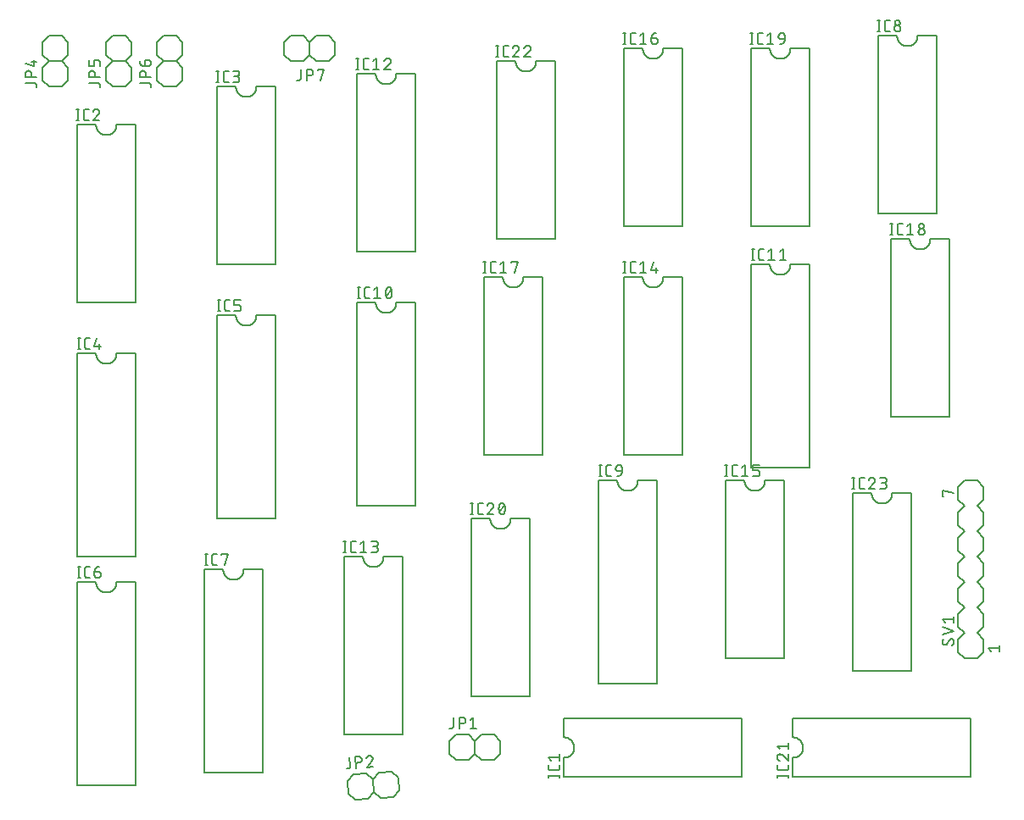
<source format=gbr>
G04 EAGLE Gerber RS-274X export*
G75*
%MOMM*%
%FSLAX34Y34*%
%LPD*%
%INSilkscreen Top*%
%IPPOS*%
%AMOC8*
5,1,8,0,0,1.08239X$1,22.5*%
G01*
%ADD10C,0.152400*%
%ADD11C,0.127000*%


D10*
X736600Y105410D02*
X558800Y105410D01*
X558800Y46990D02*
X736600Y46990D01*
X736600Y105410D01*
X558800Y105410D02*
X558800Y86360D01*
X558800Y66040D02*
X558800Y46990D01*
X558800Y66040D02*
X559047Y66043D01*
X559295Y66052D01*
X559542Y66067D01*
X559788Y66088D01*
X560034Y66115D01*
X560279Y66148D01*
X560524Y66187D01*
X560767Y66232D01*
X561009Y66283D01*
X561250Y66340D01*
X561489Y66402D01*
X561727Y66471D01*
X561963Y66545D01*
X562197Y66625D01*
X562429Y66710D01*
X562659Y66802D01*
X562887Y66898D01*
X563112Y67001D01*
X563335Y67108D01*
X563555Y67222D01*
X563772Y67340D01*
X563987Y67464D01*
X564198Y67593D01*
X564406Y67727D01*
X564611Y67866D01*
X564812Y68010D01*
X565010Y68158D01*
X565204Y68312D01*
X565394Y68470D01*
X565580Y68633D01*
X565762Y68800D01*
X565940Y68972D01*
X566114Y69148D01*
X566284Y69328D01*
X566449Y69513D01*
X566609Y69701D01*
X566765Y69893D01*
X566917Y70089D01*
X567063Y70288D01*
X567205Y70491D01*
X567341Y70698D01*
X567473Y70907D01*
X567599Y71120D01*
X567720Y71336D01*
X567836Y71554D01*
X567946Y71776D01*
X568051Y72000D01*
X568151Y72226D01*
X568245Y72455D01*
X568333Y72686D01*
X568416Y72920D01*
X568493Y73155D01*
X568564Y73392D01*
X568630Y73630D01*
X568689Y73870D01*
X568743Y74112D01*
X568791Y74355D01*
X568833Y74598D01*
X568869Y74843D01*
X568899Y75089D01*
X568923Y75335D01*
X568941Y75582D01*
X568953Y75829D01*
X568959Y76076D01*
X568959Y76324D01*
X568953Y76571D01*
X568941Y76818D01*
X568923Y77065D01*
X568899Y77311D01*
X568869Y77557D01*
X568833Y77802D01*
X568791Y78045D01*
X568743Y78288D01*
X568689Y78530D01*
X568630Y78770D01*
X568564Y79008D01*
X568493Y79245D01*
X568416Y79480D01*
X568333Y79714D01*
X568245Y79945D01*
X568151Y80174D01*
X568051Y80400D01*
X567946Y80624D01*
X567836Y80846D01*
X567720Y81064D01*
X567599Y81280D01*
X567473Y81493D01*
X567341Y81702D01*
X567205Y81909D01*
X567063Y82112D01*
X566917Y82311D01*
X566765Y82507D01*
X566609Y82699D01*
X566449Y82887D01*
X566284Y83072D01*
X566114Y83252D01*
X565940Y83428D01*
X565762Y83600D01*
X565580Y83767D01*
X565394Y83930D01*
X565204Y84088D01*
X565010Y84242D01*
X564812Y84390D01*
X564611Y84534D01*
X564406Y84673D01*
X564198Y84807D01*
X563987Y84936D01*
X563772Y85060D01*
X563555Y85178D01*
X563335Y85292D01*
X563112Y85399D01*
X562887Y85502D01*
X562659Y85598D01*
X562429Y85690D01*
X562197Y85775D01*
X561963Y85855D01*
X561727Y85929D01*
X561489Y85998D01*
X561250Y86060D01*
X561009Y86117D01*
X560767Y86168D01*
X560524Y86213D01*
X560279Y86252D01*
X560034Y86285D01*
X559788Y86312D01*
X559542Y86333D01*
X559295Y86348D01*
X559047Y86357D01*
X558800Y86360D01*
D11*
X554355Y47625D02*
X542925Y47625D01*
X554355Y46355D02*
X554355Y48895D01*
X542925Y48895D02*
X542925Y46355D01*
X554355Y56097D02*
X554355Y58637D01*
X554355Y56097D02*
X554353Y55997D01*
X554347Y55898D01*
X554337Y55798D01*
X554324Y55700D01*
X554306Y55601D01*
X554285Y55504D01*
X554260Y55408D01*
X554231Y55312D01*
X554198Y55218D01*
X554162Y55125D01*
X554122Y55034D01*
X554078Y54944D01*
X554031Y54856D01*
X553981Y54770D01*
X553927Y54686D01*
X553870Y54604D01*
X553810Y54525D01*
X553746Y54447D01*
X553680Y54373D01*
X553611Y54301D01*
X553539Y54232D01*
X553465Y54166D01*
X553387Y54102D01*
X553308Y54042D01*
X553226Y53985D01*
X553142Y53931D01*
X553056Y53881D01*
X552968Y53834D01*
X552878Y53790D01*
X552787Y53750D01*
X552694Y53714D01*
X552600Y53681D01*
X552504Y53652D01*
X552408Y53627D01*
X552311Y53606D01*
X552212Y53588D01*
X552114Y53575D01*
X552014Y53565D01*
X551915Y53559D01*
X551815Y53557D01*
X545465Y53557D01*
X545365Y53559D01*
X545266Y53565D01*
X545166Y53575D01*
X545068Y53588D01*
X544969Y53606D01*
X544872Y53627D01*
X544776Y53652D01*
X544680Y53681D01*
X544586Y53714D01*
X544493Y53750D01*
X544402Y53790D01*
X544312Y53834D01*
X544224Y53881D01*
X544138Y53931D01*
X544054Y53985D01*
X543972Y54042D01*
X543893Y54102D01*
X543815Y54166D01*
X543741Y54232D01*
X543669Y54301D01*
X543600Y54373D01*
X543534Y54447D01*
X543470Y54525D01*
X543410Y54604D01*
X543353Y54686D01*
X543299Y54770D01*
X543249Y54856D01*
X543202Y54944D01*
X543158Y55034D01*
X543118Y55125D01*
X543082Y55218D01*
X543049Y55312D01*
X543020Y55408D01*
X542995Y55504D01*
X542974Y55601D01*
X542956Y55700D01*
X542943Y55798D01*
X542933Y55898D01*
X542927Y55997D01*
X542925Y56097D01*
X542925Y58637D01*
X545465Y63119D02*
X542925Y66294D01*
X554355Y66294D01*
X554355Y63119D02*
X554355Y69469D01*
D10*
X410210Y317500D02*
X410210Y520700D01*
X351790Y520700D02*
X351790Y317500D01*
X410210Y317500D01*
X410210Y520700D02*
X391160Y520700D01*
X370840Y520700D02*
X351790Y520700D01*
X370840Y520700D02*
X370843Y520453D01*
X370852Y520205D01*
X370867Y519958D01*
X370888Y519712D01*
X370915Y519466D01*
X370948Y519221D01*
X370987Y518976D01*
X371032Y518733D01*
X371083Y518491D01*
X371140Y518250D01*
X371202Y518011D01*
X371271Y517773D01*
X371345Y517537D01*
X371425Y517303D01*
X371510Y517071D01*
X371602Y516841D01*
X371698Y516613D01*
X371801Y516388D01*
X371908Y516165D01*
X372022Y515945D01*
X372140Y515728D01*
X372264Y515513D01*
X372393Y515302D01*
X372527Y515094D01*
X372666Y514889D01*
X372810Y514688D01*
X372958Y514490D01*
X373112Y514296D01*
X373270Y514106D01*
X373433Y513920D01*
X373600Y513738D01*
X373772Y513560D01*
X373948Y513386D01*
X374128Y513216D01*
X374313Y513051D01*
X374501Y512891D01*
X374693Y512735D01*
X374889Y512583D01*
X375088Y512437D01*
X375291Y512295D01*
X375498Y512159D01*
X375707Y512027D01*
X375920Y511901D01*
X376136Y511780D01*
X376354Y511664D01*
X376576Y511554D01*
X376800Y511449D01*
X377026Y511349D01*
X377255Y511255D01*
X377486Y511167D01*
X377720Y511084D01*
X377955Y511007D01*
X378192Y510936D01*
X378430Y510870D01*
X378670Y510811D01*
X378912Y510757D01*
X379155Y510709D01*
X379398Y510667D01*
X379643Y510631D01*
X379889Y510601D01*
X380135Y510577D01*
X380382Y510559D01*
X380629Y510547D01*
X380876Y510541D01*
X381124Y510541D01*
X381371Y510547D01*
X381618Y510559D01*
X381865Y510577D01*
X382111Y510601D01*
X382357Y510631D01*
X382602Y510667D01*
X382845Y510709D01*
X383088Y510757D01*
X383330Y510811D01*
X383570Y510870D01*
X383808Y510936D01*
X384045Y511007D01*
X384280Y511084D01*
X384514Y511167D01*
X384745Y511255D01*
X384974Y511349D01*
X385200Y511449D01*
X385424Y511554D01*
X385646Y511664D01*
X385864Y511780D01*
X386080Y511901D01*
X386293Y512027D01*
X386502Y512159D01*
X386709Y512295D01*
X386912Y512437D01*
X387111Y512583D01*
X387307Y512735D01*
X387499Y512891D01*
X387687Y513051D01*
X387872Y513216D01*
X388052Y513386D01*
X388228Y513560D01*
X388400Y513738D01*
X388567Y513920D01*
X388730Y514106D01*
X388888Y514296D01*
X389042Y514490D01*
X389190Y514688D01*
X389334Y514889D01*
X389473Y515094D01*
X389607Y515302D01*
X389736Y515513D01*
X389860Y515728D01*
X389978Y515945D01*
X390092Y516165D01*
X390199Y516388D01*
X390302Y516613D01*
X390398Y516841D01*
X390490Y517071D01*
X390575Y517303D01*
X390655Y517537D01*
X390729Y517773D01*
X390798Y518011D01*
X390860Y518250D01*
X390917Y518491D01*
X390968Y518733D01*
X391013Y518976D01*
X391052Y519221D01*
X391085Y519466D01*
X391112Y519712D01*
X391133Y519958D01*
X391148Y520205D01*
X391157Y520453D01*
X391160Y520700D01*
D11*
X353695Y525145D02*
X353695Y536575D01*
X352425Y525145D02*
X354965Y525145D01*
X354965Y536575D02*
X352425Y536575D01*
X362167Y525145D02*
X364707Y525145D01*
X362167Y525145D02*
X362067Y525147D01*
X361968Y525153D01*
X361868Y525163D01*
X361770Y525176D01*
X361671Y525194D01*
X361574Y525215D01*
X361478Y525240D01*
X361382Y525269D01*
X361288Y525302D01*
X361195Y525338D01*
X361104Y525378D01*
X361014Y525422D01*
X360926Y525469D01*
X360840Y525519D01*
X360756Y525573D01*
X360674Y525630D01*
X360595Y525690D01*
X360517Y525754D01*
X360443Y525820D01*
X360371Y525889D01*
X360302Y525961D01*
X360236Y526035D01*
X360172Y526113D01*
X360112Y526192D01*
X360055Y526274D01*
X360001Y526358D01*
X359951Y526444D01*
X359904Y526532D01*
X359860Y526622D01*
X359820Y526713D01*
X359784Y526806D01*
X359751Y526900D01*
X359722Y526996D01*
X359697Y527092D01*
X359676Y527189D01*
X359658Y527288D01*
X359645Y527386D01*
X359635Y527486D01*
X359629Y527585D01*
X359627Y527685D01*
X359627Y534035D01*
X359629Y534135D01*
X359635Y534234D01*
X359645Y534334D01*
X359658Y534432D01*
X359676Y534531D01*
X359697Y534628D01*
X359722Y534724D01*
X359751Y534820D01*
X359784Y534914D01*
X359820Y535007D01*
X359860Y535098D01*
X359904Y535188D01*
X359951Y535276D01*
X360001Y535362D01*
X360055Y535446D01*
X360112Y535528D01*
X360172Y535607D01*
X360236Y535685D01*
X360302Y535759D01*
X360371Y535831D01*
X360443Y535900D01*
X360517Y535966D01*
X360595Y536030D01*
X360674Y536090D01*
X360756Y536147D01*
X360840Y536201D01*
X360926Y536251D01*
X361014Y536298D01*
X361104Y536342D01*
X361195Y536382D01*
X361288Y536418D01*
X361382Y536451D01*
X361478Y536480D01*
X361574Y536505D01*
X361671Y536526D01*
X361770Y536544D01*
X361868Y536557D01*
X361968Y536567D01*
X362067Y536573D01*
X362167Y536575D01*
X364707Y536575D01*
X369189Y534035D02*
X372364Y536575D01*
X372364Y525145D01*
X369189Y525145D02*
X375539Y525145D01*
X380619Y530860D02*
X380622Y531085D01*
X380630Y531310D01*
X380643Y531534D01*
X380662Y531758D01*
X380686Y531982D01*
X380715Y532205D01*
X380750Y532427D01*
X380790Y532648D01*
X380836Y532868D01*
X380886Y533087D01*
X380942Y533305D01*
X381003Y533522D01*
X381069Y533737D01*
X381140Y533950D01*
X381217Y534161D01*
X381298Y534371D01*
X381384Y534579D01*
X381475Y534784D01*
X381571Y534987D01*
X381571Y534988D02*
X381603Y535076D01*
X381639Y535163D01*
X381678Y535249D01*
X381721Y535333D01*
X381767Y535415D01*
X381816Y535495D01*
X381868Y535573D01*
X381924Y535649D01*
X381982Y535723D01*
X382044Y535794D01*
X382108Y535863D01*
X382175Y535929D01*
X382244Y535992D01*
X382316Y536053D01*
X382390Y536111D01*
X382467Y536165D01*
X382545Y536217D01*
X382626Y536265D01*
X382708Y536310D01*
X382793Y536352D01*
X382879Y536390D01*
X382966Y536425D01*
X383054Y536457D01*
X383144Y536484D01*
X383235Y536509D01*
X383327Y536529D01*
X383419Y536546D01*
X383513Y536559D01*
X383606Y536568D01*
X383700Y536574D01*
X383794Y536576D01*
X383888Y536574D01*
X383982Y536568D01*
X384075Y536559D01*
X384169Y536546D01*
X384261Y536529D01*
X384353Y536509D01*
X384444Y536484D01*
X384534Y536457D01*
X384622Y536425D01*
X384709Y536390D01*
X384795Y536352D01*
X384880Y536310D01*
X384962Y536265D01*
X385043Y536217D01*
X385121Y536165D01*
X385198Y536111D01*
X385272Y536053D01*
X385344Y535992D01*
X385413Y535929D01*
X385480Y535863D01*
X385544Y535794D01*
X385606Y535723D01*
X385664Y535649D01*
X385720Y535573D01*
X385772Y535495D01*
X385821Y535415D01*
X385867Y535333D01*
X385910Y535249D01*
X385949Y535163D01*
X385985Y535076D01*
X386017Y534988D01*
X386017Y534987D02*
X386113Y534784D01*
X386204Y534579D01*
X386290Y534371D01*
X386371Y534161D01*
X386448Y533950D01*
X386519Y533737D01*
X386585Y533522D01*
X386646Y533305D01*
X386702Y533087D01*
X386752Y532868D01*
X386798Y532648D01*
X386838Y532427D01*
X386873Y532205D01*
X386902Y531982D01*
X386926Y531758D01*
X386945Y531534D01*
X386958Y531310D01*
X386966Y531085D01*
X386969Y530860D01*
X380619Y530860D02*
X380622Y530635D01*
X380630Y530410D01*
X380643Y530186D01*
X380662Y529962D01*
X380686Y529738D01*
X380715Y529515D01*
X380750Y529293D01*
X380790Y529072D01*
X380836Y528852D01*
X380886Y528633D01*
X380942Y528415D01*
X381003Y528198D01*
X381069Y527983D01*
X381140Y527770D01*
X381217Y527559D01*
X381298Y527349D01*
X381384Y527141D01*
X381475Y526936D01*
X381571Y526733D01*
X381603Y526645D01*
X381639Y526558D01*
X381678Y526472D01*
X381721Y526388D01*
X381767Y526306D01*
X381816Y526226D01*
X381868Y526148D01*
X381924Y526072D01*
X381982Y525998D01*
X382044Y525927D01*
X382108Y525858D01*
X382175Y525792D01*
X382244Y525729D01*
X382316Y525668D01*
X382390Y525610D01*
X382467Y525556D01*
X382545Y525504D01*
X382626Y525456D01*
X382708Y525411D01*
X382793Y525369D01*
X382879Y525331D01*
X382966Y525296D01*
X383054Y525264D01*
X383144Y525237D01*
X383235Y525212D01*
X383327Y525192D01*
X383419Y525175D01*
X383513Y525162D01*
X383606Y525153D01*
X383700Y525147D01*
X383794Y525145D01*
X386017Y526733D02*
X386113Y526936D01*
X386204Y527141D01*
X386290Y527349D01*
X386371Y527559D01*
X386448Y527770D01*
X386519Y527983D01*
X386585Y528198D01*
X386646Y528415D01*
X386702Y528633D01*
X386752Y528852D01*
X386798Y529072D01*
X386838Y529293D01*
X386873Y529515D01*
X386902Y529738D01*
X386926Y529962D01*
X386945Y530186D01*
X386958Y530410D01*
X386966Y530635D01*
X386969Y530860D01*
X386017Y526733D02*
X385985Y526645D01*
X385949Y526558D01*
X385910Y526472D01*
X385867Y526388D01*
X385821Y526306D01*
X385772Y526226D01*
X385720Y526148D01*
X385664Y526072D01*
X385606Y525998D01*
X385544Y525927D01*
X385480Y525858D01*
X385413Y525792D01*
X385344Y525729D01*
X385272Y525668D01*
X385198Y525610D01*
X385121Y525556D01*
X385043Y525504D01*
X384962Y525456D01*
X384880Y525411D01*
X384795Y525369D01*
X384709Y525331D01*
X384622Y525296D01*
X384534Y525264D01*
X384444Y525237D01*
X384353Y525212D01*
X384261Y525192D01*
X384169Y525175D01*
X384075Y525162D01*
X383982Y525153D01*
X383888Y525147D01*
X383794Y525145D01*
X381254Y527685D02*
X386334Y534035D01*
D10*
X803910Y558800D02*
X803910Y355600D01*
X745490Y355600D02*
X745490Y558800D01*
X745490Y355600D02*
X803910Y355600D01*
X803910Y558800D02*
X784860Y558800D01*
X764540Y558800D02*
X745490Y558800D01*
X764540Y558800D02*
X764543Y558553D01*
X764552Y558305D01*
X764567Y558058D01*
X764588Y557812D01*
X764615Y557566D01*
X764648Y557321D01*
X764687Y557076D01*
X764732Y556833D01*
X764783Y556591D01*
X764840Y556350D01*
X764902Y556111D01*
X764971Y555873D01*
X765045Y555637D01*
X765125Y555403D01*
X765210Y555171D01*
X765302Y554941D01*
X765398Y554713D01*
X765501Y554488D01*
X765608Y554265D01*
X765722Y554045D01*
X765840Y553828D01*
X765964Y553613D01*
X766093Y553402D01*
X766227Y553194D01*
X766366Y552989D01*
X766510Y552788D01*
X766658Y552590D01*
X766812Y552396D01*
X766970Y552206D01*
X767133Y552020D01*
X767300Y551838D01*
X767472Y551660D01*
X767648Y551486D01*
X767828Y551316D01*
X768013Y551151D01*
X768201Y550991D01*
X768393Y550835D01*
X768589Y550683D01*
X768788Y550537D01*
X768991Y550395D01*
X769198Y550259D01*
X769407Y550127D01*
X769620Y550001D01*
X769836Y549880D01*
X770054Y549764D01*
X770276Y549654D01*
X770500Y549549D01*
X770726Y549449D01*
X770955Y549355D01*
X771186Y549267D01*
X771420Y549184D01*
X771655Y549107D01*
X771892Y549036D01*
X772130Y548970D01*
X772370Y548911D01*
X772612Y548857D01*
X772855Y548809D01*
X773098Y548767D01*
X773343Y548731D01*
X773589Y548701D01*
X773835Y548677D01*
X774082Y548659D01*
X774329Y548647D01*
X774576Y548641D01*
X774824Y548641D01*
X775071Y548647D01*
X775318Y548659D01*
X775565Y548677D01*
X775811Y548701D01*
X776057Y548731D01*
X776302Y548767D01*
X776545Y548809D01*
X776788Y548857D01*
X777030Y548911D01*
X777270Y548970D01*
X777508Y549036D01*
X777745Y549107D01*
X777980Y549184D01*
X778214Y549267D01*
X778445Y549355D01*
X778674Y549449D01*
X778900Y549549D01*
X779124Y549654D01*
X779346Y549764D01*
X779564Y549880D01*
X779780Y550001D01*
X779993Y550127D01*
X780202Y550259D01*
X780409Y550395D01*
X780612Y550537D01*
X780811Y550683D01*
X781007Y550835D01*
X781199Y550991D01*
X781387Y551151D01*
X781572Y551316D01*
X781752Y551486D01*
X781928Y551660D01*
X782100Y551838D01*
X782267Y552020D01*
X782430Y552206D01*
X782588Y552396D01*
X782742Y552590D01*
X782890Y552788D01*
X783034Y552989D01*
X783173Y553194D01*
X783307Y553402D01*
X783436Y553613D01*
X783560Y553828D01*
X783678Y554045D01*
X783792Y554265D01*
X783899Y554488D01*
X784002Y554713D01*
X784098Y554941D01*
X784190Y555171D01*
X784275Y555403D01*
X784355Y555637D01*
X784429Y555873D01*
X784498Y556111D01*
X784560Y556350D01*
X784617Y556591D01*
X784668Y556833D01*
X784713Y557076D01*
X784752Y557321D01*
X784785Y557566D01*
X784812Y557812D01*
X784833Y558058D01*
X784848Y558305D01*
X784857Y558553D01*
X784860Y558800D01*
D11*
X747395Y563245D02*
X747395Y574675D01*
X746125Y563245D02*
X748665Y563245D01*
X748665Y574675D02*
X746125Y574675D01*
X755867Y563245D02*
X758407Y563245D01*
X755867Y563245D02*
X755767Y563247D01*
X755668Y563253D01*
X755568Y563263D01*
X755470Y563276D01*
X755371Y563294D01*
X755274Y563315D01*
X755178Y563340D01*
X755082Y563369D01*
X754988Y563402D01*
X754895Y563438D01*
X754804Y563478D01*
X754714Y563522D01*
X754626Y563569D01*
X754540Y563619D01*
X754456Y563673D01*
X754374Y563730D01*
X754295Y563790D01*
X754217Y563854D01*
X754143Y563920D01*
X754071Y563989D01*
X754002Y564061D01*
X753936Y564135D01*
X753872Y564213D01*
X753812Y564292D01*
X753755Y564374D01*
X753701Y564458D01*
X753651Y564544D01*
X753604Y564632D01*
X753560Y564722D01*
X753520Y564813D01*
X753484Y564906D01*
X753451Y565000D01*
X753422Y565096D01*
X753397Y565192D01*
X753376Y565289D01*
X753358Y565388D01*
X753345Y565486D01*
X753335Y565586D01*
X753329Y565685D01*
X753327Y565785D01*
X753327Y572135D01*
X753329Y572235D01*
X753335Y572334D01*
X753345Y572434D01*
X753358Y572532D01*
X753376Y572631D01*
X753397Y572728D01*
X753422Y572824D01*
X753451Y572920D01*
X753484Y573014D01*
X753520Y573107D01*
X753560Y573198D01*
X753604Y573288D01*
X753651Y573376D01*
X753701Y573462D01*
X753755Y573546D01*
X753812Y573628D01*
X753872Y573707D01*
X753936Y573785D01*
X754002Y573859D01*
X754071Y573931D01*
X754143Y574000D01*
X754217Y574066D01*
X754295Y574130D01*
X754374Y574190D01*
X754456Y574247D01*
X754540Y574301D01*
X754626Y574351D01*
X754714Y574398D01*
X754804Y574442D01*
X754895Y574482D01*
X754988Y574518D01*
X755082Y574551D01*
X755178Y574580D01*
X755274Y574605D01*
X755371Y574626D01*
X755470Y574644D01*
X755568Y574657D01*
X755668Y574667D01*
X755767Y574673D01*
X755867Y574675D01*
X758407Y574675D01*
X762889Y572135D02*
X766064Y574675D01*
X766064Y563245D01*
X762889Y563245D02*
X769239Y563245D01*
X774319Y572135D02*
X777494Y574675D01*
X777494Y563245D01*
X774319Y563245D02*
X780669Y563245D01*
D10*
X410210Y571500D02*
X410210Y749300D01*
X351790Y749300D02*
X351790Y571500D01*
X410210Y571500D01*
X410210Y749300D02*
X391160Y749300D01*
X370840Y749300D02*
X351790Y749300D01*
X370840Y749300D02*
X370843Y749053D01*
X370852Y748805D01*
X370867Y748558D01*
X370888Y748312D01*
X370915Y748066D01*
X370948Y747821D01*
X370987Y747576D01*
X371032Y747333D01*
X371083Y747091D01*
X371140Y746850D01*
X371202Y746611D01*
X371271Y746373D01*
X371345Y746137D01*
X371425Y745903D01*
X371510Y745671D01*
X371602Y745441D01*
X371698Y745213D01*
X371801Y744988D01*
X371908Y744765D01*
X372022Y744545D01*
X372140Y744328D01*
X372264Y744113D01*
X372393Y743902D01*
X372527Y743694D01*
X372666Y743489D01*
X372810Y743288D01*
X372958Y743090D01*
X373112Y742896D01*
X373270Y742706D01*
X373433Y742520D01*
X373600Y742338D01*
X373772Y742160D01*
X373948Y741986D01*
X374128Y741816D01*
X374313Y741651D01*
X374501Y741491D01*
X374693Y741335D01*
X374889Y741183D01*
X375088Y741037D01*
X375291Y740895D01*
X375498Y740759D01*
X375707Y740627D01*
X375920Y740501D01*
X376136Y740380D01*
X376354Y740264D01*
X376576Y740154D01*
X376800Y740049D01*
X377026Y739949D01*
X377255Y739855D01*
X377486Y739767D01*
X377720Y739684D01*
X377955Y739607D01*
X378192Y739536D01*
X378430Y739470D01*
X378670Y739411D01*
X378912Y739357D01*
X379155Y739309D01*
X379398Y739267D01*
X379643Y739231D01*
X379889Y739201D01*
X380135Y739177D01*
X380382Y739159D01*
X380629Y739147D01*
X380876Y739141D01*
X381124Y739141D01*
X381371Y739147D01*
X381618Y739159D01*
X381865Y739177D01*
X382111Y739201D01*
X382357Y739231D01*
X382602Y739267D01*
X382845Y739309D01*
X383088Y739357D01*
X383330Y739411D01*
X383570Y739470D01*
X383808Y739536D01*
X384045Y739607D01*
X384280Y739684D01*
X384514Y739767D01*
X384745Y739855D01*
X384974Y739949D01*
X385200Y740049D01*
X385424Y740154D01*
X385646Y740264D01*
X385864Y740380D01*
X386080Y740501D01*
X386293Y740627D01*
X386502Y740759D01*
X386709Y740895D01*
X386912Y741037D01*
X387111Y741183D01*
X387307Y741335D01*
X387499Y741491D01*
X387687Y741651D01*
X387872Y741816D01*
X388052Y741986D01*
X388228Y742160D01*
X388400Y742338D01*
X388567Y742520D01*
X388730Y742706D01*
X388888Y742896D01*
X389042Y743090D01*
X389190Y743288D01*
X389334Y743489D01*
X389473Y743694D01*
X389607Y743902D01*
X389736Y744113D01*
X389860Y744328D01*
X389978Y744545D01*
X390092Y744765D01*
X390199Y744988D01*
X390302Y745213D01*
X390398Y745441D01*
X390490Y745671D01*
X390575Y745903D01*
X390655Y746137D01*
X390729Y746373D01*
X390798Y746611D01*
X390860Y746850D01*
X390917Y747091D01*
X390968Y747333D01*
X391013Y747576D01*
X391052Y747821D01*
X391085Y748066D01*
X391112Y748312D01*
X391133Y748558D01*
X391148Y748805D01*
X391157Y749053D01*
X391160Y749300D01*
D11*
X352425Y753745D02*
X352425Y765175D01*
X351155Y753745D02*
X353695Y753745D01*
X353695Y765175D02*
X351155Y765175D01*
X360897Y753745D02*
X363437Y753745D01*
X360897Y753745D02*
X360797Y753747D01*
X360698Y753753D01*
X360598Y753763D01*
X360500Y753776D01*
X360401Y753794D01*
X360304Y753815D01*
X360208Y753840D01*
X360112Y753869D01*
X360018Y753902D01*
X359925Y753938D01*
X359834Y753978D01*
X359744Y754022D01*
X359656Y754069D01*
X359570Y754119D01*
X359486Y754173D01*
X359404Y754230D01*
X359325Y754290D01*
X359247Y754354D01*
X359173Y754420D01*
X359101Y754489D01*
X359032Y754561D01*
X358966Y754635D01*
X358902Y754713D01*
X358842Y754792D01*
X358785Y754874D01*
X358731Y754958D01*
X358681Y755044D01*
X358634Y755132D01*
X358590Y755222D01*
X358550Y755313D01*
X358514Y755406D01*
X358481Y755500D01*
X358452Y755596D01*
X358427Y755692D01*
X358406Y755789D01*
X358388Y755888D01*
X358375Y755986D01*
X358365Y756086D01*
X358359Y756185D01*
X358357Y756285D01*
X358357Y762635D01*
X358359Y762735D01*
X358365Y762834D01*
X358375Y762934D01*
X358388Y763032D01*
X358406Y763131D01*
X358427Y763228D01*
X358452Y763324D01*
X358481Y763420D01*
X358514Y763514D01*
X358550Y763607D01*
X358590Y763698D01*
X358634Y763788D01*
X358681Y763876D01*
X358731Y763962D01*
X358785Y764046D01*
X358842Y764128D01*
X358902Y764207D01*
X358966Y764285D01*
X359032Y764359D01*
X359101Y764431D01*
X359173Y764500D01*
X359247Y764566D01*
X359325Y764630D01*
X359404Y764690D01*
X359486Y764747D01*
X359570Y764801D01*
X359656Y764851D01*
X359744Y764898D01*
X359834Y764942D01*
X359925Y764982D01*
X360018Y765018D01*
X360112Y765051D01*
X360208Y765080D01*
X360304Y765105D01*
X360401Y765126D01*
X360500Y765144D01*
X360598Y765157D01*
X360698Y765167D01*
X360797Y765173D01*
X360897Y765175D01*
X363437Y765175D01*
X367919Y762635D02*
X371094Y765175D01*
X371094Y753745D01*
X367919Y753745D02*
X374269Y753745D01*
X385699Y762318D02*
X385697Y762422D01*
X385691Y762527D01*
X385682Y762631D01*
X385669Y762734D01*
X385651Y762837D01*
X385631Y762939D01*
X385606Y763041D01*
X385578Y763141D01*
X385546Y763241D01*
X385510Y763339D01*
X385471Y763436D01*
X385429Y763531D01*
X385383Y763625D01*
X385333Y763717D01*
X385281Y763807D01*
X385225Y763895D01*
X385165Y763981D01*
X385103Y764065D01*
X385038Y764146D01*
X384970Y764225D01*
X384898Y764302D01*
X384825Y764375D01*
X384748Y764447D01*
X384669Y764515D01*
X384588Y764580D01*
X384504Y764642D01*
X384418Y764702D01*
X384330Y764758D01*
X384240Y764810D01*
X384148Y764860D01*
X384054Y764906D01*
X383959Y764948D01*
X383862Y764987D01*
X383764Y765023D01*
X383664Y765055D01*
X383564Y765083D01*
X383462Y765108D01*
X383360Y765128D01*
X383257Y765146D01*
X383154Y765159D01*
X383050Y765168D01*
X382945Y765174D01*
X382841Y765176D01*
X382841Y765175D02*
X382723Y765173D01*
X382604Y765167D01*
X382486Y765158D01*
X382369Y765145D01*
X382252Y765127D01*
X382135Y765107D01*
X382019Y765082D01*
X381904Y765054D01*
X381791Y765021D01*
X381678Y764986D01*
X381566Y764946D01*
X381456Y764904D01*
X381347Y764857D01*
X381239Y764807D01*
X381134Y764754D01*
X381030Y764697D01*
X380928Y764637D01*
X380828Y764574D01*
X380730Y764507D01*
X380634Y764438D01*
X380541Y764365D01*
X380450Y764289D01*
X380361Y764211D01*
X380275Y764129D01*
X380192Y764045D01*
X380111Y763959D01*
X380034Y763869D01*
X379959Y763778D01*
X379887Y763684D01*
X379818Y763587D01*
X379753Y763489D01*
X379690Y763388D01*
X379631Y763285D01*
X379575Y763181D01*
X379523Y763075D01*
X379474Y762967D01*
X379429Y762858D01*
X379387Y762747D01*
X379349Y762635D01*
X384747Y760096D02*
X384823Y760171D01*
X384898Y760250D01*
X384969Y760331D01*
X385038Y760415D01*
X385103Y760501D01*
X385165Y760589D01*
X385225Y760679D01*
X385281Y760771D01*
X385334Y760866D01*
X385383Y760962D01*
X385429Y761060D01*
X385472Y761159D01*
X385511Y761260D01*
X385546Y761362D01*
X385578Y761465D01*
X385606Y761569D01*
X385631Y761674D01*
X385652Y761781D01*
X385669Y761887D01*
X385682Y761994D01*
X385691Y762102D01*
X385697Y762210D01*
X385699Y762318D01*
X384746Y760095D02*
X379349Y753745D01*
X385699Y753745D01*
D10*
X397510Y266700D02*
X397510Y88900D01*
X339090Y88900D02*
X339090Y266700D01*
X339090Y88900D02*
X397510Y88900D01*
X397510Y266700D02*
X378460Y266700D01*
X358140Y266700D02*
X339090Y266700D01*
X358140Y266700D02*
X358143Y266453D01*
X358152Y266205D01*
X358167Y265958D01*
X358188Y265712D01*
X358215Y265466D01*
X358248Y265221D01*
X358287Y264976D01*
X358332Y264733D01*
X358383Y264491D01*
X358440Y264250D01*
X358502Y264011D01*
X358571Y263773D01*
X358645Y263537D01*
X358725Y263303D01*
X358810Y263071D01*
X358902Y262841D01*
X358998Y262613D01*
X359101Y262388D01*
X359208Y262165D01*
X359322Y261945D01*
X359440Y261728D01*
X359564Y261513D01*
X359693Y261302D01*
X359827Y261094D01*
X359966Y260889D01*
X360110Y260688D01*
X360258Y260490D01*
X360412Y260296D01*
X360570Y260106D01*
X360733Y259920D01*
X360900Y259738D01*
X361072Y259560D01*
X361248Y259386D01*
X361428Y259216D01*
X361613Y259051D01*
X361801Y258891D01*
X361993Y258735D01*
X362189Y258583D01*
X362388Y258437D01*
X362591Y258295D01*
X362798Y258159D01*
X363007Y258027D01*
X363220Y257901D01*
X363436Y257780D01*
X363654Y257664D01*
X363876Y257554D01*
X364100Y257449D01*
X364326Y257349D01*
X364555Y257255D01*
X364786Y257167D01*
X365020Y257084D01*
X365255Y257007D01*
X365492Y256936D01*
X365730Y256870D01*
X365970Y256811D01*
X366212Y256757D01*
X366455Y256709D01*
X366698Y256667D01*
X366943Y256631D01*
X367189Y256601D01*
X367435Y256577D01*
X367682Y256559D01*
X367929Y256547D01*
X368176Y256541D01*
X368424Y256541D01*
X368671Y256547D01*
X368918Y256559D01*
X369165Y256577D01*
X369411Y256601D01*
X369657Y256631D01*
X369902Y256667D01*
X370145Y256709D01*
X370388Y256757D01*
X370630Y256811D01*
X370870Y256870D01*
X371108Y256936D01*
X371345Y257007D01*
X371580Y257084D01*
X371814Y257167D01*
X372045Y257255D01*
X372274Y257349D01*
X372500Y257449D01*
X372724Y257554D01*
X372946Y257664D01*
X373164Y257780D01*
X373380Y257901D01*
X373593Y258027D01*
X373802Y258159D01*
X374009Y258295D01*
X374212Y258437D01*
X374411Y258583D01*
X374607Y258735D01*
X374799Y258891D01*
X374987Y259051D01*
X375172Y259216D01*
X375352Y259386D01*
X375528Y259560D01*
X375700Y259738D01*
X375867Y259920D01*
X376030Y260106D01*
X376188Y260296D01*
X376342Y260490D01*
X376490Y260688D01*
X376634Y260889D01*
X376773Y261094D01*
X376907Y261302D01*
X377036Y261513D01*
X377160Y261728D01*
X377278Y261945D01*
X377392Y262165D01*
X377499Y262388D01*
X377602Y262613D01*
X377698Y262841D01*
X377790Y263071D01*
X377875Y263303D01*
X377955Y263537D01*
X378029Y263773D01*
X378098Y264011D01*
X378160Y264250D01*
X378217Y264491D01*
X378268Y264733D01*
X378313Y264976D01*
X378352Y265221D01*
X378385Y265466D01*
X378412Y265712D01*
X378433Y265958D01*
X378448Y266205D01*
X378457Y266453D01*
X378460Y266700D01*
D11*
X339725Y271145D02*
X339725Y282575D01*
X338455Y271145D02*
X340995Y271145D01*
X340995Y282575D02*
X338455Y282575D01*
X348197Y271145D02*
X350737Y271145D01*
X348197Y271145D02*
X348097Y271147D01*
X347998Y271153D01*
X347898Y271163D01*
X347800Y271176D01*
X347701Y271194D01*
X347604Y271215D01*
X347508Y271240D01*
X347412Y271269D01*
X347318Y271302D01*
X347225Y271338D01*
X347134Y271378D01*
X347044Y271422D01*
X346956Y271469D01*
X346870Y271519D01*
X346786Y271573D01*
X346704Y271630D01*
X346625Y271690D01*
X346547Y271754D01*
X346473Y271820D01*
X346401Y271889D01*
X346332Y271961D01*
X346266Y272035D01*
X346202Y272113D01*
X346142Y272192D01*
X346085Y272274D01*
X346031Y272358D01*
X345981Y272444D01*
X345934Y272532D01*
X345890Y272622D01*
X345850Y272713D01*
X345814Y272806D01*
X345781Y272900D01*
X345752Y272996D01*
X345727Y273092D01*
X345706Y273189D01*
X345688Y273288D01*
X345675Y273386D01*
X345665Y273486D01*
X345659Y273585D01*
X345657Y273685D01*
X345657Y280035D01*
X345659Y280135D01*
X345665Y280234D01*
X345675Y280334D01*
X345688Y280432D01*
X345706Y280531D01*
X345727Y280628D01*
X345752Y280724D01*
X345781Y280820D01*
X345814Y280914D01*
X345850Y281007D01*
X345890Y281098D01*
X345934Y281188D01*
X345981Y281276D01*
X346031Y281362D01*
X346085Y281446D01*
X346142Y281528D01*
X346202Y281607D01*
X346266Y281685D01*
X346332Y281759D01*
X346401Y281831D01*
X346473Y281900D01*
X346547Y281966D01*
X346625Y282030D01*
X346704Y282090D01*
X346786Y282147D01*
X346870Y282201D01*
X346956Y282251D01*
X347044Y282298D01*
X347134Y282342D01*
X347225Y282382D01*
X347318Y282418D01*
X347412Y282451D01*
X347508Y282480D01*
X347604Y282505D01*
X347701Y282526D01*
X347800Y282544D01*
X347898Y282557D01*
X347998Y282567D01*
X348097Y282573D01*
X348197Y282575D01*
X350737Y282575D01*
X355219Y280035D02*
X358394Y282575D01*
X358394Y271145D01*
X355219Y271145D02*
X361569Y271145D01*
X366649Y271145D02*
X369824Y271145D01*
X369935Y271147D01*
X370045Y271153D01*
X370156Y271162D01*
X370266Y271176D01*
X370375Y271193D01*
X370484Y271214D01*
X370592Y271239D01*
X370699Y271268D01*
X370805Y271300D01*
X370910Y271336D01*
X371013Y271376D01*
X371115Y271419D01*
X371216Y271466D01*
X371315Y271517D01*
X371412Y271570D01*
X371506Y271627D01*
X371599Y271688D01*
X371690Y271751D01*
X371779Y271818D01*
X371865Y271888D01*
X371948Y271961D01*
X372030Y272036D01*
X372108Y272114D01*
X372183Y272196D01*
X372256Y272279D01*
X372326Y272365D01*
X372393Y272454D01*
X372456Y272545D01*
X372517Y272638D01*
X372574Y272732D01*
X372627Y272829D01*
X372678Y272928D01*
X372725Y273029D01*
X372768Y273131D01*
X372808Y273234D01*
X372844Y273339D01*
X372876Y273445D01*
X372905Y273552D01*
X372930Y273660D01*
X372951Y273769D01*
X372968Y273878D01*
X372982Y273988D01*
X372991Y274099D01*
X372997Y274209D01*
X372999Y274320D01*
X372997Y274431D01*
X372991Y274541D01*
X372982Y274652D01*
X372968Y274762D01*
X372951Y274871D01*
X372930Y274980D01*
X372905Y275088D01*
X372876Y275195D01*
X372844Y275301D01*
X372808Y275406D01*
X372768Y275509D01*
X372725Y275611D01*
X372678Y275712D01*
X372627Y275811D01*
X372574Y275907D01*
X372517Y276002D01*
X372456Y276095D01*
X372393Y276186D01*
X372326Y276275D01*
X372256Y276361D01*
X372183Y276444D01*
X372108Y276526D01*
X372030Y276604D01*
X371948Y276679D01*
X371865Y276752D01*
X371779Y276822D01*
X371690Y276889D01*
X371599Y276952D01*
X371506Y277013D01*
X371412Y277070D01*
X371315Y277123D01*
X371216Y277174D01*
X371115Y277221D01*
X371013Y277264D01*
X370910Y277304D01*
X370805Y277340D01*
X370699Y277372D01*
X370592Y277401D01*
X370484Y277426D01*
X370375Y277447D01*
X370266Y277464D01*
X370156Y277478D01*
X370045Y277487D01*
X369935Y277493D01*
X369824Y277495D01*
X370459Y282575D02*
X366649Y282575D01*
X370459Y282575D02*
X370559Y282573D01*
X370658Y282567D01*
X370758Y282557D01*
X370856Y282544D01*
X370955Y282526D01*
X371052Y282505D01*
X371148Y282480D01*
X371244Y282451D01*
X371338Y282418D01*
X371431Y282382D01*
X371522Y282342D01*
X371612Y282298D01*
X371700Y282251D01*
X371786Y282201D01*
X371870Y282147D01*
X371952Y282090D01*
X372031Y282030D01*
X372109Y281966D01*
X372183Y281900D01*
X372255Y281831D01*
X372324Y281759D01*
X372390Y281685D01*
X372454Y281607D01*
X372514Y281528D01*
X372571Y281446D01*
X372625Y281362D01*
X372675Y281276D01*
X372722Y281188D01*
X372766Y281098D01*
X372806Y281007D01*
X372842Y280914D01*
X372875Y280820D01*
X372904Y280724D01*
X372929Y280628D01*
X372950Y280531D01*
X372968Y280432D01*
X372981Y280334D01*
X372991Y280234D01*
X372997Y280135D01*
X372999Y280035D01*
X372997Y279935D01*
X372991Y279836D01*
X372981Y279736D01*
X372968Y279638D01*
X372950Y279539D01*
X372929Y279442D01*
X372904Y279346D01*
X372875Y279250D01*
X372842Y279156D01*
X372806Y279063D01*
X372766Y278972D01*
X372722Y278882D01*
X372675Y278794D01*
X372625Y278708D01*
X372571Y278624D01*
X372514Y278542D01*
X372454Y278463D01*
X372390Y278385D01*
X372324Y278311D01*
X372255Y278239D01*
X372183Y278170D01*
X372109Y278104D01*
X372031Y278040D01*
X371952Y277980D01*
X371870Y277923D01*
X371786Y277869D01*
X371700Y277819D01*
X371612Y277772D01*
X371522Y277728D01*
X371431Y277688D01*
X371338Y277652D01*
X371244Y277619D01*
X371148Y277590D01*
X371052Y277565D01*
X370955Y277544D01*
X370856Y277526D01*
X370758Y277513D01*
X370658Y277503D01*
X370559Y277497D01*
X370459Y277495D01*
X367919Y277495D01*
D10*
X676910Y368300D02*
X676910Y546100D01*
X618490Y546100D02*
X618490Y368300D01*
X676910Y368300D01*
X676910Y546100D02*
X657860Y546100D01*
X637540Y546100D02*
X618490Y546100D01*
X637540Y546100D02*
X637543Y545853D01*
X637552Y545605D01*
X637567Y545358D01*
X637588Y545112D01*
X637615Y544866D01*
X637648Y544621D01*
X637687Y544376D01*
X637732Y544133D01*
X637783Y543891D01*
X637840Y543650D01*
X637902Y543411D01*
X637971Y543173D01*
X638045Y542937D01*
X638125Y542703D01*
X638210Y542471D01*
X638302Y542241D01*
X638398Y542013D01*
X638501Y541788D01*
X638608Y541565D01*
X638722Y541345D01*
X638840Y541128D01*
X638964Y540913D01*
X639093Y540702D01*
X639227Y540494D01*
X639366Y540289D01*
X639510Y540088D01*
X639658Y539890D01*
X639812Y539696D01*
X639970Y539506D01*
X640133Y539320D01*
X640300Y539138D01*
X640472Y538960D01*
X640648Y538786D01*
X640828Y538616D01*
X641013Y538451D01*
X641201Y538291D01*
X641393Y538135D01*
X641589Y537983D01*
X641788Y537837D01*
X641991Y537695D01*
X642198Y537559D01*
X642407Y537427D01*
X642620Y537301D01*
X642836Y537180D01*
X643054Y537064D01*
X643276Y536954D01*
X643500Y536849D01*
X643726Y536749D01*
X643955Y536655D01*
X644186Y536567D01*
X644420Y536484D01*
X644655Y536407D01*
X644892Y536336D01*
X645130Y536270D01*
X645370Y536211D01*
X645612Y536157D01*
X645855Y536109D01*
X646098Y536067D01*
X646343Y536031D01*
X646589Y536001D01*
X646835Y535977D01*
X647082Y535959D01*
X647329Y535947D01*
X647576Y535941D01*
X647824Y535941D01*
X648071Y535947D01*
X648318Y535959D01*
X648565Y535977D01*
X648811Y536001D01*
X649057Y536031D01*
X649302Y536067D01*
X649545Y536109D01*
X649788Y536157D01*
X650030Y536211D01*
X650270Y536270D01*
X650508Y536336D01*
X650745Y536407D01*
X650980Y536484D01*
X651214Y536567D01*
X651445Y536655D01*
X651674Y536749D01*
X651900Y536849D01*
X652124Y536954D01*
X652346Y537064D01*
X652564Y537180D01*
X652780Y537301D01*
X652993Y537427D01*
X653202Y537559D01*
X653409Y537695D01*
X653612Y537837D01*
X653811Y537983D01*
X654007Y538135D01*
X654199Y538291D01*
X654387Y538451D01*
X654572Y538616D01*
X654752Y538786D01*
X654928Y538960D01*
X655100Y539138D01*
X655267Y539320D01*
X655430Y539506D01*
X655588Y539696D01*
X655742Y539890D01*
X655890Y540088D01*
X656034Y540289D01*
X656173Y540494D01*
X656307Y540702D01*
X656436Y540913D01*
X656560Y541128D01*
X656678Y541345D01*
X656792Y541565D01*
X656899Y541788D01*
X657002Y542013D01*
X657098Y542241D01*
X657190Y542471D01*
X657275Y542703D01*
X657355Y542937D01*
X657429Y543173D01*
X657498Y543411D01*
X657560Y543650D01*
X657617Y543891D01*
X657668Y544133D01*
X657713Y544376D01*
X657752Y544621D01*
X657785Y544866D01*
X657812Y545112D01*
X657833Y545358D01*
X657848Y545605D01*
X657857Y545853D01*
X657860Y546100D01*
D11*
X619125Y550545D02*
X619125Y561975D01*
X617855Y550545D02*
X620395Y550545D01*
X620395Y561975D02*
X617855Y561975D01*
X627597Y550545D02*
X630137Y550545D01*
X627597Y550545D02*
X627497Y550547D01*
X627398Y550553D01*
X627298Y550563D01*
X627200Y550576D01*
X627101Y550594D01*
X627004Y550615D01*
X626908Y550640D01*
X626812Y550669D01*
X626718Y550702D01*
X626625Y550738D01*
X626534Y550778D01*
X626444Y550822D01*
X626356Y550869D01*
X626270Y550919D01*
X626186Y550973D01*
X626104Y551030D01*
X626025Y551090D01*
X625947Y551154D01*
X625873Y551220D01*
X625801Y551289D01*
X625732Y551361D01*
X625666Y551435D01*
X625602Y551513D01*
X625542Y551592D01*
X625485Y551674D01*
X625431Y551758D01*
X625381Y551844D01*
X625334Y551932D01*
X625290Y552022D01*
X625250Y552113D01*
X625214Y552206D01*
X625181Y552300D01*
X625152Y552396D01*
X625127Y552492D01*
X625106Y552589D01*
X625088Y552688D01*
X625075Y552786D01*
X625065Y552886D01*
X625059Y552985D01*
X625057Y553085D01*
X625057Y559435D01*
X625059Y559535D01*
X625065Y559634D01*
X625075Y559734D01*
X625088Y559832D01*
X625106Y559931D01*
X625127Y560028D01*
X625152Y560124D01*
X625181Y560220D01*
X625214Y560314D01*
X625250Y560407D01*
X625290Y560498D01*
X625334Y560588D01*
X625381Y560676D01*
X625431Y560762D01*
X625485Y560846D01*
X625542Y560928D01*
X625602Y561007D01*
X625666Y561085D01*
X625732Y561159D01*
X625801Y561231D01*
X625873Y561300D01*
X625947Y561366D01*
X626025Y561430D01*
X626104Y561490D01*
X626186Y561547D01*
X626270Y561601D01*
X626356Y561651D01*
X626444Y561698D01*
X626534Y561742D01*
X626625Y561782D01*
X626718Y561818D01*
X626812Y561851D01*
X626908Y561880D01*
X627004Y561905D01*
X627101Y561926D01*
X627200Y561944D01*
X627298Y561957D01*
X627398Y561967D01*
X627497Y561973D01*
X627597Y561975D01*
X630137Y561975D01*
X634619Y559435D02*
X637794Y561975D01*
X637794Y550545D01*
X634619Y550545D02*
X640969Y550545D01*
X646049Y553085D02*
X648589Y561975D01*
X646049Y553085D02*
X652399Y553085D01*
X650494Y555625D02*
X650494Y550545D01*
D10*
X778510Y342900D02*
X778510Y165100D01*
X720090Y165100D02*
X720090Y342900D01*
X720090Y165100D02*
X778510Y165100D01*
X778510Y342900D02*
X759460Y342900D01*
X739140Y342900D02*
X720090Y342900D01*
X739140Y342900D02*
X739143Y342653D01*
X739152Y342405D01*
X739167Y342158D01*
X739188Y341912D01*
X739215Y341666D01*
X739248Y341421D01*
X739287Y341176D01*
X739332Y340933D01*
X739383Y340691D01*
X739440Y340450D01*
X739502Y340211D01*
X739571Y339973D01*
X739645Y339737D01*
X739725Y339503D01*
X739810Y339271D01*
X739902Y339041D01*
X739998Y338813D01*
X740101Y338588D01*
X740208Y338365D01*
X740322Y338145D01*
X740440Y337928D01*
X740564Y337713D01*
X740693Y337502D01*
X740827Y337294D01*
X740966Y337089D01*
X741110Y336888D01*
X741258Y336690D01*
X741412Y336496D01*
X741570Y336306D01*
X741733Y336120D01*
X741900Y335938D01*
X742072Y335760D01*
X742248Y335586D01*
X742428Y335416D01*
X742613Y335251D01*
X742801Y335091D01*
X742993Y334935D01*
X743189Y334783D01*
X743388Y334637D01*
X743591Y334495D01*
X743798Y334359D01*
X744007Y334227D01*
X744220Y334101D01*
X744436Y333980D01*
X744654Y333864D01*
X744876Y333754D01*
X745100Y333649D01*
X745326Y333549D01*
X745555Y333455D01*
X745786Y333367D01*
X746020Y333284D01*
X746255Y333207D01*
X746492Y333136D01*
X746730Y333070D01*
X746970Y333011D01*
X747212Y332957D01*
X747455Y332909D01*
X747698Y332867D01*
X747943Y332831D01*
X748189Y332801D01*
X748435Y332777D01*
X748682Y332759D01*
X748929Y332747D01*
X749176Y332741D01*
X749424Y332741D01*
X749671Y332747D01*
X749918Y332759D01*
X750165Y332777D01*
X750411Y332801D01*
X750657Y332831D01*
X750902Y332867D01*
X751145Y332909D01*
X751388Y332957D01*
X751630Y333011D01*
X751870Y333070D01*
X752108Y333136D01*
X752345Y333207D01*
X752580Y333284D01*
X752814Y333367D01*
X753045Y333455D01*
X753274Y333549D01*
X753500Y333649D01*
X753724Y333754D01*
X753946Y333864D01*
X754164Y333980D01*
X754380Y334101D01*
X754593Y334227D01*
X754802Y334359D01*
X755009Y334495D01*
X755212Y334637D01*
X755411Y334783D01*
X755607Y334935D01*
X755799Y335091D01*
X755987Y335251D01*
X756172Y335416D01*
X756352Y335586D01*
X756528Y335760D01*
X756700Y335938D01*
X756867Y336120D01*
X757030Y336306D01*
X757188Y336496D01*
X757342Y336690D01*
X757490Y336888D01*
X757634Y337089D01*
X757773Y337294D01*
X757907Y337502D01*
X758036Y337713D01*
X758160Y337928D01*
X758278Y338145D01*
X758392Y338365D01*
X758499Y338588D01*
X758602Y338813D01*
X758698Y339041D01*
X758790Y339271D01*
X758875Y339503D01*
X758955Y339737D01*
X759029Y339973D01*
X759098Y340211D01*
X759160Y340450D01*
X759217Y340691D01*
X759268Y340933D01*
X759313Y341176D01*
X759352Y341421D01*
X759385Y341666D01*
X759412Y341912D01*
X759433Y342158D01*
X759448Y342405D01*
X759457Y342653D01*
X759460Y342900D01*
D11*
X720725Y347345D02*
X720725Y358775D01*
X719455Y347345D02*
X721995Y347345D01*
X721995Y358775D02*
X719455Y358775D01*
X729197Y347345D02*
X731737Y347345D01*
X729197Y347345D02*
X729097Y347347D01*
X728998Y347353D01*
X728898Y347363D01*
X728800Y347376D01*
X728701Y347394D01*
X728604Y347415D01*
X728508Y347440D01*
X728412Y347469D01*
X728318Y347502D01*
X728225Y347538D01*
X728134Y347578D01*
X728044Y347622D01*
X727956Y347669D01*
X727870Y347719D01*
X727786Y347773D01*
X727704Y347830D01*
X727625Y347890D01*
X727547Y347954D01*
X727473Y348020D01*
X727401Y348089D01*
X727332Y348161D01*
X727266Y348235D01*
X727202Y348313D01*
X727142Y348392D01*
X727085Y348474D01*
X727031Y348558D01*
X726981Y348644D01*
X726934Y348732D01*
X726890Y348822D01*
X726850Y348913D01*
X726814Y349006D01*
X726781Y349100D01*
X726752Y349196D01*
X726727Y349292D01*
X726706Y349389D01*
X726688Y349488D01*
X726675Y349586D01*
X726665Y349686D01*
X726659Y349785D01*
X726657Y349885D01*
X726657Y356235D01*
X726659Y356335D01*
X726665Y356434D01*
X726675Y356534D01*
X726688Y356632D01*
X726706Y356731D01*
X726727Y356828D01*
X726752Y356924D01*
X726781Y357020D01*
X726814Y357114D01*
X726850Y357207D01*
X726890Y357298D01*
X726934Y357388D01*
X726981Y357476D01*
X727031Y357562D01*
X727085Y357646D01*
X727142Y357728D01*
X727202Y357807D01*
X727266Y357885D01*
X727332Y357959D01*
X727401Y358031D01*
X727473Y358100D01*
X727547Y358166D01*
X727625Y358230D01*
X727704Y358290D01*
X727786Y358347D01*
X727870Y358401D01*
X727956Y358451D01*
X728044Y358498D01*
X728134Y358542D01*
X728225Y358582D01*
X728318Y358618D01*
X728412Y358651D01*
X728508Y358680D01*
X728604Y358705D01*
X728701Y358726D01*
X728800Y358744D01*
X728898Y358757D01*
X728998Y358767D01*
X729097Y358773D01*
X729197Y358775D01*
X731737Y358775D01*
X736219Y356235D02*
X739394Y358775D01*
X739394Y347345D01*
X736219Y347345D02*
X742569Y347345D01*
X747649Y347345D02*
X751459Y347345D01*
X751559Y347347D01*
X751658Y347353D01*
X751758Y347363D01*
X751856Y347376D01*
X751955Y347394D01*
X752052Y347415D01*
X752148Y347440D01*
X752244Y347469D01*
X752338Y347502D01*
X752431Y347538D01*
X752522Y347578D01*
X752612Y347622D01*
X752700Y347669D01*
X752786Y347719D01*
X752870Y347773D01*
X752952Y347830D01*
X753031Y347890D01*
X753109Y347954D01*
X753183Y348020D01*
X753255Y348089D01*
X753324Y348161D01*
X753390Y348235D01*
X753454Y348313D01*
X753514Y348392D01*
X753571Y348474D01*
X753625Y348558D01*
X753675Y348644D01*
X753722Y348732D01*
X753766Y348822D01*
X753806Y348913D01*
X753842Y349006D01*
X753875Y349100D01*
X753904Y349196D01*
X753929Y349292D01*
X753950Y349389D01*
X753968Y349488D01*
X753981Y349586D01*
X753991Y349686D01*
X753997Y349785D01*
X753999Y349885D01*
X753999Y351155D01*
X753997Y351255D01*
X753991Y351354D01*
X753981Y351454D01*
X753968Y351552D01*
X753950Y351651D01*
X753929Y351748D01*
X753904Y351844D01*
X753875Y351940D01*
X753842Y352034D01*
X753806Y352127D01*
X753766Y352218D01*
X753722Y352308D01*
X753675Y352396D01*
X753625Y352482D01*
X753571Y352566D01*
X753514Y352648D01*
X753454Y352727D01*
X753390Y352805D01*
X753324Y352879D01*
X753255Y352951D01*
X753183Y353020D01*
X753109Y353086D01*
X753031Y353150D01*
X752952Y353210D01*
X752870Y353267D01*
X752786Y353321D01*
X752700Y353371D01*
X752612Y353418D01*
X752522Y353462D01*
X752431Y353502D01*
X752338Y353538D01*
X752244Y353571D01*
X752148Y353600D01*
X752052Y353625D01*
X751955Y353646D01*
X751856Y353664D01*
X751758Y353677D01*
X751658Y353687D01*
X751559Y353693D01*
X751459Y353695D01*
X747649Y353695D01*
X747649Y358775D01*
X753999Y358775D01*
D10*
X676910Y596900D02*
X676910Y774700D01*
X618490Y774700D02*
X618490Y596900D01*
X676910Y596900D01*
X676910Y774700D02*
X657860Y774700D01*
X637540Y774700D02*
X618490Y774700D01*
X637540Y774700D02*
X637543Y774453D01*
X637552Y774205D01*
X637567Y773958D01*
X637588Y773712D01*
X637615Y773466D01*
X637648Y773221D01*
X637687Y772976D01*
X637732Y772733D01*
X637783Y772491D01*
X637840Y772250D01*
X637902Y772011D01*
X637971Y771773D01*
X638045Y771537D01*
X638125Y771303D01*
X638210Y771071D01*
X638302Y770841D01*
X638398Y770613D01*
X638501Y770388D01*
X638608Y770165D01*
X638722Y769945D01*
X638840Y769728D01*
X638964Y769513D01*
X639093Y769302D01*
X639227Y769094D01*
X639366Y768889D01*
X639510Y768688D01*
X639658Y768490D01*
X639812Y768296D01*
X639970Y768106D01*
X640133Y767920D01*
X640300Y767738D01*
X640472Y767560D01*
X640648Y767386D01*
X640828Y767216D01*
X641013Y767051D01*
X641201Y766891D01*
X641393Y766735D01*
X641589Y766583D01*
X641788Y766437D01*
X641991Y766295D01*
X642198Y766159D01*
X642407Y766027D01*
X642620Y765901D01*
X642836Y765780D01*
X643054Y765664D01*
X643276Y765554D01*
X643500Y765449D01*
X643726Y765349D01*
X643955Y765255D01*
X644186Y765167D01*
X644420Y765084D01*
X644655Y765007D01*
X644892Y764936D01*
X645130Y764870D01*
X645370Y764811D01*
X645612Y764757D01*
X645855Y764709D01*
X646098Y764667D01*
X646343Y764631D01*
X646589Y764601D01*
X646835Y764577D01*
X647082Y764559D01*
X647329Y764547D01*
X647576Y764541D01*
X647824Y764541D01*
X648071Y764547D01*
X648318Y764559D01*
X648565Y764577D01*
X648811Y764601D01*
X649057Y764631D01*
X649302Y764667D01*
X649545Y764709D01*
X649788Y764757D01*
X650030Y764811D01*
X650270Y764870D01*
X650508Y764936D01*
X650745Y765007D01*
X650980Y765084D01*
X651214Y765167D01*
X651445Y765255D01*
X651674Y765349D01*
X651900Y765449D01*
X652124Y765554D01*
X652346Y765664D01*
X652564Y765780D01*
X652780Y765901D01*
X652993Y766027D01*
X653202Y766159D01*
X653409Y766295D01*
X653612Y766437D01*
X653811Y766583D01*
X654007Y766735D01*
X654199Y766891D01*
X654387Y767051D01*
X654572Y767216D01*
X654752Y767386D01*
X654928Y767560D01*
X655100Y767738D01*
X655267Y767920D01*
X655430Y768106D01*
X655588Y768296D01*
X655742Y768490D01*
X655890Y768688D01*
X656034Y768889D01*
X656173Y769094D01*
X656307Y769302D01*
X656436Y769513D01*
X656560Y769728D01*
X656678Y769945D01*
X656792Y770165D01*
X656899Y770388D01*
X657002Y770613D01*
X657098Y770841D01*
X657190Y771071D01*
X657275Y771303D01*
X657355Y771537D01*
X657429Y771773D01*
X657498Y772011D01*
X657560Y772250D01*
X657617Y772491D01*
X657668Y772733D01*
X657713Y772976D01*
X657752Y773221D01*
X657785Y773466D01*
X657812Y773712D01*
X657833Y773958D01*
X657848Y774205D01*
X657857Y774453D01*
X657860Y774700D01*
D11*
X619125Y779145D02*
X619125Y790575D01*
X617855Y779145D02*
X620395Y779145D01*
X620395Y790575D02*
X617855Y790575D01*
X627597Y779145D02*
X630137Y779145D01*
X627597Y779145D02*
X627497Y779147D01*
X627398Y779153D01*
X627298Y779163D01*
X627200Y779176D01*
X627101Y779194D01*
X627004Y779215D01*
X626908Y779240D01*
X626812Y779269D01*
X626718Y779302D01*
X626625Y779338D01*
X626534Y779378D01*
X626444Y779422D01*
X626356Y779469D01*
X626270Y779519D01*
X626186Y779573D01*
X626104Y779630D01*
X626025Y779690D01*
X625947Y779754D01*
X625873Y779820D01*
X625801Y779889D01*
X625732Y779961D01*
X625666Y780035D01*
X625602Y780113D01*
X625542Y780192D01*
X625485Y780274D01*
X625431Y780358D01*
X625381Y780444D01*
X625334Y780532D01*
X625290Y780622D01*
X625250Y780713D01*
X625214Y780806D01*
X625181Y780900D01*
X625152Y780996D01*
X625127Y781092D01*
X625106Y781189D01*
X625088Y781288D01*
X625075Y781386D01*
X625065Y781486D01*
X625059Y781585D01*
X625057Y781685D01*
X625057Y788035D01*
X625059Y788135D01*
X625065Y788234D01*
X625075Y788334D01*
X625088Y788432D01*
X625106Y788531D01*
X625127Y788628D01*
X625152Y788724D01*
X625181Y788820D01*
X625214Y788914D01*
X625250Y789007D01*
X625290Y789098D01*
X625334Y789188D01*
X625381Y789276D01*
X625431Y789362D01*
X625485Y789446D01*
X625542Y789528D01*
X625602Y789607D01*
X625666Y789685D01*
X625732Y789759D01*
X625801Y789831D01*
X625873Y789900D01*
X625947Y789966D01*
X626025Y790030D01*
X626104Y790090D01*
X626186Y790147D01*
X626270Y790201D01*
X626356Y790251D01*
X626444Y790298D01*
X626534Y790342D01*
X626625Y790382D01*
X626718Y790418D01*
X626812Y790451D01*
X626908Y790480D01*
X627004Y790505D01*
X627101Y790526D01*
X627200Y790544D01*
X627298Y790557D01*
X627398Y790567D01*
X627497Y790573D01*
X627597Y790575D01*
X630137Y790575D01*
X634619Y788035D02*
X637794Y790575D01*
X637794Y779145D01*
X634619Y779145D02*
X640969Y779145D01*
X646049Y785495D02*
X649859Y785495D01*
X649959Y785493D01*
X650058Y785487D01*
X650158Y785477D01*
X650256Y785464D01*
X650355Y785446D01*
X650452Y785425D01*
X650548Y785400D01*
X650644Y785371D01*
X650738Y785338D01*
X650831Y785302D01*
X650922Y785262D01*
X651012Y785218D01*
X651100Y785171D01*
X651186Y785121D01*
X651270Y785067D01*
X651352Y785010D01*
X651431Y784950D01*
X651509Y784886D01*
X651583Y784820D01*
X651655Y784751D01*
X651724Y784679D01*
X651790Y784605D01*
X651854Y784527D01*
X651914Y784448D01*
X651971Y784366D01*
X652025Y784282D01*
X652075Y784196D01*
X652122Y784108D01*
X652166Y784018D01*
X652206Y783927D01*
X652242Y783834D01*
X652275Y783740D01*
X652304Y783644D01*
X652329Y783548D01*
X652350Y783451D01*
X652368Y783352D01*
X652381Y783254D01*
X652391Y783154D01*
X652397Y783055D01*
X652399Y782955D01*
X652399Y782320D01*
X652397Y782209D01*
X652391Y782099D01*
X652382Y781988D01*
X652368Y781878D01*
X652351Y781769D01*
X652330Y781660D01*
X652305Y781552D01*
X652276Y781445D01*
X652244Y781339D01*
X652208Y781234D01*
X652168Y781131D01*
X652125Y781029D01*
X652078Y780928D01*
X652027Y780829D01*
X651974Y780733D01*
X651917Y780638D01*
X651856Y780545D01*
X651793Y780454D01*
X651726Y780365D01*
X651656Y780279D01*
X651583Y780196D01*
X651508Y780114D01*
X651430Y780036D01*
X651348Y779961D01*
X651265Y779888D01*
X651179Y779818D01*
X651090Y779751D01*
X650999Y779688D01*
X650906Y779627D01*
X650812Y779570D01*
X650715Y779517D01*
X650616Y779466D01*
X650515Y779419D01*
X650413Y779376D01*
X650310Y779336D01*
X650205Y779300D01*
X650099Y779268D01*
X649992Y779239D01*
X649884Y779214D01*
X649775Y779193D01*
X649666Y779176D01*
X649556Y779162D01*
X649445Y779153D01*
X649335Y779147D01*
X649224Y779145D01*
X649113Y779147D01*
X649003Y779153D01*
X648892Y779162D01*
X648782Y779176D01*
X648673Y779193D01*
X648564Y779214D01*
X648456Y779239D01*
X648349Y779268D01*
X648243Y779300D01*
X648138Y779336D01*
X648035Y779376D01*
X647933Y779419D01*
X647832Y779466D01*
X647733Y779517D01*
X647637Y779570D01*
X647542Y779627D01*
X647449Y779688D01*
X647358Y779751D01*
X647269Y779818D01*
X647183Y779888D01*
X647100Y779961D01*
X647018Y780036D01*
X646940Y780114D01*
X646865Y780196D01*
X646792Y780279D01*
X646722Y780365D01*
X646655Y780454D01*
X646592Y780545D01*
X646531Y780638D01*
X646474Y780733D01*
X646421Y780829D01*
X646370Y780928D01*
X646323Y781029D01*
X646280Y781131D01*
X646240Y781234D01*
X646204Y781339D01*
X646172Y781445D01*
X646143Y781552D01*
X646118Y781660D01*
X646097Y781769D01*
X646080Y781878D01*
X646066Y781988D01*
X646057Y782099D01*
X646051Y782209D01*
X646049Y782320D01*
X646049Y785495D01*
X646051Y785635D01*
X646057Y785775D01*
X646066Y785915D01*
X646080Y786054D01*
X646097Y786193D01*
X646118Y786331D01*
X646143Y786469D01*
X646172Y786606D01*
X646204Y786742D01*
X646241Y786877D01*
X646281Y787011D01*
X646324Y787144D01*
X646372Y787276D01*
X646422Y787407D01*
X646477Y787536D01*
X646535Y787663D01*
X646596Y787789D01*
X646661Y787913D01*
X646730Y788035D01*
X646801Y788155D01*
X646876Y788273D01*
X646954Y788390D01*
X647036Y788504D01*
X647120Y788615D01*
X647208Y788724D01*
X647298Y788831D01*
X647392Y788936D01*
X647488Y789037D01*
X647587Y789136D01*
X647688Y789232D01*
X647793Y789326D01*
X647900Y789416D01*
X648009Y789504D01*
X648120Y789588D01*
X648234Y789670D01*
X648351Y789748D01*
X648469Y789823D01*
X648589Y789894D01*
X648711Y789963D01*
X648835Y790028D01*
X648961Y790089D01*
X649088Y790147D01*
X649217Y790202D01*
X649348Y790252D01*
X649480Y790300D01*
X649613Y790343D01*
X649747Y790383D01*
X649882Y790420D01*
X650018Y790452D01*
X650155Y790481D01*
X650293Y790506D01*
X650431Y790527D01*
X650570Y790544D01*
X650709Y790558D01*
X650849Y790567D01*
X650989Y790573D01*
X651129Y790575D01*
D10*
X537210Y546100D02*
X537210Y368300D01*
X478790Y368300D02*
X478790Y546100D01*
X478790Y368300D02*
X537210Y368300D01*
X537210Y546100D02*
X518160Y546100D01*
X497840Y546100D02*
X478790Y546100D01*
X497840Y546100D02*
X497843Y545853D01*
X497852Y545605D01*
X497867Y545358D01*
X497888Y545112D01*
X497915Y544866D01*
X497948Y544621D01*
X497987Y544376D01*
X498032Y544133D01*
X498083Y543891D01*
X498140Y543650D01*
X498202Y543411D01*
X498271Y543173D01*
X498345Y542937D01*
X498425Y542703D01*
X498510Y542471D01*
X498602Y542241D01*
X498698Y542013D01*
X498801Y541788D01*
X498908Y541565D01*
X499022Y541345D01*
X499140Y541128D01*
X499264Y540913D01*
X499393Y540702D01*
X499527Y540494D01*
X499666Y540289D01*
X499810Y540088D01*
X499958Y539890D01*
X500112Y539696D01*
X500270Y539506D01*
X500433Y539320D01*
X500600Y539138D01*
X500772Y538960D01*
X500948Y538786D01*
X501128Y538616D01*
X501313Y538451D01*
X501501Y538291D01*
X501693Y538135D01*
X501889Y537983D01*
X502088Y537837D01*
X502291Y537695D01*
X502498Y537559D01*
X502707Y537427D01*
X502920Y537301D01*
X503136Y537180D01*
X503354Y537064D01*
X503576Y536954D01*
X503800Y536849D01*
X504026Y536749D01*
X504255Y536655D01*
X504486Y536567D01*
X504720Y536484D01*
X504955Y536407D01*
X505192Y536336D01*
X505430Y536270D01*
X505670Y536211D01*
X505912Y536157D01*
X506155Y536109D01*
X506398Y536067D01*
X506643Y536031D01*
X506889Y536001D01*
X507135Y535977D01*
X507382Y535959D01*
X507629Y535947D01*
X507876Y535941D01*
X508124Y535941D01*
X508371Y535947D01*
X508618Y535959D01*
X508865Y535977D01*
X509111Y536001D01*
X509357Y536031D01*
X509602Y536067D01*
X509845Y536109D01*
X510088Y536157D01*
X510330Y536211D01*
X510570Y536270D01*
X510808Y536336D01*
X511045Y536407D01*
X511280Y536484D01*
X511514Y536567D01*
X511745Y536655D01*
X511974Y536749D01*
X512200Y536849D01*
X512424Y536954D01*
X512646Y537064D01*
X512864Y537180D01*
X513080Y537301D01*
X513293Y537427D01*
X513502Y537559D01*
X513709Y537695D01*
X513912Y537837D01*
X514111Y537983D01*
X514307Y538135D01*
X514499Y538291D01*
X514687Y538451D01*
X514872Y538616D01*
X515052Y538786D01*
X515228Y538960D01*
X515400Y539138D01*
X515567Y539320D01*
X515730Y539506D01*
X515888Y539696D01*
X516042Y539890D01*
X516190Y540088D01*
X516334Y540289D01*
X516473Y540494D01*
X516607Y540702D01*
X516736Y540913D01*
X516860Y541128D01*
X516978Y541345D01*
X517092Y541565D01*
X517199Y541788D01*
X517302Y542013D01*
X517398Y542241D01*
X517490Y542471D01*
X517575Y542703D01*
X517655Y542937D01*
X517729Y543173D01*
X517798Y543411D01*
X517860Y543650D01*
X517917Y543891D01*
X517968Y544133D01*
X518013Y544376D01*
X518052Y544621D01*
X518085Y544866D01*
X518112Y545112D01*
X518133Y545358D01*
X518148Y545605D01*
X518157Y545853D01*
X518160Y546100D01*
D11*
X479425Y550545D02*
X479425Y561975D01*
X478155Y550545D02*
X480695Y550545D01*
X480695Y561975D02*
X478155Y561975D01*
X487897Y550545D02*
X490437Y550545D01*
X487897Y550545D02*
X487797Y550547D01*
X487698Y550553D01*
X487598Y550563D01*
X487500Y550576D01*
X487401Y550594D01*
X487304Y550615D01*
X487208Y550640D01*
X487112Y550669D01*
X487018Y550702D01*
X486925Y550738D01*
X486834Y550778D01*
X486744Y550822D01*
X486656Y550869D01*
X486570Y550919D01*
X486486Y550973D01*
X486404Y551030D01*
X486325Y551090D01*
X486247Y551154D01*
X486173Y551220D01*
X486101Y551289D01*
X486032Y551361D01*
X485966Y551435D01*
X485902Y551513D01*
X485842Y551592D01*
X485785Y551674D01*
X485731Y551758D01*
X485681Y551844D01*
X485634Y551932D01*
X485590Y552022D01*
X485550Y552113D01*
X485514Y552206D01*
X485481Y552300D01*
X485452Y552396D01*
X485427Y552492D01*
X485406Y552589D01*
X485388Y552688D01*
X485375Y552786D01*
X485365Y552886D01*
X485359Y552985D01*
X485357Y553085D01*
X485357Y559435D01*
X485359Y559535D01*
X485365Y559634D01*
X485375Y559734D01*
X485388Y559832D01*
X485406Y559931D01*
X485427Y560028D01*
X485452Y560124D01*
X485481Y560220D01*
X485514Y560314D01*
X485550Y560407D01*
X485590Y560498D01*
X485634Y560588D01*
X485681Y560676D01*
X485731Y560762D01*
X485785Y560846D01*
X485842Y560928D01*
X485902Y561007D01*
X485966Y561085D01*
X486032Y561159D01*
X486101Y561231D01*
X486173Y561300D01*
X486247Y561366D01*
X486325Y561430D01*
X486404Y561490D01*
X486486Y561547D01*
X486570Y561601D01*
X486656Y561651D01*
X486744Y561698D01*
X486834Y561742D01*
X486925Y561782D01*
X487018Y561818D01*
X487112Y561851D01*
X487208Y561880D01*
X487304Y561905D01*
X487401Y561926D01*
X487500Y561944D01*
X487598Y561957D01*
X487698Y561967D01*
X487797Y561973D01*
X487897Y561975D01*
X490437Y561975D01*
X494919Y559435D02*
X498094Y561975D01*
X498094Y550545D01*
X494919Y550545D02*
X501269Y550545D01*
X506349Y560705D02*
X506349Y561975D01*
X512699Y561975D01*
X509524Y550545D01*
D10*
X943610Y584200D02*
X943610Y406400D01*
X885190Y406400D02*
X885190Y584200D01*
X885190Y406400D02*
X943610Y406400D01*
X943610Y584200D02*
X924560Y584200D01*
X904240Y584200D02*
X885190Y584200D01*
X904240Y584200D02*
X904243Y583953D01*
X904252Y583705D01*
X904267Y583458D01*
X904288Y583212D01*
X904315Y582966D01*
X904348Y582721D01*
X904387Y582476D01*
X904432Y582233D01*
X904483Y581991D01*
X904540Y581750D01*
X904602Y581511D01*
X904671Y581273D01*
X904745Y581037D01*
X904825Y580803D01*
X904910Y580571D01*
X905002Y580341D01*
X905098Y580113D01*
X905201Y579888D01*
X905308Y579665D01*
X905422Y579445D01*
X905540Y579228D01*
X905664Y579013D01*
X905793Y578802D01*
X905927Y578594D01*
X906066Y578389D01*
X906210Y578188D01*
X906358Y577990D01*
X906512Y577796D01*
X906670Y577606D01*
X906833Y577420D01*
X907000Y577238D01*
X907172Y577060D01*
X907348Y576886D01*
X907528Y576716D01*
X907713Y576551D01*
X907901Y576391D01*
X908093Y576235D01*
X908289Y576083D01*
X908488Y575937D01*
X908691Y575795D01*
X908898Y575659D01*
X909107Y575527D01*
X909320Y575401D01*
X909536Y575280D01*
X909754Y575164D01*
X909976Y575054D01*
X910200Y574949D01*
X910426Y574849D01*
X910655Y574755D01*
X910886Y574667D01*
X911120Y574584D01*
X911355Y574507D01*
X911592Y574436D01*
X911830Y574370D01*
X912070Y574311D01*
X912312Y574257D01*
X912555Y574209D01*
X912798Y574167D01*
X913043Y574131D01*
X913289Y574101D01*
X913535Y574077D01*
X913782Y574059D01*
X914029Y574047D01*
X914276Y574041D01*
X914524Y574041D01*
X914771Y574047D01*
X915018Y574059D01*
X915265Y574077D01*
X915511Y574101D01*
X915757Y574131D01*
X916002Y574167D01*
X916245Y574209D01*
X916488Y574257D01*
X916730Y574311D01*
X916970Y574370D01*
X917208Y574436D01*
X917445Y574507D01*
X917680Y574584D01*
X917914Y574667D01*
X918145Y574755D01*
X918374Y574849D01*
X918600Y574949D01*
X918824Y575054D01*
X919046Y575164D01*
X919264Y575280D01*
X919480Y575401D01*
X919693Y575527D01*
X919902Y575659D01*
X920109Y575795D01*
X920312Y575937D01*
X920511Y576083D01*
X920707Y576235D01*
X920899Y576391D01*
X921087Y576551D01*
X921272Y576716D01*
X921452Y576886D01*
X921628Y577060D01*
X921800Y577238D01*
X921967Y577420D01*
X922130Y577606D01*
X922288Y577796D01*
X922442Y577990D01*
X922590Y578188D01*
X922734Y578389D01*
X922873Y578594D01*
X923007Y578802D01*
X923136Y579013D01*
X923260Y579228D01*
X923378Y579445D01*
X923492Y579665D01*
X923599Y579888D01*
X923702Y580113D01*
X923798Y580341D01*
X923890Y580571D01*
X923975Y580803D01*
X924055Y581037D01*
X924129Y581273D01*
X924198Y581511D01*
X924260Y581750D01*
X924317Y581991D01*
X924368Y582233D01*
X924413Y582476D01*
X924452Y582721D01*
X924485Y582966D01*
X924512Y583212D01*
X924533Y583458D01*
X924548Y583705D01*
X924557Y583953D01*
X924560Y584200D01*
D11*
X885825Y588645D02*
X885825Y600075D01*
X884555Y588645D02*
X887095Y588645D01*
X887095Y600075D02*
X884555Y600075D01*
X894297Y588645D02*
X896837Y588645D01*
X894297Y588645D02*
X894197Y588647D01*
X894098Y588653D01*
X893998Y588663D01*
X893900Y588676D01*
X893801Y588694D01*
X893704Y588715D01*
X893608Y588740D01*
X893512Y588769D01*
X893418Y588802D01*
X893325Y588838D01*
X893234Y588878D01*
X893144Y588922D01*
X893056Y588969D01*
X892970Y589019D01*
X892886Y589073D01*
X892804Y589130D01*
X892725Y589190D01*
X892647Y589254D01*
X892573Y589320D01*
X892501Y589389D01*
X892432Y589461D01*
X892366Y589535D01*
X892302Y589613D01*
X892242Y589692D01*
X892185Y589774D01*
X892131Y589858D01*
X892081Y589944D01*
X892034Y590032D01*
X891990Y590122D01*
X891950Y590213D01*
X891914Y590306D01*
X891881Y590400D01*
X891852Y590496D01*
X891827Y590592D01*
X891806Y590689D01*
X891788Y590788D01*
X891775Y590886D01*
X891765Y590986D01*
X891759Y591085D01*
X891757Y591185D01*
X891757Y597535D01*
X891759Y597635D01*
X891765Y597734D01*
X891775Y597834D01*
X891788Y597932D01*
X891806Y598031D01*
X891827Y598128D01*
X891852Y598224D01*
X891881Y598320D01*
X891914Y598414D01*
X891950Y598507D01*
X891990Y598598D01*
X892034Y598688D01*
X892081Y598776D01*
X892131Y598862D01*
X892185Y598946D01*
X892242Y599028D01*
X892302Y599107D01*
X892366Y599185D01*
X892432Y599259D01*
X892501Y599331D01*
X892573Y599400D01*
X892647Y599466D01*
X892725Y599530D01*
X892804Y599590D01*
X892886Y599647D01*
X892970Y599701D01*
X893056Y599751D01*
X893144Y599798D01*
X893234Y599842D01*
X893325Y599882D01*
X893418Y599918D01*
X893512Y599951D01*
X893608Y599980D01*
X893704Y600005D01*
X893801Y600026D01*
X893900Y600044D01*
X893998Y600057D01*
X894098Y600067D01*
X894197Y600073D01*
X894297Y600075D01*
X896837Y600075D01*
X901319Y597535D02*
X904494Y600075D01*
X904494Y588645D01*
X901319Y588645D02*
X907669Y588645D01*
X912749Y591820D02*
X912751Y591931D01*
X912757Y592041D01*
X912766Y592152D01*
X912780Y592262D01*
X912797Y592371D01*
X912818Y592480D01*
X912843Y592588D01*
X912872Y592695D01*
X912904Y592801D01*
X912940Y592906D01*
X912980Y593009D01*
X913023Y593111D01*
X913070Y593212D01*
X913121Y593311D01*
X913174Y593408D01*
X913231Y593502D01*
X913292Y593595D01*
X913355Y593686D01*
X913422Y593775D01*
X913492Y593861D01*
X913565Y593944D01*
X913640Y594026D01*
X913718Y594104D01*
X913800Y594179D01*
X913883Y594252D01*
X913969Y594322D01*
X914058Y594389D01*
X914149Y594452D01*
X914242Y594513D01*
X914337Y594570D01*
X914433Y594623D01*
X914532Y594674D01*
X914633Y594721D01*
X914735Y594764D01*
X914838Y594804D01*
X914943Y594840D01*
X915049Y594872D01*
X915156Y594901D01*
X915264Y594926D01*
X915373Y594947D01*
X915482Y594964D01*
X915592Y594978D01*
X915703Y594987D01*
X915813Y594993D01*
X915924Y594995D01*
X916035Y594993D01*
X916145Y594987D01*
X916256Y594978D01*
X916366Y594964D01*
X916475Y594947D01*
X916584Y594926D01*
X916692Y594901D01*
X916799Y594872D01*
X916905Y594840D01*
X917010Y594804D01*
X917113Y594764D01*
X917215Y594721D01*
X917316Y594674D01*
X917415Y594623D01*
X917512Y594570D01*
X917606Y594513D01*
X917699Y594452D01*
X917790Y594389D01*
X917879Y594322D01*
X917965Y594252D01*
X918048Y594179D01*
X918130Y594104D01*
X918208Y594026D01*
X918283Y593944D01*
X918356Y593861D01*
X918426Y593775D01*
X918493Y593686D01*
X918556Y593595D01*
X918617Y593502D01*
X918674Y593408D01*
X918727Y593311D01*
X918778Y593212D01*
X918825Y593111D01*
X918868Y593009D01*
X918908Y592906D01*
X918944Y592801D01*
X918976Y592695D01*
X919005Y592588D01*
X919030Y592480D01*
X919051Y592371D01*
X919068Y592262D01*
X919082Y592152D01*
X919091Y592041D01*
X919097Y591931D01*
X919099Y591820D01*
X919097Y591709D01*
X919091Y591599D01*
X919082Y591488D01*
X919068Y591378D01*
X919051Y591269D01*
X919030Y591160D01*
X919005Y591052D01*
X918976Y590945D01*
X918944Y590839D01*
X918908Y590734D01*
X918868Y590631D01*
X918825Y590529D01*
X918778Y590428D01*
X918727Y590329D01*
X918674Y590233D01*
X918617Y590138D01*
X918556Y590045D01*
X918493Y589954D01*
X918426Y589865D01*
X918356Y589779D01*
X918283Y589696D01*
X918208Y589614D01*
X918130Y589536D01*
X918048Y589461D01*
X917965Y589388D01*
X917879Y589318D01*
X917790Y589251D01*
X917699Y589188D01*
X917606Y589127D01*
X917512Y589070D01*
X917415Y589017D01*
X917316Y588966D01*
X917215Y588919D01*
X917113Y588876D01*
X917010Y588836D01*
X916905Y588800D01*
X916799Y588768D01*
X916692Y588739D01*
X916584Y588714D01*
X916475Y588693D01*
X916366Y588676D01*
X916256Y588662D01*
X916145Y588653D01*
X916035Y588647D01*
X915924Y588645D01*
X915813Y588647D01*
X915703Y588653D01*
X915592Y588662D01*
X915482Y588676D01*
X915373Y588693D01*
X915264Y588714D01*
X915156Y588739D01*
X915049Y588768D01*
X914943Y588800D01*
X914838Y588836D01*
X914735Y588876D01*
X914633Y588919D01*
X914532Y588966D01*
X914433Y589017D01*
X914337Y589070D01*
X914242Y589127D01*
X914149Y589188D01*
X914058Y589251D01*
X913969Y589318D01*
X913883Y589388D01*
X913800Y589461D01*
X913718Y589536D01*
X913640Y589614D01*
X913565Y589696D01*
X913492Y589779D01*
X913422Y589865D01*
X913355Y589954D01*
X913292Y590045D01*
X913231Y590138D01*
X913174Y590233D01*
X913121Y590329D01*
X913070Y590428D01*
X913023Y590529D01*
X912980Y590631D01*
X912940Y590734D01*
X912904Y590839D01*
X912872Y590945D01*
X912843Y591052D01*
X912818Y591160D01*
X912797Y591269D01*
X912780Y591378D01*
X912766Y591488D01*
X912757Y591599D01*
X912751Y591709D01*
X912749Y591820D01*
X913384Y597535D02*
X913386Y597635D01*
X913392Y597734D01*
X913402Y597834D01*
X913415Y597932D01*
X913433Y598031D01*
X913454Y598128D01*
X913479Y598224D01*
X913508Y598320D01*
X913541Y598414D01*
X913577Y598507D01*
X913617Y598598D01*
X913661Y598688D01*
X913708Y598776D01*
X913758Y598862D01*
X913812Y598946D01*
X913869Y599028D01*
X913929Y599107D01*
X913993Y599185D01*
X914059Y599259D01*
X914128Y599331D01*
X914200Y599400D01*
X914274Y599466D01*
X914352Y599530D01*
X914431Y599590D01*
X914513Y599647D01*
X914597Y599701D01*
X914683Y599751D01*
X914771Y599798D01*
X914861Y599842D01*
X914952Y599882D01*
X915045Y599918D01*
X915139Y599951D01*
X915235Y599980D01*
X915331Y600005D01*
X915428Y600026D01*
X915527Y600044D01*
X915625Y600057D01*
X915725Y600067D01*
X915824Y600073D01*
X915924Y600075D01*
X916024Y600073D01*
X916123Y600067D01*
X916223Y600057D01*
X916321Y600044D01*
X916420Y600026D01*
X916517Y600005D01*
X916613Y599980D01*
X916709Y599951D01*
X916803Y599918D01*
X916896Y599882D01*
X916987Y599842D01*
X917077Y599798D01*
X917165Y599751D01*
X917251Y599701D01*
X917335Y599647D01*
X917417Y599590D01*
X917496Y599530D01*
X917574Y599466D01*
X917648Y599400D01*
X917720Y599331D01*
X917789Y599259D01*
X917855Y599185D01*
X917919Y599107D01*
X917979Y599028D01*
X918036Y598946D01*
X918090Y598862D01*
X918140Y598776D01*
X918187Y598688D01*
X918231Y598598D01*
X918271Y598507D01*
X918307Y598414D01*
X918340Y598320D01*
X918369Y598224D01*
X918394Y598128D01*
X918415Y598031D01*
X918433Y597932D01*
X918446Y597834D01*
X918456Y597734D01*
X918462Y597635D01*
X918464Y597535D01*
X918462Y597435D01*
X918456Y597336D01*
X918446Y597236D01*
X918433Y597138D01*
X918415Y597039D01*
X918394Y596942D01*
X918369Y596846D01*
X918340Y596750D01*
X918307Y596656D01*
X918271Y596563D01*
X918231Y596472D01*
X918187Y596382D01*
X918140Y596294D01*
X918090Y596208D01*
X918036Y596124D01*
X917979Y596042D01*
X917919Y595963D01*
X917855Y595885D01*
X917789Y595811D01*
X917720Y595739D01*
X917648Y595670D01*
X917574Y595604D01*
X917496Y595540D01*
X917417Y595480D01*
X917335Y595423D01*
X917251Y595369D01*
X917165Y595319D01*
X917077Y595272D01*
X916987Y595228D01*
X916896Y595188D01*
X916803Y595152D01*
X916709Y595119D01*
X916613Y595090D01*
X916517Y595065D01*
X916420Y595044D01*
X916321Y595026D01*
X916223Y595013D01*
X916123Y595003D01*
X916024Y594997D01*
X915924Y594995D01*
X915824Y594997D01*
X915725Y595003D01*
X915625Y595013D01*
X915527Y595026D01*
X915428Y595044D01*
X915331Y595065D01*
X915235Y595090D01*
X915139Y595119D01*
X915045Y595152D01*
X914952Y595188D01*
X914861Y595228D01*
X914771Y595272D01*
X914683Y595319D01*
X914597Y595369D01*
X914513Y595423D01*
X914431Y595480D01*
X914352Y595540D01*
X914274Y595604D01*
X914200Y595670D01*
X914128Y595739D01*
X914059Y595811D01*
X913993Y595885D01*
X913929Y595963D01*
X913869Y596042D01*
X913812Y596124D01*
X913758Y596208D01*
X913708Y596294D01*
X913661Y596382D01*
X913617Y596472D01*
X913577Y596563D01*
X913541Y596656D01*
X913508Y596750D01*
X913479Y596846D01*
X913454Y596942D01*
X913433Y597039D01*
X913415Y597138D01*
X913402Y597236D01*
X913392Y597336D01*
X913386Y597435D01*
X913384Y597535D01*
D10*
X803910Y596900D02*
X803910Y774700D01*
X745490Y774700D02*
X745490Y596900D01*
X803910Y596900D01*
X803910Y774700D02*
X784860Y774700D01*
X764540Y774700D02*
X745490Y774700D01*
X764540Y774700D02*
X764543Y774453D01*
X764552Y774205D01*
X764567Y773958D01*
X764588Y773712D01*
X764615Y773466D01*
X764648Y773221D01*
X764687Y772976D01*
X764732Y772733D01*
X764783Y772491D01*
X764840Y772250D01*
X764902Y772011D01*
X764971Y771773D01*
X765045Y771537D01*
X765125Y771303D01*
X765210Y771071D01*
X765302Y770841D01*
X765398Y770613D01*
X765501Y770388D01*
X765608Y770165D01*
X765722Y769945D01*
X765840Y769728D01*
X765964Y769513D01*
X766093Y769302D01*
X766227Y769094D01*
X766366Y768889D01*
X766510Y768688D01*
X766658Y768490D01*
X766812Y768296D01*
X766970Y768106D01*
X767133Y767920D01*
X767300Y767738D01*
X767472Y767560D01*
X767648Y767386D01*
X767828Y767216D01*
X768013Y767051D01*
X768201Y766891D01*
X768393Y766735D01*
X768589Y766583D01*
X768788Y766437D01*
X768991Y766295D01*
X769198Y766159D01*
X769407Y766027D01*
X769620Y765901D01*
X769836Y765780D01*
X770054Y765664D01*
X770276Y765554D01*
X770500Y765449D01*
X770726Y765349D01*
X770955Y765255D01*
X771186Y765167D01*
X771420Y765084D01*
X771655Y765007D01*
X771892Y764936D01*
X772130Y764870D01*
X772370Y764811D01*
X772612Y764757D01*
X772855Y764709D01*
X773098Y764667D01*
X773343Y764631D01*
X773589Y764601D01*
X773835Y764577D01*
X774082Y764559D01*
X774329Y764547D01*
X774576Y764541D01*
X774824Y764541D01*
X775071Y764547D01*
X775318Y764559D01*
X775565Y764577D01*
X775811Y764601D01*
X776057Y764631D01*
X776302Y764667D01*
X776545Y764709D01*
X776788Y764757D01*
X777030Y764811D01*
X777270Y764870D01*
X777508Y764936D01*
X777745Y765007D01*
X777980Y765084D01*
X778214Y765167D01*
X778445Y765255D01*
X778674Y765349D01*
X778900Y765449D01*
X779124Y765554D01*
X779346Y765664D01*
X779564Y765780D01*
X779780Y765901D01*
X779993Y766027D01*
X780202Y766159D01*
X780409Y766295D01*
X780612Y766437D01*
X780811Y766583D01*
X781007Y766735D01*
X781199Y766891D01*
X781387Y767051D01*
X781572Y767216D01*
X781752Y767386D01*
X781928Y767560D01*
X782100Y767738D01*
X782267Y767920D01*
X782430Y768106D01*
X782588Y768296D01*
X782742Y768490D01*
X782890Y768688D01*
X783034Y768889D01*
X783173Y769094D01*
X783307Y769302D01*
X783436Y769513D01*
X783560Y769728D01*
X783678Y769945D01*
X783792Y770165D01*
X783899Y770388D01*
X784002Y770613D01*
X784098Y770841D01*
X784190Y771071D01*
X784275Y771303D01*
X784355Y771537D01*
X784429Y771773D01*
X784498Y772011D01*
X784560Y772250D01*
X784617Y772491D01*
X784668Y772733D01*
X784713Y772976D01*
X784752Y773221D01*
X784785Y773466D01*
X784812Y773712D01*
X784833Y773958D01*
X784848Y774205D01*
X784857Y774453D01*
X784860Y774700D01*
D11*
X746125Y779145D02*
X746125Y790575D01*
X744855Y779145D02*
X747395Y779145D01*
X747395Y790575D02*
X744855Y790575D01*
X754597Y779145D02*
X757137Y779145D01*
X754597Y779145D02*
X754497Y779147D01*
X754398Y779153D01*
X754298Y779163D01*
X754200Y779176D01*
X754101Y779194D01*
X754004Y779215D01*
X753908Y779240D01*
X753812Y779269D01*
X753718Y779302D01*
X753625Y779338D01*
X753534Y779378D01*
X753444Y779422D01*
X753356Y779469D01*
X753270Y779519D01*
X753186Y779573D01*
X753104Y779630D01*
X753025Y779690D01*
X752947Y779754D01*
X752873Y779820D01*
X752801Y779889D01*
X752732Y779961D01*
X752666Y780035D01*
X752602Y780113D01*
X752542Y780192D01*
X752485Y780274D01*
X752431Y780358D01*
X752381Y780444D01*
X752334Y780532D01*
X752290Y780622D01*
X752250Y780713D01*
X752214Y780806D01*
X752181Y780900D01*
X752152Y780996D01*
X752127Y781092D01*
X752106Y781189D01*
X752088Y781288D01*
X752075Y781386D01*
X752065Y781486D01*
X752059Y781585D01*
X752057Y781685D01*
X752057Y788035D01*
X752059Y788135D01*
X752065Y788234D01*
X752075Y788334D01*
X752088Y788432D01*
X752106Y788531D01*
X752127Y788628D01*
X752152Y788724D01*
X752181Y788820D01*
X752214Y788914D01*
X752250Y789007D01*
X752290Y789098D01*
X752334Y789188D01*
X752381Y789276D01*
X752431Y789362D01*
X752485Y789446D01*
X752542Y789528D01*
X752602Y789607D01*
X752666Y789685D01*
X752732Y789759D01*
X752801Y789831D01*
X752873Y789900D01*
X752947Y789966D01*
X753025Y790030D01*
X753104Y790090D01*
X753186Y790147D01*
X753270Y790201D01*
X753356Y790251D01*
X753444Y790298D01*
X753534Y790342D01*
X753625Y790382D01*
X753718Y790418D01*
X753812Y790451D01*
X753908Y790480D01*
X754004Y790505D01*
X754101Y790526D01*
X754200Y790544D01*
X754298Y790557D01*
X754398Y790567D01*
X754497Y790573D01*
X754597Y790575D01*
X757137Y790575D01*
X761619Y788035D02*
X764794Y790575D01*
X764794Y779145D01*
X761619Y779145D02*
X767969Y779145D01*
X775589Y784225D02*
X779399Y784225D01*
X775589Y784225D02*
X775489Y784227D01*
X775390Y784233D01*
X775290Y784243D01*
X775192Y784256D01*
X775093Y784274D01*
X774996Y784295D01*
X774900Y784320D01*
X774804Y784349D01*
X774710Y784382D01*
X774617Y784418D01*
X774526Y784458D01*
X774436Y784502D01*
X774348Y784549D01*
X774262Y784599D01*
X774178Y784653D01*
X774096Y784710D01*
X774017Y784770D01*
X773939Y784834D01*
X773865Y784900D01*
X773793Y784969D01*
X773724Y785041D01*
X773658Y785115D01*
X773594Y785193D01*
X773534Y785272D01*
X773477Y785354D01*
X773423Y785438D01*
X773373Y785524D01*
X773326Y785612D01*
X773282Y785702D01*
X773242Y785793D01*
X773206Y785886D01*
X773173Y785980D01*
X773144Y786076D01*
X773119Y786172D01*
X773098Y786269D01*
X773080Y786368D01*
X773067Y786466D01*
X773057Y786566D01*
X773051Y786665D01*
X773049Y786765D01*
X773049Y787400D01*
X773051Y787511D01*
X773057Y787621D01*
X773066Y787732D01*
X773080Y787842D01*
X773097Y787951D01*
X773118Y788060D01*
X773143Y788168D01*
X773172Y788275D01*
X773204Y788381D01*
X773240Y788486D01*
X773280Y788589D01*
X773323Y788691D01*
X773370Y788792D01*
X773421Y788891D01*
X773474Y788988D01*
X773531Y789082D01*
X773592Y789175D01*
X773655Y789266D01*
X773722Y789355D01*
X773792Y789441D01*
X773865Y789524D01*
X773940Y789606D01*
X774018Y789684D01*
X774100Y789759D01*
X774183Y789832D01*
X774269Y789902D01*
X774358Y789969D01*
X774449Y790032D01*
X774542Y790093D01*
X774637Y790150D01*
X774733Y790203D01*
X774832Y790254D01*
X774933Y790301D01*
X775035Y790344D01*
X775138Y790384D01*
X775243Y790420D01*
X775349Y790452D01*
X775456Y790481D01*
X775564Y790506D01*
X775673Y790527D01*
X775782Y790544D01*
X775892Y790558D01*
X776003Y790567D01*
X776113Y790573D01*
X776224Y790575D01*
X776335Y790573D01*
X776445Y790567D01*
X776556Y790558D01*
X776666Y790544D01*
X776775Y790527D01*
X776884Y790506D01*
X776992Y790481D01*
X777099Y790452D01*
X777205Y790420D01*
X777310Y790384D01*
X777413Y790344D01*
X777515Y790301D01*
X777616Y790254D01*
X777715Y790203D01*
X777812Y790150D01*
X777906Y790093D01*
X777999Y790032D01*
X778090Y789969D01*
X778179Y789902D01*
X778265Y789832D01*
X778348Y789759D01*
X778430Y789684D01*
X778508Y789606D01*
X778583Y789524D01*
X778656Y789441D01*
X778726Y789355D01*
X778793Y789266D01*
X778856Y789175D01*
X778917Y789082D01*
X778974Y788988D01*
X779027Y788891D01*
X779078Y788792D01*
X779125Y788691D01*
X779168Y788589D01*
X779208Y788486D01*
X779244Y788381D01*
X779276Y788275D01*
X779305Y788168D01*
X779330Y788060D01*
X779351Y787951D01*
X779368Y787842D01*
X779382Y787732D01*
X779391Y787621D01*
X779397Y787511D01*
X779399Y787400D01*
X779399Y784225D01*
X779397Y784085D01*
X779391Y783945D01*
X779382Y783805D01*
X779368Y783666D01*
X779351Y783527D01*
X779330Y783389D01*
X779305Y783251D01*
X779276Y783114D01*
X779244Y782978D01*
X779207Y782843D01*
X779167Y782709D01*
X779124Y782576D01*
X779076Y782444D01*
X779026Y782313D01*
X778971Y782184D01*
X778913Y782057D01*
X778852Y781931D01*
X778787Y781807D01*
X778718Y781685D01*
X778647Y781565D01*
X778572Y781447D01*
X778494Y781330D01*
X778412Y781216D01*
X778328Y781105D01*
X778240Y780996D01*
X778150Y780889D01*
X778056Y780784D01*
X777960Y780683D01*
X777861Y780584D01*
X777760Y780488D01*
X777655Y780394D01*
X777548Y780304D01*
X777439Y780216D01*
X777328Y780132D01*
X777214Y780050D01*
X777097Y779972D01*
X776979Y779897D01*
X776859Y779826D01*
X776737Y779757D01*
X776613Y779692D01*
X776487Y779631D01*
X776360Y779573D01*
X776231Y779518D01*
X776100Y779468D01*
X775968Y779420D01*
X775835Y779377D01*
X775701Y779337D01*
X775566Y779300D01*
X775430Y779268D01*
X775293Y779239D01*
X775155Y779214D01*
X775017Y779193D01*
X774878Y779176D01*
X774739Y779162D01*
X774599Y779153D01*
X774459Y779147D01*
X774319Y779145D01*
D10*
X130810Y698500D02*
X130810Y520700D01*
X72390Y520700D02*
X72390Y698500D01*
X72390Y520700D02*
X130810Y520700D01*
X130810Y698500D02*
X111760Y698500D01*
X91440Y698500D02*
X72390Y698500D01*
X91440Y698500D02*
X91443Y698253D01*
X91452Y698005D01*
X91467Y697758D01*
X91488Y697512D01*
X91515Y697266D01*
X91548Y697021D01*
X91587Y696776D01*
X91632Y696533D01*
X91683Y696291D01*
X91740Y696050D01*
X91802Y695811D01*
X91871Y695573D01*
X91945Y695337D01*
X92025Y695103D01*
X92110Y694871D01*
X92202Y694641D01*
X92298Y694413D01*
X92401Y694188D01*
X92508Y693965D01*
X92622Y693745D01*
X92740Y693528D01*
X92864Y693313D01*
X92993Y693102D01*
X93127Y692894D01*
X93266Y692689D01*
X93410Y692488D01*
X93558Y692290D01*
X93712Y692096D01*
X93870Y691906D01*
X94033Y691720D01*
X94200Y691538D01*
X94372Y691360D01*
X94548Y691186D01*
X94728Y691016D01*
X94913Y690851D01*
X95101Y690691D01*
X95293Y690535D01*
X95489Y690383D01*
X95688Y690237D01*
X95891Y690095D01*
X96098Y689959D01*
X96307Y689827D01*
X96520Y689701D01*
X96736Y689580D01*
X96954Y689464D01*
X97176Y689354D01*
X97400Y689249D01*
X97626Y689149D01*
X97855Y689055D01*
X98086Y688967D01*
X98320Y688884D01*
X98555Y688807D01*
X98792Y688736D01*
X99030Y688670D01*
X99270Y688611D01*
X99512Y688557D01*
X99755Y688509D01*
X99998Y688467D01*
X100243Y688431D01*
X100489Y688401D01*
X100735Y688377D01*
X100982Y688359D01*
X101229Y688347D01*
X101476Y688341D01*
X101724Y688341D01*
X101971Y688347D01*
X102218Y688359D01*
X102465Y688377D01*
X102711Y688401D01*
X102957Y688431D01*
X103202Y688467D01*
X103445Y688509D01*
X103688Y688557D01*
X103930Y688611D01*
X104170Y688670D01*
X104408Y688736D01*
X104645Y688807D01*
X104880Y688884D01*
X105114Y688967D01*
X105345Y689055D01*
X105574Y689149D01*
X105800Y689249D01*
X106024Y689354D01*
X106246Y689464D01*
X106464Y689580D01*
X106680Y689701D01*
X106893Y689827D01*
X107102Y689959D01*
X107309Y690095D01*
X107512Y690237D01*
X107711Y690383D01*
X107907Y690535D01*
X108099Y690691D01*
X108287Y690851D01*
X108472Y691016D01*
X108652Y691186D01*
X108828Y691360D01*
X109000Y691538D01*
X109167Y691720D01*
X109330Y691906D01*
X109488Y692096D01*
X109642Y692290D01*
X109790Y692488D01*
X109934Y692689D01*
X110073Y692894D01*
X110207Y693102D01*
X110336Y693313D01*
X110460Y693528D01*
X110578Y693745D01*
X110692Y693965D01*
X110799Y694188D01*
X110902Y694413D01*
X110998Y694641D01*
X111090Y694871D01*
X111175Y695103D01*
X111255Y695337D01*
X111329Y695573D01*
X111398Y695811D01*
X111460Y696050D01*
X111517Y696291D01*
X111568Y696533D01*
X111613Y696776D01*
X111652Y697021D01*
X111685Y697266D01*
X111712Y697512D01*
X111733Y697758D01*
X111748Y698005D01*
X111757Y698253D01*
X111760Y698500D01*
D11*
X73025Y702945D02*
X73025Y714375D01*
X71755Y702945D02*
X74295Y702945D01*
X74295Y714375D02*
X71755Y714375D01*
X81497Y702945D02*
X84037Y702945D01*
X81497Y702945D02*
X81397Y702947D01*
X81298Y702953D01*
X81198Y702963D01*
X81100Y702976D01*
X81001Y702994D01*
X80904Y703015D01*
X80808Y703040D01*
X80712Y703069D01*
X80618Y703102D01*
X80525Y703138D01*
X80434Y703178D01*
X80344Y703222D01*
X80256Y703269D01*
X80170Y703319D01*
X80086Y703373D01*
X80004Y703430D01*
X79925Y703490D01*
X79847Y703554D01*
X79773Y703620D01*
X79701Y703689D01*
X79632Y703761D01*
X79566Y703835D01*
X79502Y703913D01*
X79442Y703992D01*
X79385Y704074D01*
X79331Y704158D01*
X79281Y704244D01*
X79234Y704332D01*
X79190Y704422D01*
X79150Y704513D01*
X79114Y704606D01*
X79081Y704700D01*
X79052Y704796D01*
X79027Y704892D01*
X79006Y704989D01*
X78988Y705088D01*
X78975Y705186D01*
X78965Y705286D01*
X78959Y705385D01*
X78957Y705485D01*
X78957Y711835D01*
X78959Y711935D01*
X78965Y712034D01*
X78975Y712134D01*
X78988Y712232D01*
X79006Y712331D01*
X79027Y712428D01*
X79052Y712524D01*
X79081Y712620D01*
X79114Y712714D01*
X79150Y712807D01*
X79190Y712898D01*
X79234Y712988D01*
X79281Y713076D01*
X79331Y713162D01*
X79385Y713246D01*
X79442Y713328D01*
X79502Y713407D01*
X79566Y713485D01*
X79632Y713559D01*
X79701Y713631D01*
X79773Y713700D01*
X79847Y713766D01*
X79925Y713830D01*
X80004Y713890D01*
X80086Y713947D01*
X80170Y714001D01*
X80256Y714051D01*
X80344Y714098D01*
X80434Y714142D01*
X80525Y714182D01*
X80618Y714218D01*
X80712Y714251D01*
X80808Y714280D01*
X80904Y714305D01*
X81001Y714326D01*
X81100Y714344D01*
X81198Y714357D01*
X81298Y714367D01*
X81397Y714373D01*
X81497Y714375D01*
X84037Y714375D01*
X92011Y714376D02*
X92115Y714374D01*
X92220Y714368D01*
X92324Y714359D01*
X92427Y714346D01*
X92530Y714328D01*
X92632Y714308D01*
X92734Y714283D01*
X92834Y714255D01*
X92934Y714223D01*
X93032Y714187D01*
X93129Y714148D01*
X93224Y714106D01*
X93318Y714060D01*
X93410Y714010D01*
X93500Y713958D01*
X93588Y713902D01*
X93674Y713842D01*
X93758Y713780D01*
X93839Y713715D01*
X93918Y713647D01*
X93995Y713575D01*
X94068Y713502D01*
X94140Y713425D01*
X94208Y713346D01*
X94273Y713265D01*
X94335Y713181D01*
X94395Y713095D01*
X94451Y713007D01*
X94503Y712917D01*
X94553Y712825D01*
X94599Y712731D01*
X94641Y712636D01*
X94680Y712539D01*
X94716Y712441D01*
X94748Y712341D01*
X94776Y712241D01*
X94801Y712139D01*
X94821Y712037D01*
X94839Y711934D01*
X94852Y711831D01*
X94861Y711727D01*
X94867Y711622D01*
X94869Y711518D01*
X92011Y714375D02*
X91893Y714373D01*
X91774Y714367D01*
X91656Y714358D01*
X91539Y714345D01*
X91422Y714327D01*
X91305Y714307D01*
X91189Y714282D01*
X91074Y714254D01*
X90961Y714221D01*
X90848Y714186D01*
X90736Y714146D01*
X90626Y714104D01*
X90517Y714057D01*
X90409Y714007D01*
X90304Y713954D01*
X90200Y713897D01*
X90098Y713837D01*
X89998Y713774D01*
X89900Y713707D01*
X89804Y713638D01*
X89711Y713565D01*
X89620Y713489D01*
X89531Y713411D01*
X89445Y713329D01*
X89362Y713245D01*
X89281Y713159D01*
X89204Y713069D01*
X89129Y712978D01*
X89057Y712884D01*
X88988Y712787D01*
X88923Y712689D01*
X88860Y712588D01*
X88801Y712485D01*
X88745Y712381D01*
X88693Y712275D01*
X88644Y712167D01*
X88599Y712058D01*
X88557Y711947D01*
X88519Y711835D01*
X93917Y709296D02*
X93993Y709371D01*
X94068Y709450D01*
X94139Y709531D01*
X94208Y709615D01*
X94273Y709701D01*
X94335Y709789D01*
X94395Y709879D01*
X94451Y709971D01*
X94504Y710066D01*
X94553Y710162D01*
X94599Y710260D01*
X94642Y710359D01*
X94681Y710460D01*
X94716Y710562D01*
X94748Y710665D01*
X94776Y710769D01*
X94801Y710874D01*
X94822Y710981D01*
X94839Y711087D01*
X94852Y711194D01*
X94861Y711302D01*
X94867Y711410D01*
X94869Y711518D01*
X93916Y709295D02*
X88519Y702945D01*
X94869Y702945D01*
D10*
X524510Y304800D02*
X524510Y127000D01*
X466090Y127000D02*
X466090Y304800D01*
X466090Y127000D02*
X524510Y127000D01*
X524510Y304800D02*
X505460Y304800D01*
X485140Y304800D02*
X466090Y304800D01*
X485140Y304800D02*
X485143Y304553D01*
X485152Y304305D01*
X485167Y304058D01*
X485188Y303812D01*
X485215Y303566D01*
X485248Y303321D01*
X485287Y303076D01*
X485332Y302833D01*
X485383Y302591D01*
X485440Y302350D01*
X485502Y302111D01*
X485571Y301873D01*
X485645Y301637D01*
X485725Y301403D01*
X485810Y301171D01*
X485902Y300941D01*
X485998Y300713D01*
X486101Y300488D01*
X486208Y300265D01*
X486322Y300045D01*
X486440Y299828D01*
X486564Y299613D01*
X486693Y299402D01*
X486827Y299194D01*
X486966Y298989D01*
X487110Y298788D01*
X487258Y298590D01*
X487412Y298396D01*
X487570Y298206D01*
X487733Y298020D01*
X487900Y297838D01*
X488072Y297660D01*
X488248Y297486D01*
X488428Y297316D01*
X488613Y297151D01*
X488801Y296991D01*
X488993Y296835D01*
X489189Y296683D01*
X489388Y296537D01*
X489591Y296395D01*
X489798Y296259D01*
X490007Y296127D01*
X490220Y296001D01*
X490436Y295880D01*
X490654Y295764D01*
X490876Y295654D01*
X491100Y295549D01*
X491326Y295449D01*
X491555Y295355D01*
X491786Y295267D01*
X492020Y295184D01*
X492255Y295107D01*
X492492Y295036D01*
X492730Y294970D01*
X492970Y294911D01*
X493212Y294857D01*
X493455Y294809D01*
X493698Y294767D01*
X493943Y294731D01*
X494189Y294701D01*
X494435Y294677D01*
X494682Y294659D01*
X494929Y294647D01*
X495176Y294641D01*
X495424Y294641D01*
X495671Y294647D01*
X495918Y294659D01*
X496165Y294677D01*
X496411Y294701D01*
X496657Y294731D01*
X496902Y294767D01*
X497145Y294809D01*
X497388Y294857D01*
X497630Y294911D01*
X497870Y294970D01*
X498108Y295036D01*
X498345Y295107D01*
X498580Y295184D01*
X498814Y295267D01*
X499045Y295355D01*
X499274Y295449D01*
X499500Y295549D01*
X499724Y295654D01*
X499946Y295764D01*
X500164Y295880D01*
X500380Y296001D01*
X500593Y296127D01*
X500802Y296259D01*
X501009Y296395D01*
X501212Y296537D01*
X501411Y296683D01*
X501607Y296835D01*
X501799Y296991D01*
X501987Y297151D01*
X502172Y297316D01*
X502352Y297486D01*
X502528Y297660D01*
X502700Y297838D01*
X502867Y298020D01*
X503030Y298206D01*
X503188Y298396D01*
X503342Y298590D01*
X503490Y298788D01*
X503634Y298989D01*
X503773Y299194D01*
X503907Y299402D01*
X504036Y299613D01*
X504160Y299828D01*
X504278Y300045D01*
X504392Y300265D01*
X504499Y300488D01*
X504602Y300713D01*
X504698Y300941D01*
X504790Y301171D01*
X504875Y301403D01*
X504955Y301637D01*
X505029Y301873D01*
X505098Y302111D01*
X505160Y302350D01*
X505217Y302591D01*
X505268Y302833D01*
X505313Y303076D01*
X505352Y303321D01*
X505385Y303566D01*
X505412Y303812D01*
X505433Y304058D01*
X505448Y304305D01*
X505457Y304553D01*
X505460Y304800D01*
D11*
X466725Y309245D02*
X466725Y320675D01*
X465455Y309245D02*
X467995Y309245D01*
X467995Y320675D02*
X465455Y320675D01*
X475197Y309245D02*
X477737Y309245D01*
X475197Y309245D02*
X475097Y309247D01*
X474998Y309253D01*
X474898Y309263D01*
X474800Y309276D01*
X474701Y309294D01*
X474604Y309315D01*
X474508Y309340D01*
X474412Y309369D01*
X474318Y309402D01*
X474225Y309438D01*
X474134Y309478D01*
X474044Y309522D01*
X473956Y309569D01*
X473870Y309619D01*
X473786Y309673D01*
X473704Y309730D01*
X473625Y309790D01*
X473547Y309854D01*
X473473Y309920D01*
X473401Y309989D01*
X473332Y310061D01*
X473266Y310135D01*
X473202Y310213D01*
X473142Y310292D01*
X473085Y310374D01*
X473031Y310458D01*
X472981Y310544D01*
X472934Y310632D01*
X472890Y310722D01*
X472850Y310813D01*
X472814Y310906D01*
X472781Y311000D01*
X472752Y311096D01*
X472727Y311192D01*
X472706Y311289D01*
X472688Y311388D01*
X472675Y311486D01*
X472665Y311586D01*
X472659Y311685D01*
X472657Y311785D01*
X472657Y318135D01*
X472659Y318235D01*
X472665Y318334D01*
X472675Y318434D01*
X472688Y318532D01*
X472706Y318631D01*
X472727Y318728D01*
X472752Y318824D01*
X472781Y318920D01*
X472814Y319014D01*
X472850Y319107D01*
X472890Y319198D01*
X472934Y319288D01*
X472981Y319376D01*
X473031Y319462D01*
X473085Y319546D01*
X473142Y319628D01*
X473202Y319707D01*
X473266Y319785D01*
X473332Y319859D01*
X473401Y319931D01*
X473473Y320000D01*
X473547Y320066D01*
X473625Y320130D01*
X473704Y320190D01*
X473786Y320247D01*
X473870Y320301D01*
X473956Y320351D01*
X474044Y320398D01*
X474134Y320442D01*
X474225Y320482D01*
X474318Y320518D01*
X474412Y320551D01*
X474508Y320580D01*
X474604Y320605D01*
X474701Y320626D01*
X474800Y320644D01*
X474898Y320657D01*
X474998Y320667D01*
X475097Y320673D01*
X475197Y320675D01*
X477737Y320675D01*
X485711Y320676D02*
X485815Y320674D01*
X485920Y320668D01*
X486024Y320659D01*
X486127Y320646D01*
X486230Y320628D01*
X486332Y320608D01*
X486434Y320583D01*
X486534Y320555D01*
X486634Y320523D01*
X486732Y320487D01*
X486829Y320448D01*
X486924Y320406D01*
X487018Y320360D01*
X487110Y320310D01*
X487200Y320258D01*
X487288Y320202D01*
X487374Y320142D01*
X487458Y320080D01*
X487539Y320015D01*
X487618Y319947D01*
X487695Y319875D01*
X487768Y319802D01*
X487840Y319725D01*
X487908Y319646D01*
X487973Y319565D01*
X488035Y319481D01*
X488095Y319395D01*
X488151Y319307D01*
X488203Y319217D01*
X488253Y319125D01*
X488299Y319031D01*
X488341Y318936D01*
X488380Y318839D01*
X488416Y318741D01*
X488448Y318641D01*
X488476Y318541D01*
X488501Y318439D01*
X488521Y318337D01*
X488539Y318234D01*
X488552Y318131D01*
X488561Y318027D01*
X488567Y317922D01*
X488569Y317818D01*
X485711Y320675D02*
X485593Y320673D01*
X485474Y320667D01*
X485356Y320658D01*
X485239Y320645D01*
X485122Y320627D01*
X485005Y320607D01*
X484889Y320582D01*
X484774Y320554D01*
X484661Y320521D01*
X484548Y320486D01*
X484436Y320446D01*
X484326Y320404D01*
X484217Y320357D01*
X484109Y320307D01*
X484004Y320254D01*
X483900Y320197D01*
X483798Y320137D01*
X483698Y320074D01*
X483600Y320007D01*
X483504Y319938D01*
X483411Y319865D01*
X483320Y319789D01*
X483231Y319711D01*
X483145Y319629D01*
X483062Y319545D01*
X482981Y319459D01*
X482904Y319369D01*
X482829Y319278D01*
X482757Y319184D01*
X482688Y319087D01*
X482623Y318989D01*
X482560Y318888D01*
X482501Y318785D01*
X482445Y318681D01*
X482393Y318575D01*
X482344Y318467D01*
X482299Y318358D01*
X482257Y318247D01*
X482219Y318135D01*
X487617Y315596D02*
X487693Y315671D01*
X487768Y315750D01*
X487839Y315831D01*
X487908Y315915D01*
X487973Y316001D01*
X488035Y316089D01*
X488095Y316179D01*
X488151Y316271D01*
X488204Y316366D01*
X488253Y316462D01*
X488299Y316560D01*
X488342Y316659D01*
X488381Y316760D01*
X488416Y316862D01*
X488448Y316965D01*
X488476Y317069D01*
X488501Y317174D01*
X488522Y317281D01*
X488539Y317387D01*
X488552Y317494D01*
X488561Y317602D01*
X488567Y317710D01*
X488569Y317818D01*
X487616Y315595D02*
X482219Y309245D01*
X488569Y309245D01*
X493649Y314960D02*
X493652Y315185D01*
X493660Y315410D01*
X493673Y315634D01*
X493692Y315858D01*
X493716Y316082D01*
X493745Y316305D01*
X493780Y316527D01*
X493820Y316748D01*
X493866Y316968D01*
X493916Y317187D01*
X493972Y317405D01*
X494033Y317622D01*
X494099Y317837D01*
X494170Y318050D01*
X494247Y318261D01*
X494328Y318471D01*
X494414Y318679D01*
X494505Y318884D01*
X494601Y319087D01*
X494601Y319088D02*
X494633Y319176D01*
X494669Y319263D01*
X494708Y319349D01*
X494751Y319433D01*
X494797Y319515D01*
X494846Y319595D01*
X494898Y319673D01*
X494954Y319749D01*
X495012Y319823D01*
X495074Y319894D01*
X495138Y319963D01*
X495205Y320029D01*
X495274Y320092D01*
X495346Y320153D01*
X495420Y320211D01*
X495497Y320265D01*
X495575Y320317D01*
X495656Y320365D01*
X495738Y320410D01*
X495823Y320452D01*
X495909Y320490D01*
X495996Y320525D01*
X496084Y320557D01*
X496174Y320584D01*
X496265Y320609D01*
X496357Y320629D01*
X496449Y320646D01*
X496543Y320659D01*
X496636Y320668D01*
X496730Y320674D01*
X496824Y320676D01*
X496918Y320674D01*
X497012Y320668D01*
X497105Y320659D01*
X497199Y320646D01*
X497291Y320629D01*
X497383Y320609D01*
X497474Y320584D01*
X497564Y320557D01*
X497652Y320525D01*
X497739Y320490D01*
X497825Y320452D01*
X497910Y320410D01*
X497992Y320365D01*
X498073Y320317D01*
X498151Y320265D01*
X498228Y320211D01*
X498302Y320153D01*
X498374Y320092D01*
X498443Y320029D01*
X498510Y319963D01*
X498574Y319894D01*
X498636Y319823D01*
X498694Y319749D01*
X498750Y319673D01*
X498802Y319595D01*
X498851Y319515D01*
X498897Y319433D01*
X498940Y319349D01*
X498979Y319263D01*
X499015Y319176D01*
X499047Y319088D01*
X499047Y319087D02*
X499143Y318884D01*
X499234Y318679D01*
X499320Y318471D01*
X499401Y318261D01*
X499478Y318050D01*
X499549Y317837D01*
X499615Y317622D01*
X499676Y317405D01*
X499732Y317187D01*
X499782Y316968D01*
X499828Y316748D01*
X499868Y316527D01*
X499903Y316305D01*
X499932Y316082D01*
X499956Y315858D01*
X499975Y315634D01*
X499988Y315410D01*
X499996Y315185D01*
X499999Y314960D01*
X493649Y314960D02*
X493652Y314735D01*
X493660Y314510D01*
X493673Y314286D01*
X493692Y314062D01*
X493716Y313838D01*
X493745Y313615D01*
X493780Y313393D01*
X493820Y313172D01*
X493866Y312952D01*
X493916Y312733D01*
X493972Y312515D01*
X494033Y312298D01*
X494099Y312083D01*
X494170Y311870D01*
X494247Y311659D01*
X494328Y311449D01*
X494414Y311241D01*
X494505Y311036D01*
X494601Y310833D01*
X494633Y310745D01*
X494669Y310658D01*
X494708Y310572D01*
X494751Y310488D01*
X494797Y310406D01*
X494846Y310326D01*
X494898Y310248D01*
X494954Y310172D01*
X495012Y310098D01*
X495074Y310027D01*
X495138Y309958D01*
X495205Y309892D01*
X495274Y309829D01*
X495346Y309768D01*
X495420Y309710D01*
X495497Y309656D01*
X495575Y309604D01*
X495656Y309556D01*
X495738Y309511D01*
X495823Y309469D01*
X495909Y309431D01*
X495996Y309396D01*
X496084Y309364D01*
X496174Y309337D01*
X496265Y309312D01*
X496357Y309292D01*
X496449Y309275D01*
X496543Y309262D01*
X496636Y309253D01*
X496730Y309247D01*
X496824Y309245D01*
X499047Y310833D02*
X499143Y311036D01*
X499234Y311241D01*
X499320Y311449D01*
X499401Y311659D01*
X499478Y311870D01*
X499549Y312083D01*
X499615Y312298D01*
X499676Y312515D01*
X499732Y312733D01*
X499782Y312952D01*
X499828Y313172D01*
X499868Y313393D01*
X499903Y313615D01*
X499932Y313838D01*
X499956Y314062D01*
X499975Y314286D01*
X499988Y314510D01*
X499996Y314735D01*
X499999Y314960D01*
X499047Y310833D02*
X499015Y310745D01*
X498979Y310658D01*
X498940Y310572D01*
X498897Y310488D01*
X498851Y310406D01*
X498802Y310326D01*
X498750Y310248D01*
X498694Y310172D01*
X498636Y310098D01*
X498574Y310027D01*
X498510Y309958D01*
X498443Y309892D01*
X498374Y309829D01*
X498302Y309768D01*
X498228Y309710D01*
X498151Y309656D01*
X498073Y309604D01*
X497992Y309556D01*
X497910Y309511D01*
X497825Y309469D01*
X497739Y309431D01*
X497652Y309396D01*
X497564Y309364D01*
X497474Y309337D01*
X497383Y309312D01*
X497291Y309292D01*
X497199Y309275D01*
X497105Y309262D01*
X497012Y309253D01*
X496918Y309247D01*
X496824Y309245D01*
X494284Y311785D02*
X499364Y318135D01*
D10*
X787400Y105410D02*
X965200Y105410D01*
X965200Y46990D02*
X787400Y46990D01*
X965200Y46990D02*
X965200Y105410D01*
X787400Y105410D02*
X787400Y86360D01*
X787400Y66040D02*
X787400Y46990D01*
X787400Y66040D02*
X787647Y66043D01*
X787895Y66052D01*
X788142Y66067D01*
X788388Y66088D01*
X788634Y66115D01*
X788879Y66148D01*
X789124Y66187D01*
X789367Y66232D01*
X789609Y66283D01*
X789850Y66340D01*
X790089Y66402D01*
X790327Y66471D01*
X790563Y66545D01*
X790797Y66625D01*
X791029Y66710D01*
X791259Y66802D01*
X791487Y66898D01*
X791712Y67001D01*
X791935Y67108D01*
X792155Y67222D01*
X792372Y67340D01*
X792587Y67464D01*
X792798Y67593D01*
X793006Y67727D01*
X793211Y67866D01*
X793412Y68010D01*
X793610Y68158D01*
X793804Y68312D01*
X793994Y68470D01*
X794180Y68633D01*
X794362Y68800D01*
X794540Y68972D01*
X794714Y69148D01*
X794884Y69328D01*
X795049Y69513D01*
X795209Y69701D01*
X795365Y69893D01*
X795517Y70089D01*
X795663Y70288D01*
X795805Y70491D01*
X795941Y70698D01*
X796073Y70907D01*
X796199Y71120D01*
X796320Y71336D01*
X796436Y71554D01*
X796546Y71776D01*
X796651Y72000D01*
X796751Y72226D01*
X796845Y72455D01*
X796933Y72686D01*
X797016Y72920D01*
X797093Y73155D01*
X797164Y73392D01*
X797230Y73630D01*
X797289Y73870D01*
X797343Y74112D01*
X797391Y74355D01*
X797433Y74598D01*
X797469Y74843D01*
X797499Y75089D01*
X797523Y75335D01*
X797541Y75582D01*
X797553Y75829D01*
X797559Y76076D01*
X797559Y76324D01*
X797553Y76571D01*
X797541Y76818D01*
X797523Y77065D01*
X797499Y77311D01*
X797469Y77557D01*
X797433Y77802D01*
X797391Y78045D01*
X797343Y78288D01*
X797289Y78530D01*
X797230Y78770D01*
X797164Y79008D01*
X797093Y79245D01*
X797016Y79480D01*
X796933Y79714D01*
X796845Y79945D01*
X796751Y80174D01*
X796651Y80400D01*
X796546Y80624D01*
X796436Y80846D01*
X796320Y81064D01*
X796199Y81280D01*
X796073Y81493D01*
X795941Y81702D01*
X795805Y81909D01*
X795663Y82112D01*
X795517Y82311D01*
X795365Y82507D01*
X795209Y82699D01*
X795049Y82887D01*
X794884Y83072D01*
X794714Y83252D01*
X794540Y83428D01*
X794362Y83600D01*
X794180Y83767D01*
X793994Y83930D01*
X793804Y84088D01*
X793610Y84242D01*
X793412Y84390D01*
X793211Y84534D01*
X793006Y84673D01*
X792798Y84807D01*
X792587Y84936D01*
X792372Y85060D01*
X792155Y85178D01*
X791935Y85292D01*
X791712Y85399D01*
X791487Y85502D01*
X791259Y85598D01*
X791029Y85690D01*
X790797Y85775D01*
X790563Y85855D01*
X790327Y85929D01*
X790089Y85998D01*
X789850Y86060D01*
X789609Y86117D01*
X789367Y86168D01*
X789124Y86213D01*
X788879Y86252D01*
X788634Y86285D01*
X788388Y86312D01*
X788142Y86333D01*
X787895Y86348D01*
X787647Y86357D01*
X787400Y86360D01*
D11*
X782955Y47625D02*
X771525Y47625D01*
X782955Y46355D02*
X782955Y48895D01*
X771525Y48895D02*
X771525Y46355D01*
X782955Y56097D02*
X782955Y58637D01*
X782955Y56097D02*
X782953Y55997D01*
X782947Y55898D01*
X782937Y55798D01*
X782924Y55700D01*
X782906Y55601D01*
X782885Y55504D01*
X782860Y55408D01*
X782831Y55312D01*
X782798Y55218D01*
X782762Y55125D01*
X782722Y55034D01*
X782678Y54944D01*
X782631Y54856D01*
X782581Y54770D01*
X782527Y54686D01*
X782470Y54604D01*
X782410Y54525D01*
X782346Y54447D01*
X782280Y54373D01*
X782211Y54301D01*
X782139Y54232D01*
X782065Y54166D01*
X781987Y54102D01*
X781908Y54042D01*
X781826Y53985D01*
X781742Y53931D01*
X781656Y53881D01*
X781568Y53834D01*
X781478Y53790D01*
X781387Y53750D01*
X781294Y53714D01*
X781200Y53681D01*
X781104Y53652D01*
X781008Y53627D01*
X780911Y53606D01*
X780812Y53588D01*
X780714Y53575D01*
X780614Y53565D01*
X780515Y53559D01*
X780415Y53557D01*
X774065Y53557D01*
X773965Y53559D01*
X773866Y53565D01*
X773766Y53575D01*
X773668Y53588D01*
X773569Y53606D01*
X773472Y53627D01*
X773376Y53652D01*
X773280Y53681D01*
X773186Y53714D01*
X773093Y53750D01*
X773002Y53790D01*
X772912Y53834D01*
X772824Y53881D01*
X772738Y53931D01*
X772654Y53985D01*
X772572Y54042D01*
X772493Y54102D01*
X772415Y54166D01*
X772341Y54232D01*
X772269Y54301D01*
X772200Y54373D01*
X772134Y54447D01*
X772070Y54525D01*
X772010Y54604D01*
X771953Y54686D01*
X771899Y54770D01*
X771849Y54856D01*
X771802Y54944D01*
X771758Y55034D01*
X771718Y55125D01*
X771682Y55218D01*
X771649Y55312D01*
X771620Y55408D01*
X771595Y55504D01*
X771574Y55601D01*
X771556Y55700D01*
X771543Y55798D01*
X771533Y55898D01*
X771527Y55997D01*
X771525Y56097D01*
X771525Y58637D01*
X771525Y66611D02*
X771527Y66715D01*
X771533Y66820D01*
X771542Y66924D01*
X771555Y67027D01*
X771573Y67130D01*
X771593Y67232D01*
X771618Y67334D01*
X771646Y67434D01*
X771678Y67534D01*
X771714Y67632D01*
X771753Y67729D01*
X771795Y67824D01*
X771841Y67918D01*
X771891Y68010D01*
X771943Y68100D01*
X771999Y68188D01*
X772059Y68274D01*
X772121Y68358D01*
X772186Y68439D01*
X772254Y68518D01*
X772326Y68595D01*
X772399Y68668D01*
X772476Y68740D01*
X772555Y68808D01*
X772636Y68873D01*
X772720Y68935D01*
X772806Y68995D01*
X772894Y69051D01*
X772984Y69103D01*
X773076Y69153D01*
X773170Y69199D01*
X773265Y69241D01*
X773362Y69280D01*
X773460Y69316D01*
X773560Y69348D01*
X773660Y69376D01*
X773762Y69401D01*
X773864Y69421D01*
X773967Y69439D01*
X774070Y69452D01*
X774174Y69461D01*
X774279Y69467D01*
X774383Y69469D01*
X771525Y66611D02*
X771527Y66493D01*
X771533Y66374D01*
X771542Y66256D01*
X771555Y66139D01*
X771573Y66022D01*
X771593Y65905D01*
X771618Y65789D01*
X771646Y65674D01*
X771679Y65561D01*
X771714Y65448D01*
X771754Y65336D01*
X771796Y65226D01*
X771843Y65117D01*
X771893Y65009D01*
X771946Y64904D01*
X772003Y64800D01*
X772063Y64698D01*
X772126Y64598D01*
X772193Y64500D01*
X772262Y64404D01*
X772335Y64311D01*
X772411Y64220D01*
X772489Y64131D01*
X772571Y64045D01*
X772655Y63962D01*
X772741Y63881D01*
X772831Y63804D01*
X772922Y63729D01*
X773016Y63657D01*
X773113Y63588D01*
X773211Y63523D01*
X773312Y63460D01*
X773415Y63401D01*
X773519Y63345D01*
X773625Y63293D01*
X773733Y63244D01*
X773842Y63199D01*
X773953Y63157D01*
X774065Y63119D01*
X776605Y68517D02*
X776530Y68593D01*
X776451Y68668D01*
X776370Y68739D01*
X776286Y68808D01*
X776200Y68873D01*
X776112Y68935D01*
X776022Y68995D01*
X775930Y69051D01*
X775835Y69104D01*
X775739Y69153D01*
X775641Y69199D01*
X775542Y69242D01*
X775441Y69281D01*
X775339Y69316D01*
X775236Y69348D01*
X775132Y69376D01*
X775027Y69401D01*
X774920Y69422D01*
X774814Y69439D01*
X774707Y69452D01*
X774599Y69461D01*
X774491Y69467D01*
X774383Y69469D01*
X776605Y68516D02*
X782955Y63119D01*
X782955Y69469D01*
X774065Y74549D02*
X771525Y77724D01*
X782955Y77724D01*
X782955Y74549D02*
X782955Y80899D01*
D10*
X549910Y584200D02*
X549910Y762000D01*
X491490Y762000D02*
X491490Y584200D01*
X549910Y584200D01*
X549910Y762000D02*
X530860Y762000D01*
X510540Y762000D02*
X491490Y762000D01*
X510540Y762000D02*
X510543Y761753D01*
X510552Y761505D01*
X510567Y761258D01*
X510588Y761012D01*
X510615Y760766D01*
X510648Y760521D01*
X510687Y760276D01*
X510732Y760033D01*
X510783Y759791D01*
X510840Y759550D01*
X510902Y759311D01*
X510971Y759073D01*
X511045Y758837D01*
X511125Y758603D01*
X511210Y758371D01*
X511302Y758141D01*
X511398Y757913D01*
X511501Y757688D01*
X511608Y757465D01*
X511722Y757245D01*
X511840Y757028D01*
X511964Y756813D01*
X512093Y756602D01*
X512227Y756394D01*
X512366Y756189D01*
X512510Y755988D01*
X512658Y755790D01*
X512812Y755596D01*
X512970Y755406D01*
X513133Y755220D01*
X513300Y755038D01*
X513472Y754860D01*
X513648Y754686D01*
X513828Y754516D01*
X514013Y754351D01*
X514201Y754191D01*
X514393Y754035D01*
X514589Y753883D01*
X514788Y753737D01*
X514991Y753595D01*
X515198Y753459D01*
X515407Y753327D01*
X515620Y753201D01*
X515836Y753080D01*
X516054Y752964D01*
X516276Y752854D01*
X516500Y752749D01*
X516726Y752649D01*
X516955Y752555D01*
X517186Y752467D01*
X517420Y752384D01*
X517655Y752307D01*
X517892Y752236D01*
X518130Y752170D01*
X518370Y752111D01*
X518612Y752057D01*
X518855Y752009D01*
X519098Y751967D01*
X519343Y751931D01*
X519589Y751901D01*
X519835Y751877D01*
X520082Y751859D01*
X520329Y751847D01*
X520576Y751841D01*
X520824Y751841D01*
X521071Y751847D01*
X521318Y751859D01*
X521565Y751877D01*
X521811Y751901D01*
X522057Y751931D01*
X522302Y751967D01*
X522545Y752009D01*
X522788Y752057D01*
X523030Y752111D01*
X523270Y752170D01*
X523508Y752236D01*
X523745Y752307D01*
X523980Y752384D01*
X524214Y752467D01*
X524445Y752555D01*
X524674Y752649D01*
X524900Y752749D01*
X525124Y752854D01*
X525346Y752964D01*
X525564Y753080D01*
X525780Y753201D01*
X525993Y753327D01*
X526202Y753459D01*
X526409Y753595D01*
X526612Y753737D01*
X526811Y753883D01*
X527007Y754035D01*
X527199Y754191D01*
X527387Y754351D01*
X527572Y754516D01*
X527752Y754686D01*
X527928Y754860D01*
X528100Y755038D01*
X528267Y755220D01*
X528430Y755406D01*
X528588Y755596D01*
X528742Y755790D01*
X528890Y755988D01*
X529034Y756189D01*
X529173Y756394D01*
X529307Y756602D01*
X529436Y756813D01*
X529560Y757028D01*
X529678Y757245D01*
X529792Y757465D01*
X529899Y757688D01*
X530002Y757913D01*
X530098Y758141D01*
X530190Y758371D01*
X530275Y758603D01*
X530355Y758837D01*
X530429Y759073D01*
X530498Y759311D01*
X530560Y759550D01*
X530617Y759791D01*
X530668Y760033D01*
X530713Y760276D01*
X530752Y760521D01*
X530785Y760766D01*
X530812Y761012D01*
X530833Y761258D01*
X530848Y761505D01*
X530857Y761753D01*
X530860Y762000D01*
D11*
X492125Y766445D02*
X492125Y777875D01*
X490855Y766445D02*
X493395Y766445D01*
X493395Y777875D02*
X490855Y777875D01*
X500597Y766445D02*
X503137Y766445D01*
X500597Y766445D02*
X500497Y766447D01*
X500398Y766453D01*
X500298Y766463D01*
X500200Y766476D01*
X500101Y766494D01*
X500004Y766515D01*
X499908Y766540D01*
X499812Y766569D01*
X499718Y766602D01*
X499625Y766638D01*
X499534Y766678D01*
X499444Y766722D01*
X499356Y766769D01*
X499270Y766819D01*
X499186Y766873D01*
X499104Y766930D01*
X499025Y766990D01*
X498947Y767054D01*
X498873Y767120D01*
X498801Y767189D01*
X498732Y767261D01*
X498666Y767335D01*
X498602Y767413D01*
X498542Y767492D01*
X498485Y767574D01*
X498431Y767658D01*
X498381Y767744D01*
X498334Y767832D01*
X498290Y767922D01*
X498250Y768013D01*
X498214Y768106D01*
X498181Y768200D01*
X498152Y768296D01*
X498127Y768392D01*
X498106Y768489D01*
X498088Y768588D01*
X498075Y768686D01*
X498065Y768786D01*
X498059Y768885D01*
X498057Y768985D01*
X498057Y775335D01*
X498059Y775435D01*
X498065Y775534D01*
X498075Y775634D01*
X498088Y775732D01*
X498106Y775831D01*
X498127Y775928D01*
X498152Y776024D01*
X498181Y776120D01*
X498214Y776214D01*
X498250Y776307D01*
X498290Y776398D01*
X498334Y776488D01*
X498381Y776576D01*
X498431Y776662D01*
X498485Y776746D01*
X498542Y776828D01*
X498602Y776907D01*
X498666Y776985D01*
X498732Y777059D01*
X498801Y777131D01*
X498873Y777200D01*
X498947Y777266D01*
X499025Y777330D01*
X499104Y777390D01*
X499186Y777447D01*
X499270Y777501D01*
X499356Y777551D01*
X499444Y777598D01*
X499534Y777642D01*
X499625Y777682D01*
X499718Y777718D01*
X499812Y777751D01*
X499908Y777780D01*
X500004Y777805D01*
X500101Y777826D01*
X500200Y777844D01*
X500298Y777857D01*
X500398Y777867D01*
X500497Y777873D01*
X500597Y777875D01*
X503137Y777875D01*
X511111Y777876D02*
X511215Y777874D01*
X511320Y777868D01*
X511424Y777859D01*
X511527Y777846D01*
X511630Y777828D01*
X511732Y777808D01*
X511834Y777783D01*
X511934Y777755D01*
X512034Y777723D01*
X512132Y777687D01*
X512229Y777648D01*
X512324Y777606D01*
X512418Y777560D01*
X512510Y777510D01*
X512600Y777458D01*
X512688Y777402D01*
X512774Y777342D01*
X512858Y777280D01*
X512939Y777215D01*
X513018Y777147D01*
X513095Y777075D01*
X513168Y777002D01*
X513240Y776925D01*
X513308Y776846D01*
X513373Y776765D01*
X513435Y776681D01*
X513495Y776595D01*
X513551Y776507D01*
X513603Y776417D01*
X513653Y776325D01*
X513699Y776231D01*
X513741Y776136D01*
X513780Y776039D01*
X513816Y775941D01*
X513848Y775841D01*
X513876Y775741D01*
X513901Y775639D01*
X513921Y775537D01*
X513939Y775434D01*
X513952Y775331D01*
X513961Y775227D01*
X513967Y775122D01*
X513969Y775018D01*
X511111Y777875D02*
X510993Y777873D01*
X510874Y777867D01*
X510756Y777858D01*
X510639Y777845D01*
X510522Y777827D01*
X510405Y777807D01*
X510289Y777782D01*
X510174Y777754D01*
X510061Y777721D01*
X509948Y777686D01*
X509836Y777646D01*
X509726Y777604D01*
X509617Y777557D01*
X509509Y777507D01*
X509404Y777454D01*
X509300Y777397D01*
X509198Y777337D01*
X509098Y777274D01*
X509000Y777207D01*
X508904Y777138D01*
X508811Y777065D01*
X508720Y776989D01*
X508631Y776911D01*
X508545Y776829D01*
X508462Y776745D01*
X508381Y776659D01*
X508304Y776569D01*
X508229Y776478D01*
X508157Y776384D01*
X508088Y776287D01*
X508023Y776189D01*
X507960Y776088D01*
X507901Y775985D01*
X507845Y775881D01*
X507793Y775775D01*
X507744Y775667D01*
X507699Y775558D01*
X507657Y775447D01*
X507619Y775335D01*
X513017Y772796D02*
X513093Y772871D01*
X513168Y772950D01*
X513239Y773031D01*
X513308Y773115D01*
X513373Y773201D01*
X513435Y773289D01*
X513495Y773379D01*
X513551Y773471D01*
X513604Y773566D01*
X513653Y773662D01*
X513699Y773760D01*
X513742Y773859D01*
X513781Y773960D01*
X513816Y774062D01*
X513848Y774165D01*
X513876Y774269D01*
X513901Y774374D01*
X513922Y774481D01*
X513939Y774587D01*
X513952Y774694D01*
X513961Y774802D01*
X513967Y774910D01*
X513969Y775018D01*
X513016Y772795D02*
X507619Y766445D01*
X513969Y766445D01*
X525399Y775018D02*
X525397Y775122D01*
X525391Y775227D01*
X525382Y775331D01*
X525369Y775434D01*
X525351Y775537D01*
X525331Y775639D01*
X525306Y775741D01*
X525278Y775841D01*
X525246Y775941D01*
X525210Y776039D01*
X525171Y776136D01*
X525129Y776231D01*
X525083Y776325D01*
X525033Y776417D01*
X524981Y776507D01*
X524925Y776595D01*
X524865Y776681D01*
X524803Y776765D01*
X524738Y776846D01*
X524670Y776925D01*
X524598Y777002D01*
X524525Y777075D01*
X524448Y777147D01*
X524369Y777215D01*
X524288Y777280D01*
X524204Y777342D01*
X524118Y777402D01*
X524030Y777458D01*
X523940Y777510D01*
X523848Y777560D01*
X523754Y777606D01*
X523659Y777648D01*
X523562Y777687D01*
X523464Y777723D01*
X523364Y777755D01*
X523264Y777783D01*
X523162Y777808D01*
X523060Y777828D01*
X522957Y777846D01*
X522854Y777859D01*
X522750Y777868D01*
X522645Y777874D01*
X522541Y777876D01*
X522541Y777875D02*
X522423Y777873D01*
X522304Y777867D01*
X522186Y777858D01*
X522069Y777845D01*
X521952Y777827D01*
X521835Y777807D01*
X521719Y777782D01*
X521604Y777754D01*
X521491Y777721D01*
X521378Y777686D01*
X521266Y777646D01*
X521156Y777604D01*
X521047Y777557D01*
X520939Y777507D01*
X520834Y777454D01*
X520730Y777397D01*
X520628Y777337D01*
X520528Y777274D01*
X520430Y777207D01*
X520334Y777138D01*
X520241Y777065D01*
X520150Y776989D01*
X520061Y776911D01*
X519975Y776829D01*
X519892Y776745D01*
X519811Y776659D01*
X519734Y776569D01*
X519659Y776478D01*
X519587Y776384D01*
X519518Y776287D01*
X519453Y776189D01*
X519390Y776088D01*
X519331Y775985D01*
X519275Y775881D01*
X519223Y775775D01*
X519174Y775667D01*
X519129Y775558D01*
X519087Y775447D01*
X519049Y775335D01*
X524447Y772796D02*
X524523Y772871D01*
X524598Y772950D01*
X524669Y773031D01*
X524738Y773115D01*
X524803Y773201D01*
X524865Y773289D01*
X524925Y773379D01*
X524981Y773471D01*
X525034Y773566D01*
X525083Y773662D01*
X525129Y773760D01*
X525172Y773859D01*
X525211Y773960D01*
X525246Y774062D01*
X525278Y774165D01*
X525306Y774269D01*
X525331Y774374D01*
X525352Y774481D01*
X525369Y774587D01*
X525382Y774694D01*
X525391Y774802D01*
X525397Y774910D01*
X525399Y775018D01*
X524446Y772795D02*
X519049Y766445D01*
X525399Y766445D01*
D10*
X905510Y330200D02*
X905510Y152400D01*
X847090Y152400D02*
X847090Y330200D01*
X847090Y152400D02*
X905510Y152400D01*
X905510Y330200D02*
X886460Y330200D01*
X866140Y330200D02*
X847090Y330200D01*
X866140Y330200D02*
X866143Y329953D01*
X866152Y329705D01*
X866167Y329458D01*
X866188Y329212D01*
X866215Y328966D01*
X866248Y328721D01*
X866287Y328476D01*
X866332Y328233D01*
X866383Y327991D01*
X866440Y327750D01*
X866502Y327511D01*
X866571Y327273D01*
X866645Y327037D01*
X866725Y326803D01*
X866810Y326571D01*
X866902Y326341D01*
X866998Y326113D01*
X867101Y325888D01*
X867208Y325665D01*
X867322Y325445D01*
X867440Y325228D01*
X867564Y325013D01*
X867693Y324802D01*
X867827Y324594D01*
X867966Y324389D01*
X868110Y324188D01*
X868258Y323990D01*
X868412Y323796D01*
X868570Y323606D01*
X868733Y323420D01*
X868900Y323238D01*
X869072Y323060D01*
X869248Y322886D01*
X869428Y322716D01*
X869613Y322551D01*
X869801Y322391D01*
X869993Y322235D01*
X870189Y322083D01*
X870388Y321937D01*
X870591Y321795D01*
X870798Y321659D01*
X871007Y321527D01*
X871220Y321401D01*
X871436Y321280D01*
X871654Y321164D01*
X871876Y321054D01*
X872100Y320949D01*
X872326Y320849D01*
X872555Y320755D01*
X872786Y320667D01*
X873020Y320584D01*
X873255Y320507D01*
X873492Y320436D01*
X873730Y320370D01*
X873970Y320311D01*
X874212Y320257D01*
X874455Y320209D01*
X874698Y320167D01*
X874943Y320131D01*
X875189Y320101D01*
X875435Y320077D01*
X875682Y320059D01*
X875929Y320047D01*
X876176Y320041D01*
X876424Y320041D01*
X876671Y320047D01*
X876918Y320059D01*
X877165Y320077D01*
X877411Y320101D01*
X877657Y320131D01*
X877902Y320167D01*
X878145Y320209D01*
X878388Y320257D01*
X878630Y320311D01*
X878870Y320370D01*
X879108Y320436D01*
X879345Y320507D01*
X879580Y320584D01*
X879814Y320667D01*
X880045Y320755D01*
X880274Y320849D01*
X880500Y320949D01*
X880724Y321054D01*
X880946Y321164D01*
X881164Y321280D01*
X881380Y321401D01*
X881593Y321527D01*
X881802Y321659D01*
X882009Y321795D01*
X882212Y321937D01*
X882411Y322083D01*
X882607Y322235D01*
X882799Y322391D01*
X882987Y322551D01*
X883172Y322716D01*
X883352Y322886D01*
X883528Y323060D01*
X883700Y323238D01*
X883867Y323420D01*
X884030Y323606D01*
X884188Y323796D01*
X884342Y323990D01*
X884490Y324188D01*
X884634Y324389D01*
X884773Y324594D01*
X884907Y324802D01*
X885036Y325013D01*
X885160Y325228D01*
X885278Y325445D01*
X885392Y325665D01*
X885499Y325888D01*
X885602Y326113D01*
X885698Y326341D01*
X885790Y326571D01*
X885875Y326803D01*
X885955Y327037D01*
X886029Y327273D01*
X886098Y327511D01*
X886160Y327750D01*
X886217Y327991D01*
X886268Y328233D01*
X886313Y328476D01*
X886352Y328721D01*
X886385Y328966D01*
X886412Y329212D01*
X886433Y329458D01*
X886448Y329705D01*
X886457Y329953D01*
X886460Y330200D01*
D11*
X847725Y334645D02*
X847725Y346075D01*
X846455Y334645D02*
X848995Y334645D01*
X848995Y346075D02*
X846455Y346075D01*
X856197Y334645D02*
X858737Y334645D01*
X856197Y334645D02*
X856097Y334647D01*
X855998Y334653D01*
X855898Y334663D01*
X855800Y334676D01*
X855701Y334694D01*
X855604Y334715D01*
X855508Y334740D01*
X855412Y334769D01*
X855318Y334802D01*
X855225Y334838D01*
X855134Y334878D01*
X855044Y334922D01*
X854956Y334969D01*
X854870Y335019D01*
X854786Y335073D01*
X854704Y335130D01*
X854625Y335190D01*
X854547Y335254D01*
X854473Y335320D01*
X854401Y335389D01*
X854332Y335461D01*
X854266Y335535D01*
X854202Y335613D01*
X854142Y335692D01*
X854085Y335774D01*
X854031Y335858D01*
X853981Y335944D01*
X853934Y336032D01*
X853890Y336122D01*
X853850Y336213D01*
X853814Y336306D01*
X853781Y336400D01*
X853752Y336496D01*
X853727Y336592D01*
X853706Y336689D01*
X853688Y336788D01*
X853675Y336886D01*
X853665Y336986D01*
X853659Y337085D01*
X853657Y337185D01*
X853657Y343535D01*
X853659Y343635D01*
X853665Y343734D01*
X853675Y343834D01*
X853688Y343932D01*
X853706Y344031D01*
X853727Y344128D01*
X853752Y344224D01*
X853781Y344320D01*
X853814Y344414D01*
X853850Y344507D01*
X853890Y344598D01*
X853934Y344688D01*
X853981Y344776D01*
X854031Y344862D01*
X854085Y344946D01*
X854142Y345028D01*
X854202Y345107D01*
X854266Y345185D01*
X854332Y345259D01*
X854401Y345331D01*
X854473Y345400D01*
X854547Y345466D01*
X854625Y345530D01*
X854704Y345590D01*
X854786Y345647D01*
X854870Y345701D01*
X854956Y345751D01*
X855044Y345798D01*
X855134Y345842D01*
X855225Y345882D01*
X855318Y345918D01*
X855412Y345951D01*
X855508Y345980D01*
X855604Y346005D01*
X855701Y346026D01*
X855800Y346044D01*
X855898Y346057D01*
X855998Y346067D01*
X856097Y346073D01*
X856197Y346075D01*
X858737Y346075D01*
X866711Y346076D02*
X866815Y346074D01*
X866920Y346068D01*
X867024Y346059D01*
X867127Y346046D01*
X867230Y346028D01*
X867332Y346008D01*
X867434Y345983D01*
X867534Y345955D01*
X867634Y345923D01*
X867732Y345887D01*
X867829Y345848D01*
X867924Y345806D01*
X868018Y345760D01*
X868110Y345710D01*
X868200Y345658D01*
X868288Y345602D01*
X868374Y345542D01*
X868458Y345480D01*
X868539Y345415D01*
X868618Y345347D01*
X868695Y345275D01*
X868768Y345202D01*
X868840Y345125D01*
X868908Y345046D01*
X868973Y344965D01*
X869035Y344881D01*
X869095Y344795D01*
X869151Y344707D01*
X869203Y344617D01*
X869253Y344525D01*
X869299Y344431D01*
X869341Y344336D01*
X869380Y344239D01*
X869416Y344141D01*
X869448Y344041D01*
X869476Y343941D01*
X869501Y343839D01*
X869521Y343737D01*
X869539Y343634D01*
X869552Y343531D01*
X869561Y343427D01*
X869567Y343322D01*
X869569Y343218D01*
X866711Y346075D02*
X866593Y346073D01*
X866474Y346067D01*
X866356Y346058D01*
X866239Y346045D01*
X866122Y346027D01*
X866005Y346007D01*
X865889Y345982D01*
X865774Y345954D01*
X865661Y345921D01*
X865548Y345886D01*
X865436Y345846D01*
X865326Y345804D01*
X865217Y345757D01*
X865109Y345707D01*
X865004Y345654D01*
X864900Y345597D01*
X864798Y345537D01*
X864698Y345474D01*
X864600Y345407D01*
X864504Y345338D01*
X864411Y345265D01*
X864320Y345189D01*
X864231Y345111D01*
X864145Y345029D01*
X864062Y344945D01*
X863981Y344859D01*
X863904Y344769D01*
X863829Y344678D01*
X863757Y344584D01*
X863688Y344487D01*
X863623Y344389D01*
X863560Y344288D01*
X863501Y344185D01*
X863445Y344081D01*
X863393Y343975D01*
X863344Y343867D01*
X863299Y343758D01*
X863257Y343647D01*
X863219Y343535D01*
X868617Y340996D02*
X868693Y341071D01*
X868768Y341150D01*
X868839Y341231D01*
X868908Y341315D01*
X868973Y341401D01*
X869035Y341489D01*
X869095Y341579D01*
X869151Y341671D01*
X869204Y341766D01*
X869253Y341862D01*
X869299Y341960D01*
X869342Y342059D01*
X869381Y342160D01*
X869416Y342262D01*
X869448Y342365D01*
X869476Y342469D01*
X869501Y342574D01*
X869522Y342681D01*
X869539Y342787D01*
X869552Y342894D01*
X869561Y343002D01*
X869567Y343110D01*
X869569Y343218D01*
X868616Y340995D02*
X863219Y334645D01*
X869569Y334645D01*
X874649Y334645D02*
X877824Y334645D01*
X877935Y334647D01*
X878045Y334653D01*
X878156Y334662D01*
X878266Y334676D01*
X878375Y334693D01*
X878484Y334714D01*
X878592Y334739D01*
X878699Y334768D01*
X878805Y334800D01*
X878910Y334836D01*
X879013Y334876D01*
X879115Y334919D01*
X879216Y334966D01*
X879315Y335017D01*
X879412Y335070D01*
X879506Y335127D01*
X879599Y335188D01*
X879690Y335251D01*
X879779Y335318D01*
X879865Y335388D01*
X879948Y335461D01*
X880030Y335536D01*
X880108Y335614D01*
X880183Y335696D01*
X880256Y335779D01*
X880326Y335865D01*
X880393Y335954D01*
X880456Y336045D01*
X880517Y336138D01*
X880574Y336232D01*
X880627Y336329D01*
X880678Y336428D01*
X880725Y336529D01*
X880768Y336631D01*
X880808Y336734D01*
X880844Y336839D01*
X880876Y336945D01*
X880905Y337052D01*
X880930Y337160D01*
X880951Y337269D01*
X880968Y337378D01*
X880982Y337488D01*
X880991Y337599D01*
X880997Y337709D01*
X880999Y337820D01*
X880997Y337931D01*
X880991Y338041D01*
X880982Y338152D01*
X880968Y338262D01*
X880951Y338371D01*
X880930Y338480D01*
X880905Y338588D01*
X880876Y338695D01*
X880844Y338801D01*
X880808Y338906D01*
X880768Y339009D01*
X880725Y339111D01*
X880678Y339212D01*
X880627Y339311D01*
X880574Y339407D01*
X880517Y339502D01*
X880456Y339595D01*
X880393Y339686D01*
X880326Y339775D01*
X880256Y339861D01*
X880183Y339944D01*
X880108Y340026D01*
X880030Y340104D01*
X879948Y340179D01*
X879865Y340252D01*
X879779Y340322D01*
X879690Y340389D01*
X879599Y340452D01*
X879506Y340513D01*
X879412Y340570D01*
X879315Y340623D01*
X879216Y340674D01*
X879115Y340721D01*
X879013Y340764D01*
X878910Y340804D01*
X878805Y340840D01*
X878699Y340872D01*
X878592Y340901D01*
X878484Y340926D01*
X878375Y340947D01*
X878266Y340964D01*
X878156Y340978D01*
X878045Y340987D01*
X877935Y340993D01*
X877824Y340995D01*
X878459Y346075D02*
X874649Y346075D01*
X878459Y346075D02*
X878559Y346073D01*
X878658Y346067D01*
X878758Y346057D01*
X878856Y346044D01*
X878955Y346026D01*
X879052Y346005D01*
X879148Y345980D01*
X879244Y345951D01*
X879338Y345918D01*
X879431Y345882D01*
X879522Y345842D01*
X879612Y345798D01*
X879700Y345751D01*
X879786Y345701D01*
X879870Y345647D01*
X879952Y345590D01*
X880031Y345530D01*
X880109Y345466D01*
X880183Y345400D01*
X880255Y345331D01*
X880324Y345259D01*
X880390Y345185D01*
X880454Y345107D01*
X880514Y345028D01*
X880571Y344946D01*
X880625Y344862D01*
X880675Y344776D01*
X880722Y344688D01*
X880766Y344598D01*
X880806Y344507D01*
X880842Y344414D01*
X880875Y344320D01*
X880904Y344224D01*
X880929Y344128D01*
X880950Y344031D01*
X880968Y343932D01*
X880981Y343834D01*
X880991Y343734D01*
X880997Y343635D01*
X880999Y343535D01*
X880997Y343435D01*
X880991Y343336D01*
X880981Y343236D01*
X880968Y343138D01*
X880950Y343039D01*
X880929Y342942D01*
X880904Y342846D01*
X880875Y342750D01*
X880842Y342656D01*
X880806Y342563D01*
X880766Y342472D01*
X880722Y342382D01*
X880675Y342294D01*
X880625Y342208D01*
X880571Y342124D01*
X880514Y342042D01*
X880454Y341963D01*
X880390Y341885D01*
X880324Y341811D01*
X880255Y341739D01*
X880183Y341670D01*
X880109Y341604D01*
X880031Y341540D01*
X879952Y341480D01*
X879870Y341423D01*
X879786Y341369D01*
X879700Y341319D01*
X879612Y341272D01*
X879522Y341228D01*
X879431Y341188D01*
X879338Y341152D01*
X879244Y341119D01*
X879148Y341090D01*
X879052Y341065D01*
X878955Y341044D01*
X878856Y341026D01*
X878758Y341013D01*
X878658Y341003D01*
X878559Y340997D01*
X878459Y340995D01*
X875919Y340995D01*
D10*
X270510Y558800D02*
X270510Y736600D01*
X212090Y736600D02*
X212090Y558800D01*
X270510Y558800D01*
X270510Y736600D02*
X251460Y736600D01*
X231140Y736600D02*
X212090Y736600D01*
X231140Y736600D02*
X231143Y736353D01*
X231152Y736105D01*
X231167Y735858D01*
X231188Y735612D01*
X231215Y735366D01*
X231248Y735121D01*
X231287Y734876D01*
X231332Y734633D01*
X231383Y734391D01*
X231440Y734150D01*
X231502Y733911D01*
X231571Y733673D01*
X231645Y733437D01*
X231725Y733203D01*
X231810Y732971D01*
X231902Y732741D01*
X231998Y732513D01*
X232101Y732288D01*
X232208Y732065D01*
X232322Y731845D01*
X232440Y731628D01*
X232564Y731413D01*
X232693Y731202D01*
X232827Y730994D01*
X232966Y730789D01*
X233110Y730588D01*
X233258Y730390D01*
X233412Y730196D01*
X233570Y730006D01*
X233733Y729820D01*
X233900Y729638D01*
X234072Y729460D01*
X234248Y729286D01*
X234428Y729116D01*
X234613Y728951D01*
X234801Y728791D01*
X234993Y728635D01*
X235189Y728483D01*
X235388Y728337D01*
X235591Y728195D01*
X235798Y728059D01*
X236007Y727927D01*
X236220Y727801D01*
X236436Y727680D01*
X236654Y727564D01*
X236876Y727454D01*
X237100Y727349D01*
X237326Y727249D01*
X237555Y727155D01*
X237786Y727067D01*
X238020Y726984D01*
X238255Y726907D01*
X238492Y726836D01*
X238730Y726770D01*
X238970Y726711D01*
X239212Y726657D01*
X239455Y726609D01*
X239698Y726567D01*
X239943Y726531D01*
X240189Y726501D01*
X240435Y726477D01*
X240682Y726459D01*
X240929Y726447D01*
X241176Y726441D01*
X241424Y726441D01*
X241671Y726447D01*
X241918Y726459D01*
X242165Y726477D01*
X242411Y726501D01*
X242657Y726531D01*
X242902Y726567D01*
X243145Y726609D01*
X243388Y726657D01*
X243630Y726711D01*
X243870Y726770D01*
X244108Y726836D01*
X244345Y726907D01*
X244580Y726984D01*
X244814Y727067D01*
X245045Y727155D01*
X245274Y727249D01*
X245500Y727349D01*
X245724Y727454D01*
X245946Y727564D01*
X246164Y727680D01*
X246380Y727801D01*
X246593Y727927D01*
X246802Y728059D01*
X247009Y728195D01*
X247212Y728337D01*
X247411Y728483D01*
X247607Y728635D01*
X247799Y728791D01*
X247987Y728951D01*
X248172Y729116D01*
X248352Y729286D01*
X248528Y729460D01*
X248700Y729638D01*
X248867Y729820D01*
X249030Y730006D01*
X249188Y730196D01*
X249342Y730390D01*
X249490Y730588D01*
X249634Y730789D01*
X249773Y730994D01*
X249907Y731202D01*
X250036Y731413D01*
X250160Y731628D01*
X250278Y731845D01*
X250392Y732065D01*
X250499Y732288D01*
X250602Y732513D01*
X250698Y732741D01*
X250790Y732971D01*
X250875Y733203D01*
X250955Y733437D01*
X251029Y733673D01*
X251098Y733911D01*
X251160Y734150D01*
X251217Y734391D01*
X251268Y734633D01*
X251313Y734876D01*
X251352Y735121D01*
X251385Y735366D01*
X251412Y735612D01*
X251433Y735858D01*
X251448Y736105D01*
X251457Y736353D01*
X251460Y736600D01*
D11*
X212725Y741045D02*
X212725Y752475D01*
X211455Y741045D02*
X213995Y741045D01*
X213995Y752475D02*
X211455Y752475D01*
X221197Y741045D02*
X223737Y741045D01*
X221197Y741045D02*
X221097Y741047D01*
X220998Y741053D01*
X220898Y741063D01*
X220800Y741076D01*
X220701Y741094D01*
X220604Y741115D01*
X220508Y741140D01*
X220412Y741169D01*
X220318Y741202D01*
X220225Y741238D01*
X220134Y741278D01*
X220044Y741322D01*
X219956Y741369D01*
X219870Y741419D01*
X219786Y741473D01*
X219704Y741530D01*
X219625Y741590D01*
X219547Y741654D01*
X219473Y741720D01*
X219401Y741789D01*
X219332Y741861D01*
X219266Y741935D01*
X219202Y742013D01*
X219142Y742092D01*
X219085Y742174D01*
X219031Y742258D01*
X218981Y742344D01*
X218934Y742432D01*
X218890Y742522D01*
X218850Y742613D01*
X218814Y742706D01*
X218781Y742800D01*
X218752Y742896D01*
X218727Y742992D01*
X218706Y743089D01*
X218688Y743188D01*
X218675Y743286D01*
X218665Y743386D01*
X218659Y743485D01*
X218657Y743585D01*
X218657Y749935D01*
X218659Y750035D01*
X218665Y750134D01*
X218675Y750234D01*
X218688Y750332D01*
X218706Y750431D01*
X218727Y750528D01*
X218752Y750624D01*
X218781Y750720D01*
X218814Y750814D01*
X218850Y750907D01*
X218890Y750998D01*
X218934Y751088D01*
X218981Y751176D01*
X219031Y751262D01*
X219085Y751346D01*
X219142Y751428D01*
X219202Y751507D01*
X219266Y751585D01*
X219332Y751659D01*
X219401Y751731D01*
X219473Y751800D01*
X219547Y751866D01*
X219625Y751930D01*
X219704Y751990D01*
X219786Y752047D01*
X219870Y752101D01*
X219956Y752151D01*
X220044Y752198D01*
X220134Y752242D01*
X220225Y752282D01*
X220318Y752318D01*
X220412Y752351D01*
X220508Y752380D01*
X220604Y752405D01*
X220701Y752426D01*
X220800Y752444D01*
X220898Y752457D01*
X220998Y752467D01*
X221097Y752473D01*
X221197Y752475D01*
X223737Y752475D01*
X228219Y741045D02*
X231394Y741045D01*
X231505Y741047D01*
X231615Y741053D01*
X231726Y741062D01*
X231836Y741076D01*
X231945Y741093D01*
X232054Y741114D01*
X232162Y741139D01*
X232269Y741168D01*
X232375Y741200D01*
X232480Y741236D01*
X232583Y741276D01*
X232685Y741319D01*
X232786Y741366D01*
X232885Y741417D01*
X232981Y741470D01*
X233076Y741527D01*
X233169Y741588D01*
X233260Y741651D01*
X233349Y741718D01*
X233435Y741788D01*
X233518Y741861D01*
X233600Y741936D01*
X233678Y742014D01*
X233753Y742096D01*
X233826Y742179D01*
X233896Y742265D01*
X233963Y742354D01*
X234026Y742445D01*
X234087Y742538D01*
X234144Y742633D01*
X234197Y742729D01*
X234248Y742828D01*
X234295Y742929D01*
X234338Y743031D01*
X234378Y743134D01*
X234414Y743239D01*
X234446Y743345D01*
X234475Y743452D01*
X234500Y743560D01*
X234521Y743669D01*
X234538Y743778D01*
X234552Y743888D01*
X234561Y743999D01*
X234567Y744109D01*
X234569Y744220D01*
X234567Y744331D01*
X234561Y744441D01*
X234552Y744552D01*
X234538Y744662D01*
X234521Y744771D01*
X234500Y744880D01*
X234475Y744988D01*
X234446Y745095D01*
X234414Y745201D01*
X234378Y745306D01*
X234338Y745409D01*
X234295Y745511D01*
X234248Y745612D01*
X234197Y745711D01*
X234144Y745807D01*
X234087Y745902D01*
X234026Y745995D01*
X233963Y746086D01*
X233896Y746175D01*
X233826Y746261D01*
X233753Y746344D01*
X233678Y746426D01*
X233600Y746504D01*
X233518Y746579D01*
X233435Y746652D01*
X233349Y746722D01*
X233260Y746789D01*
X233169Y746852D01*
X233076Y746913D01*
X232982Y746970D01*
X232885Y747023D01*
X232786Y747074D01*
X232685Y747121D01*
X232583Y747164D01*
X232480Y747204D01*
X232375Y747240D01*
X232269Y747272D01*
X232162Y747301D01*
X232054Y747326D01*
X231945Y747347D01*
X231836Y747364D01*
X231726Y747378D01*
X231615Y747387D01*
X231505Y747393D01*
X231394Y747395D01*
X232029Y752475D02*
X228219Y752475D01*
X232029Y752475D02*
X232129Y752473D01*
X232228Y752467D01*
X232328Y752457D01*
X232426Y752444D01*
X232525Y752426D01*
X232622Y752405D01*
X232718Y752380D01*
X232814Y752351D01*
X232908Y752318D01*
X233001Y752282D01*
X233092Y752242D01*
X233182Y752198D01*
X233270Y752151D01*
X233356Y752101D01*
X233440Y752047D01*
X233522Y751990D01*
X233601Y751930D01*
X233679Y751866D01*
X233753Y751800D01*
X233825Y751731D01*
X233894Y751659D01*
X233960Y751585D01*
X234024Y751507D01*
X234084Y751428D01*
X234141Y751346D01*
X234195Y751262D01*
X234245Y751176D01*
X234292Y751088D01*
X234336Y750998D01*
X234376Y750907D01*
X234412Y750814D01*
X234445Y750720D01*
X234474Y750624D01*
X234499Y750528D01*
X234520Y750431D01*
X234538Y750332D01*
X234551Y750234D01*
X234561Y750134D01*
X234567Y750035D01*
X234569Y749935D01*
X234567Y749835D01*
X234561Y749736D01*
X234551Y749636D01*
X234538Y749538D01*
X234520Y749439D01*
X234499Y749342D01*
X234474Y749246D01*
X234445Y749150D01*
X234412Y749056D01*
X234376Y748963D01*
X234336Y748872D01*
X234292Y748782D01*
X234245Y748694D01*
X234195Y748608D01*
X234141Y748524D01*
X234084Y748442D01*
X234024Y748363D01*
X233960Y748285D01*
X233894Y748211D01*
X233825Y748139D01*
X233753Y748070D01*
X233679Y748004D01*
X233601Y747940D01*
X233522Y747880D01*
X233440Y747823D01*
X233356Y747769D01*
X233270Y747719D01*
X233182Y747672D01*
X233092Y747628D01*
X233001Y747588D01*
X232908Y747552D01*
X232814Y747519D01*
X232718Y747490D01*
X232622Y747465D01*
X232525Y747444D01*
X232426Y747426D01*
X232328Y747413D01*
X232228Y747403D01*
X232129Y747397D01*
X232029Y747395D01*
X229489Y747395D01*
D10*
X130810Y469900D02*
X130810Y266700D01*
X72390Y266700D02*
X72390Y469900D01*
X72390Y266700D02*
X130810Y266700D01*
X130810Y469900D02*
X111760Y469900D01*
X91440Y469900D02*
X72390Y469900D01*
X91440Y469900D02*
X91443Y469653D01*
X91452Y469405D01*
X91467Y469158D01*
X91488Y468912D01*
X91515Y468666D01*
X91548Y468421D01*
X91587Y468176D01*
X91632Y467933D01*
X91683Y467691D01*
X91740Y467450D01*
X91802Y467211D01*
X91871Y466973D01*
X91945Y466737D01*
X92025Y466503D01*
X92110Y466271D01*
X92202Y466041D01*
X92298Y465813D01*
X92401Y465588D01*
X92508Y465365D01*
X92622Y465145D01*
X92740Y464928D01*
X92864Y464713D01*
X92993Y464502D01*
X93127Y464294D01*
X93266Y464089D01*
X93410Y463888D01*
X93558Y463690D01*
X93712Y463496D01*
X93870Y463306D01*
X94033Y463120D01*
X94200Y462938D01*
X94372Y462760D01*
X94548Y462586D01*
X94728Y462416D01*
X94913Y462251D01*
X95101Y462091D01*
X95293Y461935D01*
X95489Y461783D01*
X95688Y461637D01*
X95891Y461495D01*
X96098Y461359D01*
X96307Y461227D01*
X96520Y461101D01*
X96736Y460980D01*
X96954Y460864D01*
X97176Y460754D01*
X97400Y460649D01*
X97626Y460549D01*
X97855Y460455D01*
X98086Y460367D01*
X98320Y460284D01*
X98555Y460207D01*
X98792Y460136D01*
X99030Y460070D01*
X99270Y460011D01*
X99512Y459957D01*
X99755Y459909D01*
X99998Y459867D01*
X100243Y459831D01*
X100489Y459801D01*
X100735Y459777D01*
X100982Y459759D01*
X101229Y459747D01*
X101476Y459741D01*
X101724Y459741D01*
X101971Y459747D01*
X102218Y459759D01*
X102465Y459777D01*
X102711Y459801D01*
X102957Y459831D01*
X103202Y459867D01*
X103445Y459909D01*
X103688Y459957D01*
X103930Y460011D01*
X104170Y460070D01*
X104408Y460136D01*
X104645Y460207D01*
X104880Y460284D01*
X105114Y460367D01*
X105345Y460455D01*
X105574Y460549D01*
X105800Y460649D01*
X106024Y460754D01*
X106246Y460864D01*
X106464Y460980D01*
X106680Y461101D01*
X106893Y461227D01*
X107102Y461359D01*
X107309Y461495D01*
X107512Y461637D01*
X107711Y461783D01*
X107907Y461935D01*
X108099Y462091D01*
X108287Y462251D01*
X108472Y462416D01*
X108652Y462586D01*
X108828Y462760D01*
X109000Y462938D01*
X109167Y463120D01*
X109330Y463306D01*
X109488Y463496D01*
X109642Y463690D01*
X109790Y463888D01*
X109934Y464089D01*
X110073Y464294D01*
X110207Y464502D01*
X110336Y464713D01*
X110460Y464928D01*
X110578Y465145D01*
X110692Y465365D01*
X110799Y465588D01*
X110902Y465813D01*
X110998Y466041D01*
X111090Y466271D01*
X111175Y466503D01*
X111255Y466737D01*
X111329Y466973D01*
X111398Y467211D01*
X111460Y467450D01*
X111517Y467691D01*
X111568Y467933D01*
X111613Y468176D01*
X111652Y468421D01*
X111685Y468666D01*
X111712Y468912D01*
X111733Y469158D01*
X111748Y469405D01*
X111757Y469653D01*
X111760Y469900D01*
D11*
X74295Y474345D02*
X74295Y485775D01*
X73025Y474345D02*
X75565Y474345D01*
X75565Y485775D02*
X73025Y485775D01*
X82767Y474345D02*
X85307Y474345D01*
X82767Y474345D02*
X82667Y474347D01*
X82568Y474353D01*
X82468Y474363D01*
X82370Y474376D01*
X82271Y474394D01*
X82174Y474415D01*
X82078Y474440D01*
X81982Y474469D01*
X81888Y474502D01*
X81795Y474538D01*
X81704Y474578D01*
X81614Y474622D01*
X81526Y474669D01*
X81440Y474719D01*
X81356Y474773D01*
X81274Y474830D01*
X81195Y474890D01*
X81117Y474954D01*
X81043Y475020D01*
X80971Y475089D01*
X80902Y475161D01*
X80836Y475235D01*
X80772Y475313D01*
X80712Y475392D01*
X80655Y475474D01*
X80601Y475558D01*
X80551Y475644D01*
X80504Y475732D01*
X80460Y475822D01*
X80420Y475913D01*
X80384Y476006D01*
X80351Y476100D01*
X80322Y476196D01*
X80297Y476292D01*
X80276Y476389D01*
X80258Y476488D01*
X80245Y476586D01*
X80235Y476686D01*
X80229Y476785D01*
X80227Y476885D01*
X80227Y483235D01*
X80229Y483335D01*
X80235Y483434D01*
X80245Y483534D01*
X80258Y483632D01*
X80276Y483731D01*
X80297Y483828D01*
X80322Y483924D01*
X80351Y484020D01*
X80384Y484114D01*
X80420Y484207D01*
X80460Y484298D01*
X80504Y484388D01*
X80551Y484476D01*
X80601Y484562D01*
X80655Y484646D01*
X80712Y484728D01*
X80772Y484807D01*
X80836Y484885D01*
X80902Y484959D01*
X80971Y485031D01*
X81043Y485100D01*
X81117Y485166D01*
X81195Y485230D01*
X81274Y485290D01*
X81356Y485347D01*
X81440Y485401D01*
X81526Y485451D01*
X81614Y485498D01*
X81704Y485542D01*
X81795Y485582D01*
X81888Y485618D01*
X81982Y485651D01*
X82078Y485680D01*
X82174Y485705D01*
X82271Y485726D01*
X82370Y485744D01*
X82468Y485757D01*
X82568Y485767D01*
X82667Y485773D01*
X82767Y485775D01*
X85307Y485775D01*
X92329Y485775D02*
X89789Y476885D01*
X96139Y476885D01*
X94234Y479425D02*
X94234Y474345D01*
D10*
X270510Y508000D02*
X270510Y304800D01*
X212090Y304800D02*
X212090Y508000D01*
X212090Y304800D02*
X270510Y304800D01*
X270510Y508000D02*
X251460Y508000D01*
X231140Y508000D02*
X212090Y508000D01*
X231140Y508000D02*
X231143Y507753D01*
X231152Y507505D01*
X231167Y507258D01*
X231188Y507012D01*
X231215Y506766D01*
X231248Y506521D01*
X231287Y506276D01*
X231332Y506033D01*
X231383Y505791D01*
X231440Y505550D01*
X231502Y505311D01*
X231571Y505073D01*
X231645Y504837D01*
X231725Y504603D01*
X231810Y504371D01*
X231902Y504141D01*
X231998Y503913D01*
X232101Y503688D01*
X232208Y503465D01*
X232322Y503245D01*
X232440Y503028D01*
X232564Y502813D01*
X232693Y502602D01*
X232827Y502394D01*
X232966Y502189D01*
X233110Y501988D01*
X233258Y501790D01*
X233412Y501596D01*
X233570Y501406D01*
X233733Y501220D01*
X233900Y501038D01*
X234072Y500860D01*
X234248Y500686D01*
X234428Y500516D01*
X234613Y500351D01*
X234801Y500191D01*
X234993Y500035D01*
X235189Y499883D01*
X235388Y499737D01*
X235591Y499595D01*
X235798Y499459D01*
X236007Y499327D01*
X236220Y499201D01*
X236436Y499080D01*
X236654Y498964D01*
X236876Y498854D01*
X237100Y498749D01*
X237326Y498649D01*
X237555Y498555D01*
X237786Y498467D01*
X238020Y498384D01*
X238255Y498307D01*
X238492Y498236D01*
X238730Y498170D01*
X238970Y498111D01*
X239212Y498057D01*
X239455Y498009D01*
X239698Y497967D01*
X239943Y497931D01*
X240189Y497901D01*
X240435Y497877D01*
X240682Y497859D01*
X240929Y497847D01*
X241176Y497841D01*
X241424Y497841D01*
X241671Y497847D01*
X241918Y497859D01*
X242165Y497877D01*
X242411Y497901D01*
X242657Y497931D01*
X242902Y497967D01*
X243145Y498009D01*
X243388Y498057D01*
X243630Y498111D01*
X243870Y498170D01*
X244108Y498236D01*
X244345Y498307D01*
X244580Y498384D01*
X244814Y498467D01*
X245045Y498555D01*
X245274Y498649D01*
X245500Y498749D01*
X245724Y498854D01*
X245946Y498964D01*
X246164Y499080D01*
X246380Y499201D01*
X246593Y499327D01*
X246802Y499459D01*
X247009Y499595D01*
X247212Y499737D01*
X247411Y499883D01*
X247607Y500035D01*
X247799Y500191D01*
X247987Y500351D01*
X248172Y500516D01*
X248352Y500686D01*
X248528Y500860D01*
X248700Y501038D01*
X248867Y501220D01*
X249030Y501406D01*
X249188Y501596D01*
X249342Y501790D01*
X249490Y501988D01*
X249634Y502189D01*
X249773Y502394D01*
X249907Y502602D01*
X250036Y502813D01*
X250160Y503028D01*
X250278Y503245D01*
X250392Y503465D01*
X250499Y503688D01*
X250602Y503913D01*
X250698Y504141D01*
X250790Y504371D01*
X250875Y504603D01*
X250955Y504837D01*
X251029Y505073D01*
X251098Y505311D01*
X251160Y505550D01*
X251217Y505791D01*
X251268Y506033D01*
X251313Y506276D01*
X251352Y506521D01*
X251385Y506766D01*
X251412Y507012D01*
X251433Y507258D01*
X251448Y507505D01*
X251457Y507753D01*
X251460Y508000D01*
D11*
X213995Y512445D02*
X213995Y523875D01*
X212725Y512445D02*
X215265Y512445D01*
X215265Y523875D02*
X212725Y523875D01*
X222467Y512445D02*
X225007Y512445D01*
X222467Y512445D02*
X222367Y512447D01*
X222268Y512453D01*
X222168Y512463D01*
X222070Y512476D01*
X221971Y512494D01*
X221874Y512515D01*
X221778Y512540D01*
X221682Y512569D01*
X221588Y512602D01*
X221495Y512638D01*
X221404Y512678D01*
X221314Y512722D01*
X221226Y512769D01*
X221140Y512819D01*
X221056Y512873D01*
X220974Y512930D01*
X220895Y512990D01*
X220817Y513054D01*
X220743Y513120D01*
X220671Y513189D01*
X220602Y513261D01*
X220536Y513335D01*
X220472Y513413D01*
X220412Y513492D01*
X220355Y513574D01*
X220301Y513658D01*
X220251Y513744D01*
X220204Y513832D01*
X220160Y513922D01*
X220120Y514013D01*
X220084Y514106D01*
X220051Y514200D01*
X220022Y514296D01*
X219997Y514392D01*
X219976Y514489D01*
X219958Y514588D01*
X219945Y514686D01*
X219935Y514786D01*
X219929Y514885D01*
X219927Y514985D01*
X219927Y521335D01*
X219929Y521435D01*
X219935Y521534D01*
X219945Y521634D01*
X219958Y521732D01*
X219976Y521831D01*
X219997Y521928D01*
X220022Y522024D01*
X220051Y522120D01*
X220084Y522214D01*
X220120Y522307D01*
X220160Y522398D01*
X220204Y522488D01*
X220251Y522576D01*
X220301Y522662D01*
X220355Y522746D01*
X220412Y522828D01*
X220472Y522907D01*
X220536Y522985D01*
X220602Y523059D01*
X220671Y523131D01*
X220743Y523200D01*
X220817Y523266D01*
X220895Y523330D01*
X220974Y523390D01*
X221056Y523447D01*
X221140Y523501D01*
X221226Y523551D01*
X221314Y523598D01*
X221404Y523642D01*
X221495Y523682D01*
X221588Y523718D01*
X221682Y523751D01*
X221778Y523780D01*
X221874Y523805D01*
X221971Y523826D01*
X222070Y523844D01*
X222168Y523857D01*
X222268Y523867D01*
X222367Y523873D01*
X222467Y523875D01*
X225007Y523875D01*
X229489Y512445D02*
X233299Y512445D01*
X233399Y512447D01*
X233498Y512453D01*
X233598Y512463D01*
X233696Y512476D01*
X233795Y512494D01*
X233892Y512515D01*
X233988Y512540D01*
X234084Y512569D01*
X234178Y512602D01*
X234271Y512638D01*
X234362Y512678D01*
X234452Y512722D01*
X234540Y512769D01*
X234626Y512819D01*
X234710Y512873D01*
X234792Y512930D01*
X234871Y512990D01*
X234949Y513054D01*
X235023Y513120D01*
X235095Y513189D01*
X235164Y513261D01*
X235230Y513335D01*
X235294Y513413D01*
X235354Y513492D01*
X235411Y513574D01*
X235465Y513658D01*
X235515Y513744D01*
X235562Y513832D01*
X235606Y513922D01*
X235646Y514013D01*
X235682Y514106D01*
X235715Y514200D01*
X235744Y514296D01*
X235769Y514392D01*
X235790Y514489D01*
X235808Y514588D01*
X235821Y514686D01*
X235831Y514786D01*
X235837Y514885D01*
X235839Y514985D01*
X235839Y516255D01*
X235837Y516355D01*
X235831Y516454D01*
X235821Y516554D01*
X235808Y516652D01*
X235790Y516751D01*
X235769Y516848D01*
X235744Y516944D01*
X235715Y517040D01*
X235682Y517134D01*
X235646Y517227D01*
X235606Y517318D01*
X235562Y517408D01*
X235515Y517496D01*
X235465Y517582D01*
X235411Y517666D01*
X235354Y517748D01*
X235294Y517827D01*
X235230Y517905D01*
X235164Y517979D01*
X235095Y518051D01*
X235023Y518120D01*
X234949Y518186D01*
X234871Y518250D01*
X234792Y518310D01*
X234710Y518367D01*
X234626Y518421D01*
X234540Y518471D01*
X234452Y518518D01*
X234362Y518562D01*
X234271Y518602D01*
X234178Y518638D01*
X234084Y518671D01*
X233988Y518700D01*
X233892Y518725D01*
X233795Y518746D01*
X233696Y518764D01*
X233598Y518777D01*
X233498Y518787D01*
X233399Y518793D01*
X233299Y518795D01*
X229489Y518795D01*
X229489Y523875D01*
X235839Y523875D01*
D10*
X130810Y241300D02*
X130810Y38100D01*
X72390Y38100D02*
X72390Y241300D01*
X72390Y38100D02*
X130810Y38100D01*
X130810Y241300D02*
X111760Y241300D01*
X91440Y241300D02*
X72390Y241300D01*
X91440Y241300D02*
X91443Y241053D01*
X91452Y240805D01*
X91467Y240558D01*
X91488Y240312D01*
X91515Y240066D01*
X91548Y239821D01*
X91587Y239576D01*
X91632Y239333D01*
X91683Y239091D01*
X91740Y238850D01*
X91802Y238611D01*
X91871Y238373D01*
X91945Y238137D01*
X92025Y237903D01*
X92110Y237671D01*
X92202Y237441D01*
X92298Y237213D01*
X92401Y236988D01*
X92508Y236765D01*
X92622Y236545D01*
X92740Y236328D01*
X92864Y236113D01*
X92993Y235902D01*
X93127Y235694D01*
X93266Y235489D01*
X93410Y235288D01*
X93558Y235090D01*
X93712Y234896D01*
X93870Y234706D01*
X94033Y234520D01*
X94200Y234338D01*
X94372Y234160D01*
X94548Y233986D01*
X94728Y233816D01*
X94913Y233651D01*
X95101Y233491D01*
X95293Y233335D01*
X95489Y233183D01*
X95688Y233037D01*
X95891Y232895D01*
X96098Y232759D01*
X96307Y232627D01*
X96520Y232501D01*
X96736Y232380D01*
X96954Y232264D01*
X97176Y232154D01*
X97400Y232049D01*
X97626Y231949D01*
X97855Y231855D01*
X98086Y231767D01*
X98320Y231684D01*
X98555Y231607D01*
X98792Y231536D01*
X99030Y231470D01*
X99270Y231411D01*
X99512Y231357D01*
X99755Y231309D01*
X99998Y231267D01*
X100243Y231231D01*
X100489Y231201D01*
X100735Y231177D01*
X100982Y231159D01*
X101229Y231147D01*
X101476Y231141D01*
X101724Y231141D01*
X101971Y231147D01*
X102218Y231159D01*
X102465Y231177D01*
X102711Y231201D01*
X102957Y231231D01*
X103202Y231267D01*
X103445Y231309D01*
X103688Y231357D01*
X103930Y231411D01*
X104170Y231470D01*
X104408Y231536D01*
X104645Y231607D01*
X104880Y231684D01*
X105114Y231767D01*
X105345Y231855D01*
X105574Y231949D01*
X105800Y232049D01*
X106024Y232154D01*
X106246Y232264D01*
X106464Y232380D01*
X106680Y232501D01*
X106893Y232627D01*
X107102Y232759D01*
X107309Y232895D01*
X107512Y233037D01*
X107711Y233183D01*
X107907Y233335D01*
X108099Y233491D01*
X108287Y233651D01*
X108472Y233816D01*
X108652Y233986D01*
X108828Y234160D01*
X109000Y234338D01*
X109167Y234520D01*
X109330Y234706D01*
X109488Y234896D01*
X109642Y235090D01*
X109790Y235288D01*
X109934Y235489D01*
X110073Y235694D01*
X110207Y235902D01*
X110336Y236113D01*
X110460Y236328D01*
X110578Y236545D01*
X110692Y236765D01*
X110799Y236988D01*
X110902Y237213D01*
X110998Y237441D01*
X111090Y237671D01*
X111175Y237903D01*
X111255Y238137D01*
X111329Y238373D01*
X111398Y238611D01*
X111460Y238850D01*
X111517Y239091D01*
X111568Y239333D01*
X111613Y239576D01*
X111652Y239821D01*
X111685Y240066D01*
X111712Y240312D01*
X111733Y240558D01*
X111748Y240805D01*
X111757Y241053D01*
X111760Y241300D01*
D11*
X74295Y245745D02*
X74295Y257175D01*
X73025Y245745D02*
X75565Y245745D01*
X75565Y257175D02*
X73025Y257175D01*
X82767Y245745D02*
X85307Y245745D01*
X82767Y245745D02*
X82667Y245747D01*
X82568Y245753D01*
X82468Y245763D01*
X82370Y245776D01*
X82271Y245794D01*
X82174Y245815D01*
X82078Y245840D01*
X81982Y245869D01*
X81888Y245902D01*
X81795Y245938D01*
X81704Y245978D01*
X81614Y246022D01*
X81526Y246069D01*
X81440Y246119D01*
X81356Y246173D01*
X81274Y246230D01*
X81195Y246290D01*
X81117Y246354D01*
X81043Y246420D01*
X80971Y246489D01*
X80902Y246561D01*
X80836Y246635D01*
X80772Y246713D01*
X80712Y246792D01*
X80655Y246874D01*
X80601Y246958D01*
X80551Y247044D01*
X80504Y247132D01*
X80460Y247222D01*
X80420Y247313D01*
X80384Y247406D01*
X80351Y247500D01*
X80322Y247596D01*
X80297Y247692D01*
X80276Y247789D01*
X80258Y247888D01*
X80245Y247986D01*
X80235Y248086D01*
X80229Y248185D01*
X80227Y248285D01*
X80227Y254635D01*
X80229Y254735D01*
X80235Y254834D01*
X80245Y254934D01*
X80258Y255032D01*
X80276Y255131D01*
X80297Y255228D01*
X80322Y255324D01*
X80351Y255420D01*
X80384Y255514D01*
X80420Y255607D01*
X80460Y255698D01*
X80504Y255788D01*
X80551Y255876D01*
X80601Y255962D01*
X80655Y256046D01*
X80712Y256128D01*
X80772Y256207D01*
X80836Y256285D01*
X80902Y256359D01*
X80971Y256431D01*
X81043Y256500D01*
X81117Y256566D01*
X81195Y256630D01*
X81274Y256690D01*
X81356Y256747D01*
X81440Y256801D01*
X81526Y256851D01*
X81614Y256898D01*
X81704Y256942D01*
X81795Y256982D01*
X81888Y257018D01*
X81982Y257051D01*
X82078Y257080D01*
X82174Y257105D01*
X82271Y257126D01*
X82370Y257144D01*
X82468Y257157D01*
X82568Y257167D01*
X82667Y257173D01*
X82767Y257175D01*
X85307Y257175D01*
X89789Y252095D02*
X93599Y252095D01*
X93699Y252093D01*
X93798Y252087D01*
X93898Y252077D01*
X93996Y252064D01*
X94095Y252046D01*
X94192Y252025D01*
X94288Y252000D01*
X94384Y251971D01*
X94478Y251938D01*
X94571Y251902D01*
X94662Y251862D01*
X94752Y251818D01*
X94840Y251771D01*
X94926Y251721D01*
X95010Y251667D01*
X95092Y251610D01*
X95171Y251550D01*
X95249Y251486D01*
X95323Y251420D01*
X95395Y251351D01*
X95464Y251279D01*
X95530Y251205D01*
X95594Y251127D01*
X95654Y251048D01*
X95711Y250966D01*
X95765Y250882D01*
X95815Y250796D01*
X95862Y250708D01*
X95906Y250618D01*
X95946Y250527D01*
X95982Y250434D01*
X96015Y250340D01*
X96044Y250244D01*
X96069Y250148D01*
X96090Y250051D01*
X96108Y249952D01*
X96121Y249854D01*
X96131Y249754D01*
X96137Y249655D01*
X96139Y249555D01*
X96139Y248920D01*
X96137Y248809D01*
X96131Y248699D01*
X96122Y248588D01*
X96108Y248478D01*
X96091Y248369D01*
X96070Y248260D01*
X96045Y248152D01*
X96016Y248045D01*
X95984Y247939D01*
X95948Y247834D01*
X95908Y247731D01*
X95865Y247629D01*
X95818Y247528D01*
X95767Y247429D01*
X95714Y247332D01*
X95657Y247238D01*
X95596Y247145D01*
X95533Y247054D01*
X95466Y246965D01*
X95396Y246879D01*
X95323Y246796D01*
X95248Y246714D01*
X95170Y246636D01*
X95088Y246561D01*
X95005Y246488D01*
X94919Y246418D01*
X94830Y246351D01*
X94739Y246288D01*
X94646Y246227D01*
X94551Y246170D01*
X94455Y246117D01*
X94356Y246066D01*
X94255Y246019D01*
X94153Y245976D01*
X94050Y245936D01*
X93945Y245900D01*
X93839Y245868D01*
X93732Y245839D01*
X93624Y245814D01*
X93515Y245793D01*
X93406Y245776D01*
X93296Y245762D01*
X93185Y245753D01*
X93075Y245747D01*
X92964Y245745D01*
X92853Y245747D01*
X92743Y245753D01*
X92632Y245762D01*
X92522Y245776D01*
X92413Y245793D01*
X92304Y245814D01*
X92196Y245839D01*
X92089Y245868D01*
X91983Y245900D01*
X91878Y245936D01*
X91775Y245976D01*
X91673Y246019D01*
X91572Y246066D01*
X91473Y246117D01*
X91377Y246170D01*
X91282Y246227D01*
X91189Y246288D01*
X91098Y246351D01*
X91009Y246418D01*
X90923Y246488D01*
X90840Y246561D01*
X90758Y246636D01*
X90680Y246714D01*
X90605Y246796D01*
X90532Y246879D01*
X90462Y246965D01*
X90395Y247054D01*
X90332Y247145D01*
X90271Y247238D01*
X90214Y247333D01*
X90161Y247429D01*
X90110Y247528D01*
X90063Y247629D01*
X90020Y247731D01*
X89980Y247834D01*
X89944Y247939D01*
X89912Y248045D01*
X89883Y248152D01*
X89858Y248260D01*
X89837Y248369D01*
X89820Y248478D01*
X89806Y248588D01*
X89797Y248699D01*
X89791Y248809D01*
X89789Y248920D01*
X89789Y252095D01*
X89791Y252235D01*
X89797Y252375D01*
X89806Y252515D01*
X89820Y252654D01*
X89837Y252793D01*
X89858Y252931D01*
X89883Y253069D01*
X89912Y253206D01*
X89944Y253342D01*
X89981Y253477D01*
X90021Y253611D01*
X90064Y253744D01*
X90112Y253876D01*
X90162Y254007D01*
X90217Y254136D01*
X90275Y254263D01*
X90336Y254389D01*
X90401Y254513D01*
X90470Y254635D01*
X90541Y254755D01*
X90616Y254873D01*
X90694Y254990D01*
X90776Y255104D01*
X90860Y255215D01*
X90948Y255324D01*
X91038Y255431D01*
X91132Y255536D01*
X91228Y255637D01*
X91327Y255736D01*
X91428Y255832D01*
X91533Y255926D01*
X91640Y256016D01*
X91749Y256104D01*
X91860Y256188D01*
X91974Y256270D01*
X92091Y256348D01*
X92209Y256423D01*
X92329Y256494D01*
X92451Y256563D01*
X92575Y256628D01*
X92701Y256689D01*
X92828Y256747D01*
X92957Y256802D01*
X93088Y256852D01*
X93220Y256900D01*
X93353Y256943D01*
X93487Y256983D01*
X93622Y257020D01*
X93758Y257052D01*
X93895Y257081D01*
X94033Y257106D01*
X94171Y257127D01*
X94310Y257144D01*
X94449Y257158D01*
X94589Y257167D01*
X94729Y257173D01*
X94869Y257175D01*
D10*
X257810Y254000D02*
X257810Y50800D01*
X199390Y50800D02*
X199390Y254000D01*
X199390Y50800D02*
X257810Y50800D01*
X257810Y254000D02*
X238760Y254000D01*
X218440Y254000D02*
X199390Y254000D01*
X218440Y254000D02*
X218443Y253753D01*
X218452Y253505D01*
X218467Y253258D01*
X218488Y253012D01*
X218515Y252766D01*
X218548Y252521D01*
X218587Y252276D01*
X218632Y252033D01*
X218683Y251791D01*
X218740Y251550D01*
X218802Y251311D01*
X218871Y251073D01*
X218945Y250837D01*
X219025Y250603D01*
X219110Y250371D01*
X219202Y250141D01*
X219298Y249913D01*
X219401Y249688D01*
X219508Y249465D01*
X219622Y249245D01*
X219740Y249028D01*
X219864Y248813D01*
X219993Y248602D01*
X220127Y248394D01*
X220266Y248189D01*
X220410Y247988D01*
X220558Y247790D01*
X220712Y247596D01*
X220870Y247406D01*
X221033Y247220D01*
X221200Y247038D01*
X221372Y246860D01*
X221548Y246686D01*
X221728Y246516D01*
X221913Y246351D01*
X222101Y246191D01*
X222293Y246035D01*
X222489Y245883D01*
X222688Y245737D01*
X222891Y245595D01*
X223098Y245459D01*
X223307Y245327D01*
X223520Y245201D01*
X223736Y245080D01*
X223954Y244964D01*
X224176Y244854D01*
X224400Y244749D01*
X224626Y244649D01*
X224855Y244555D01*
X225086Y244467D01*
X225320Y244384D01*
X225555Y244307D01*
X225792Y244236D01*
X226030Y244170D01*
X226270Y244111D01*
X226512Y244057D01*
X226755Y244009D01*
X226998Y243967D01*
X227243Y243931D01*
X227489Y243901D01*
X227735Y243877D01*
X227982Y243859D01*
X228229Y243847D01*
X228476Y243841D01*
X228724Y243841D01*
X228971Y243847D01*
X229218Y243859D01*
X229465Y243877D01*
X229711Y243901D01*
X229957Y243931D01*
X230202Y243967D01*
X230445Y244009D01*
X230688Y244057D01*
X230930Y244111D01*
X231170Y244170D01*
X231408Y244236D01*
X231645Y244307D01*
X231880Y244384D01*
X232114Y244467D01*
X232345Y244555D01*
X232574Y244649D01*
X232800Y244749D01*
X233024Y244854D01*
X233246Y244964D01*
X233464Y245080D01*
X233680Y245201D01*
X233893Y245327D01*
X234102Y245459D01*
X234309Y245595D01*
X234512Y245737D01*
X234711Y245883D01*
X234907Y246035D01*
X235099Y246191D01*
X235287Y246351D01*
X235472Y246516D01*
X235652Y246686D01*
X235828Y246860D01*
X236000Y247038D01*
X236167Y247220D01*
X236330Y247406D01*
X236488Y247596D01*
X236642Y247790D01*
X236790Y247988D01*
X236934Y248189D01*
X237073Y248394D01*
X237207Y248602D01*
X237336Y248813D01*
X237460Y249028D01*
X237578Y249245D01*
X237692Y249465D01*
X237799Y249688D01*
X237902Y249913D01*
X237998Y250141D01*
X238090Y250371D01*
X238175Y250603D01*
X238255Y250837D01*
X238329Y251073D01*
X238398Y251311D01*
X238460Y251550D01*
X238517Y251791D01*
X238568Y252033D01*
X238613Y252276D01*
X238652Y252521D01*
X238685Y252766D01*
X238712Y253012D01*
X238733Y253258D01*
X238748Y253505D01*
X238757Y253753D01*
X238760Y254000D01*
D11*
X201295Y258445D02*
X201295Y269875D01*
X200025Y258445D02*
X202565Y258445D01*
X202565Y269875D02*
X200025Y269875D01*
X209767Y258445D02*
X212307Y258445D01*
X209767Y258445D02*
X209667Y258447D01*
X209568Y258453D01*
X209468Y258463D01*
X209370Y258476D01*
X209271Y258494D01*
X209174Y258515D01*
X209078Y258540D01*
X208982Y258569D01*
X208888Y258602D01*
X208795Y258638D01*
X208704Y258678D01*
X208614Y258722D01*
X208526Y258769D01*
X208440Y258819D01*
X208356Y258873D01*
X208274Y258930D01*
X208195Y258990D01*
X208117Y259054D01*
X208043Y259120D01*
X207971Y259189D01*
X207902Y259261D01*
X207836Y259335D01*
X207772Y259413D01*
X207712Y259492D01*
X207655Y259574D01*
X207601Y259658D01*
X207551Y259744D01*
X207504Y259832D01*
X207460Y259922D01*
X207420Y260013D01*
X207384Y260106D01*
X207351Y260200D01*
X207322Y260296D01*
X207297Y260392D01*
X207276Y260489D01*
X207258Y260588D01*
X207245Y260686D01*
X207235Y260786D01*
X207229Y260885D01*
X207227Y260985D01*
X207227Y267335D01*
X207229Y267435D01*
X207235Y267534D01*
X207245Y267634D01*
X207258Y267732D01*
X207276Y267831D01*
X207297Y267928D01*
X207322Y268024D01*
X207351Y268120D01*
X207384Y268214D01*
X207420Y268307D01*
X207460Y268398D01*
X207504Y268488D01*
X207551Y268576D01*
X207601Y268662D01*
X207655Y268746D01*
X207712Y268828D01*
X207772Y268907D01*
X207836Y268985D01*
X207902Y269059D01*
X207971Y269131D01*
X208043Y269200D01*
X208117Y269266D01*
X208195Y269330D01*
X208274Y269390D01*
X208356Y269447D01*
X208440Y269501D01*
X208526Y269551D01*
X208614Y269598D01*
X208704Y269642D01*
X208795Y269682D01*
X208888Y269718D01*
X208982Y269751D01*
X209078Y269780D01*
X209174Y269805D01*
X209271Y269826D01*
X209370Y269844D01*
X209468Y269857D01*
X209568Y269867D01*
X209667Y269873D01*
X209767Y269875D01*
X212307Y269875D01*
X216789Y269875D02*
X216789Y268605D01*
X216789Y269875D02*
X223139Y269875D01*
X219964Y258445D01*
D10*
X930910Y609600D02*
X930910Y787400D01*
X872490Y787400D02*
X872490Y609600D01*
X930910Y609600D01*
X930910Y787400D02*
X911860Y787400D01*
X891540Y787400D02*
X872490Y787400D01*
X891540Y787400D02*
X891543Y787153D01*
X891552Y786905D01*
X891567Y786658D01*
X891588Y786412D01*
X891615Y786166D01*
X891648Y785921D01*
X891687Y785676D01*
X891732Y785433D01*
X891783Y785191D01*
X891840Y784950D01*
X891902Y784711D01*
X891971Y784473D01*
X892045Y784237D01*
X892125Y784003D01*
X892210Y783771D01*
X892302Y783541D01*
X892398Y783313D01*
X892501Y783088D01*
X892608Y782865D01*
X892722Y782645D01*
X892840Y782428D01*
X892964Y782213D01*
X893093Y782002D01*
X893227Y781794D01*
X893366Y781589D01*
X893510Y781388D01*
X893658Y781190D01*
X893812Y780996D01*
X893970Y780806D01*
X894133Y780620D01*
X894300Y780438D01*
X894472Y780260D01*
X894648Y780086D01*
X894828Y779916D01*
X895013Y779751D01*
X895201Y779591D01*
X895393Y779435D01*
X895589Y779283D01*
X895788Y779137D01*
X895991Y778995D01*
X896198Y778859D01*
X896407Y778727D01*
X896620Y778601D01*
X896836Y778480D01*
X897054Y778364D01*
X897276Y778254D01*
X897500Y778149D01*
X897726Y778049D01*
X897955Y777955D01*
X898186Y777867D01*
X898420Y777784D01*
X898655Y777707D01*
X898892Y777636D01*
X899130Y777570D01*
X899370Y777511D01*
X899612Y777457D01*
X899855Y777409D01*
X900098Y777367D01*
X900343Y777331D01*
X900589Y777301D01*
X900835Y777277D01*
X901082Y777259D01*
X901329Y777247D01*
X901576Y777241D01*
X901824Y777241D01*
X902071Y777247D01*
X902318Y777259D01*
X902565Y777277D01*
X902811Y777301D01*
X903057Y777331D01*
X903302Y777367D01*
X903545Y777409D01*
X903788Y777457D01*
X904030Y777511D01*
X904270Y777570D01*
X904508Y777636D01*
X904745Y777707D01*
X904980Y777784D01*
X905214Y777867D01*
X905445Y777955D01*
X905674Y778049D01*
X905900Y778149D01*
X906124Y778254D01*
X906346Y778364D01*
X906564Y778480D01*
X906780Y778601D01*
X906993Y778727D01*
X907202Y778859D01*
X907409Y778995D01*
X907612Y779137D01*
X907811Y779283D01*
X908007Y779435D01*
X908199Y779591D01*
X908387Y779751D01*
X908572Y779916D01*
X908752Y780086D01*
X908928Y780260D01*
X909100Y780438D01*
X909267Y780620D01*
X909430Y780806D01*
X909588Y780996D01*
X909742Y781190D01*
X909890Y781388D01*
X910034Y781589D01*
X910173Y781794D01*
X910307Y782002D01*
X910436Y782213D01*
X910560Y782428D01*
X910678Y782645D01*
X910792Y782865D01*
X910899Y783088D01*
X911002Y783313D01*
X911098Y783541D01*
X911190Y783771D01*
X911275Y784003D01*
X911355Y784237D01*
X911429Y784473D01*
X911498Y784711D01*
X911560Y784950D01*
X911617Y785191D01*
X911668Y785433D01*
X911713Y785676D01*
X911752Y785921D01*
X911785Y786166D01*
X911812Y786412D01*
X911833Y786658D01*
X911848Y786905D01*
X911857Y787153D01*
X911860Y787400D01*
D11*
X873125Y791845D02*
X873125Y803275D01*
X871855Y791845D02*
X874395Y791845D01*
X874395Y803275D02*
X871855Y803275D01*
X881597Y791845D02*
X884137Y791845D01*
X881597Y791845D02*
X881497Y791847D01*
X881398Y791853D01*
X881298Y791863D01*
X881200Y791876D01*
X881101Y791894D01*
X881004Y791915D01*
X880908Y791940D01*
X880812Y791969D01*
X880718Y792002D01*
X880625Y792038D01*
X880534Y792078D01*
X880444Y792122D01*
X880356Y792169D01*
X880270Y792219D01*
X880186Y792273D01*
X880104Y792330D01*
X880025Y792390D01*
X879947Y792454D01*
X879873Y792520D01*
X879801Y792589D01*
X879732Y792661D01*
X879666Y792735D01*
X879602Y792813D01*
X879542Y792892D01*
X879485Y792974D01*
X879431Y793058D01*
X879381Y793144D01*
X879334Y793232D01*
X879290Y793322D01*
X879250Y793413D01*
X879214Y793506D01*
X879181Y793600D01*
X879152Y793696D01*
X879127Y793792D01*
X879106Y793889D01*
X879088Y793988D01*
X879075Y794086D01*
X879065Y794186D01*
X879059Y794285D01*
X879057Y794385D01*
X879057Y800735D01*
X879059Y800835D01*
X879065Y800934D01*
X879075Y801034D01*
X879088Y801132D01*
X879106Y801231D01*
X879127Y801328D01*
X879152Y801424D01*
X879181Y801520D01*
X879214Y801614D01*
X879250Y801707D01*
X879290Y801798D01*
X879334Y801888D01*
X879381Y801976D01*
X879431Y802062D01*
X879485Y802146D01*
X879542Y802228D01*
X879602Y802307D01*
X879666Y802385D01*
X879732Y802459D01*
X879801Y802531D01*
X879873Y802600D01*
X879947Y802666D01*
X880025Y802730D01*
X880104Y802790D01*
X880186Y802847D01*
X880270Y802901D01*
X880356Y802951D01*
X880444Y802998D01*
X880534Y803042D01*
X880625Y803082D01*
X880718Y803118D01*
X880812Y803151D01*
X880908Y803180D01*
X881004Y803205D01*
X881101Y803226D01*
X881200Y803244D01*
X881298Y803257D01*
X881398Y803267D01*
X881497Y803273D01*
X881597Y803275D01*
X884137Y803275D01*
X888619Y795020D02*
X888621Y795131D01*
X888627Y795241D01*
X888636Y795352D01*
X888650Y795462D01*
X888667Y795571D01*
X888688Y795680D01*
X888713Y795788D01*
X888742Y795895D01*
X888774Y796001D01*
X888810Y796106D01*
X888850Y796209D01*
X888893Y796311D01*
X888940Y796412D01*
X888991Y796511D01*
X889044Y796608D01*
X889101Y796702D01*
X889162Y796795D01*
X889225Y796886D01*
X889292Y796975D01*
X889362Y797061D01*
X889435Y797144D01*
X889510Y797226D01*
X889588Y797304D01*
X889670Y797379D01*
X889753Y797452D01*
X889839Y797522D01*
X889928Y797589D01*
X890019Y797652D01*
X890112Y797713D01*
X890207Y797770D01*
X890303Y797823D01*
X890402Y797874D01*
X890503Y797921D01*
X890605Y797964D01*
X890708Y798004D01*
X890813Y798040D01*
X890919Y798072D01*
X891026Y798101D01*
X891134Y798126D01*
X891243Y798147D01*
X891352Y798164D01*
X891462Y798178D01*
X891573Y798187D01*
X891683Y798193D01*
X891794Y798195D01*
X891905Y798193D01*
X892015Y798187D01*
X892126Y798178D01*
X892236Y798164D01*
X892345Y798147D01*
X892454Y798126D01*
X892562Y798101D01*
X892669Y798072D01*
X892775Y798040D01*
X892880Y798004D01*
X892983Y797964D01*
X893085Y797921D01*
X893186Y797874D01*
X893285Y797823D01*
X893382Y797770D01*
X893476Y797713D01*
X893569Y797652D01*
X893660Y797589D01*
X893749Y797522D01*
X893835Y797452D01*
X893918Y797379D01*
X894000Y797304D01*
X894078Y797226D01*
X894153Y797144D01*
X894226Y797061D01*
X894296Y796975D01*
X894363Y796886D01*
X894426Y796795D01*
X894487Y796702D01*
X894544Y796608D01*
X894597Y796511D01*
X894648Y796412D01*
X894695Y796311D01*
X894738Y796209D01*
X894778Y796106D01*
X894814Y796001D01*
X894846Y795895D01*
X894875Y795788D01*
X894900Y795680D01*
X894921Y795571D01*
X894938Y795462D01*
X894952Y795352D01*
X894961Y795241D01*
X894967Y795131D01*
X894969Y795020D01*
X894967Y794909D01*
X894961Y794799D01*
X894952Y794688D01*
X894938Y794578D01*
X894921Y794469D01*
X894900Y794360D01*
X894875Y794252D01*
X894846Y794145D01*
X894814Y794039D01*
X894778Y793934D01*
X894738Y793831D01*
X894695Y793729D01*
X894648Y793628D01*
X894597Y793529D01*
X894544Y793433D01*
X894487Y793338D01*
X894426Y793245D01*
X894363Y793154D01*
X894296Y793065D01*
X894226Y792979D01*
X894153Y792896D01*
X894078Y792814D01*
X894000Y792736D01*
X893918Y792661D01*
X893835Y792588D01*
X893749Y792518D01*
X893660Y792451D01*
X893569Y792388D01*
X893476Y792327D01*
X893382Y792270D01*
X893285Y792217D01*
X893186Y792166D01*
X893085Y792119D01*
X892983Y792076D01*
X892880Y792036D01*
X892775Y792000D01*
X892669Y791968D01*
X892562Y791939D01*
X892454Y791914D01*
X892345Y791893D01*
X892236Y791876D01*
X892126Y791862D01*
X892015Y791853D01*
X891905Y791847D01*
X891794Y791845D01*
X891683Y791847D01*
X891573Y791853D01*
X891462Y791862D01*
X891352Y791876D01*
X891243Y791893D01*
X891134Y791914D01*
X891026Y791939D01*
X890919Y791968D01*
X890813Y792000D01*
X890708Y792036D01*
X890605Y792076D01*
X890503Y792119D01*
X890402Y792166D01*
X890303Y792217D01*
X890207Y792270D01*
X890112Y792327D01*
X890019Y792388D01*
X889928Y792451D01*
X889839Y792518D01*
X889753Y792588D01*
X889670Y792661D01*
X889588Y792736D01*
X889510Y792814D01*
X889435Y792896D01*
X889362Y792979D01*
X889292Y793065D01*
X889225Y793154D01*
X889162Y793245D01*
X889101Y793338D01*
X889044Y793433D01*
X888991Y793529D01*
X888940Y793628D01*
X888893Y793729D01*
X888850Y793831D01*
X888810Y793934D01*
X888774Y794039D01*
X888742Y794145D01*
X888713Y794252D01*
X888688Y794360D01*
X888667Y794469D01*
X888650Y794578D01*
X888636Y794688D01*
X888627Y794799D01*
X888621Y794909D01*
X888619Y795020D01*
X889254Y800735D02*
X889256Y800835D01*
X889262Y800934D01*
X889272Y801034D01*
X889285Y801132D01*
X889303Y801231D01*
X889324Y801328D01*
X889349Y801424D01*
X889378Y801520D01*
X889411Y801614D01*
X889447Y801707D01*
X889487Y801798D01*
X889531Y801888D01*
X889578Y801976D01*
X889628Y802062D01*
X889682Y802146D01*
X889739Y802228D01*
X889799Y802307D01*
X889863Y802385D01*
X889929Y802459D01*
X889998Y802531D01*
X890070Y802600D01*
X890144Y802666D01*
X890222Y802730D01*
X890301Y802790D01*
X890383Y802847D01*
X890467Y802901D01*
X890553Y802951D01*
X890641Y802998D01*
X890731Y803042D01*
X890822Y803082D01*
X890915Y803118D01*
X891009Y803151D01*
X891105Y803180D01*
X891201Y803205D01*
X891298Y803226D01*
X891397Y803244D01*
X891495Y803257D01*
X891595Y803267D01*
X891694Y803273D01*
X891794Y803275D01*
X891894Y803273D01*
X891993Y803267D01*
X892093Y803257D01*
X892191Y803244D01*
X892290Y803226D01*
X892387Y803205D01*
X892483Y803180D01*
X892579Y803151D01*
X892673Y803118D01*
X892766Y803082D01*
X892857Y803042D01*
X892947Y802998D01*
X893035Y802951D01*
X893121Y802901D01*
X893205Y802847D01*
X893287Y802790D01*
X893366Y802730D01*
X893444Y802666D01*
X893518Y802600D01*
X893590Y802531D01*
X893659Y802459D01*
X893725Y802385D01*
X893789Y802307D01*
X893849Y802228D01*
X893906Y802146D01*
X893960Y802062D01*
X894010Y801976D01*
X894057Y801888D01*
X894101Y801798D01*
X894141Y801707D01*
X894177Y801614D01*
X894210Y801520D01*
X894239Y801424D01*
X894264Y801328D01*
X894285Y801231D01*
X894303Y801132D01*
X894316Y801034D01*
X894326Y800934D01*
X894332Y800835D01*
X894334Y800735D01*
X894332Y800635D01*
X894326Y800536D01*
X894316Y800436D01*
X894303Y800338D01*
X894285Y800239D01*
X894264Y800142D01*
X894239Y800046D01*
X894210Y799950D01*
X894177Y799856D01*
X894141Y799763D01*
X894101Y799672D01*
X894057Y799582D01*
X894010Y799494D01*
X893960Y799408D01*
X893906Y799324D01*
X893849Y799242D01*
X893789Y799163D01*
X893725Y799085D01*
X893659Y799011D01*
X893590Y798939D01*
X893518Y798870D01*
X893444Y798804D01*
X893366Y798740D01*
X893287Y798680D01*
X893205Y798623D01*
X893121Y798569D01*
X893035Y798519D01*
X892947Y798472D01*
X892857Y798428D01*
X892766Y798388D01*
X892673Y798352D01*
X892579Y798319D01*
X892483Y798290D01*
X892387Y798265D01*
X892290Y798244D01*
X892191Y798226D01*
X892093Y798213D01*
X891993Y798203D01*
X891894Y798197D01*
X891794Y798195D01*
X891694Y798197D01*
X891595Y798203D01*
X891495Y798213D01*
X891397Y798226D01*
X891298Y798244D01*
X891201Y798265D01*
X891105Y798290D01*
X891009Y798319D01*
X890915Y798352D01*
X890822Y798388D01*
X890731Y798428D01*
X890641Y798472D01*
X890553Y798519D01*
X890467Y798569D01*
X890383Y798623D01*
X890301Y798680D01*
X890222Y798740D01*
X890144Y798804D01*
X890070Y798870D01*
X889998Y798939D01*
X889929Y799011D01*
X889863Y799085D01*
X889799Y799163D01*
X889739Y799242D01*
X889682Y799324D01*
X889628Y799408D01*
X889578Y799494D01*
X889531Y799582D01*
X889487Y799672D01*
X889447Y799763D01*
X889411Y799856D01*
X889378Y799950D01*
X889349Y800046D01*
X889324Y800142D01*
X889303Y800239D01*
X889285Y800338D01*
X889272Y800436D01*
X889262Y800536D01*
X889256Y800635D01*
X889254Y800735D01*
D10*
X651510Y342900D02*
X651510Y139700D01*
X593090Y139700D02*
X593090Y342900D01*
X593090Y139700D02*
X651510Y139700D01*
X651510Y342900D02*
X632460Y342900D01*
X612140Y342900D02*
X593090Y342900D01*
X612140Y342900D02*
X612143Y342653D01*
X612152Y342405D01*
X612167Y342158D01*
X612188Y341912D01*
X612215Y341666D01*
X612248Y341421D01*
X612287Y341176D01*
X612332Y340933D01*
X612383Y340691D01*
X612440Y340450D01*
X612502Y340211D01*
X612571Y339973D01*
X612645Y339737D01*
X612725Y339503D01*
X612810Y339271D01*
X612902Y339041D01*
X612998Y338813D01*
X613101Y338588D01*
X613208Y338365D01*
X613322Y338145D01*
X613440Y337928D01*
X613564Y337713D01*
X613693Y337502D01*
X613827Y337294D01*
X613966Y337089D01*
X614110Y336888D01*
X614258Y336690D01*
X614412Y336496D01*
X614570Y336306D01*
X614733Y336120D01*
X614900Y335938D01*
X615072Y335760D01*
X615248Y335586D01*
X615428Y335416D01*
X615613Y335251D01*
X615801Y335091D01*
X615993Y334935D01*
X616189Y334783D01*
X616388Y334637D01*
X616591Y334495D01*
X616798Y334359D01*
X617007Y334227D01*
X617220Y334101D01*
X617436Y333980D01*
X617654Y333864D01*
X617876Y333754D01*
X618100Y333649D01*
X618326Y333549D01*
X618555Y333455D01*
X618786Y333367D01*
X619020Y333284D01*
X619255Y333207D01*
X619492Y333136D01*
X619730Y333070D01*
X619970Y333011D01*
X620212Y332957D01*
X620455Y332909D01*
X620698Y332867D01*
X620943Y332831D01*
X621189Y332801D01*
X621435Y332777D01*
X621682Y332759D01*
X621929Y332747D01*
X622176Y332741D01*
X622424Y332741D01*
X622671Y332747D01*
X622918Y332759D01*
X623165Y332777D01*
X623411Y332801D01*
X623657Y332831D01*
X623902Y332867D01*
X624145Y332909D01*
X624388Y332957D01*
X624630Y333011D01*
X624870Y333070D01*
X625108Y333136D01*
X625345Y333207D01*
X625580Y333284D01*
X625814Y333367D01*
X626045Y333455D01*
X626274Y333549D01*
X626500Y333649D01*
X626724Y333754D01*
X626946Y333864D01*
X627164Y333980D01*
X627380Y334101D01*
X627593Y334227D01*
X627802Y334359D01*
X628009Y334495D01*
X628212Y334637D01*
X628411Y334783D01*
X628607Y334935D01*
X628799Y335091D01*
X628987Y335251D01*
X629172Y335416D01*
X629352Y335586D01*
X629528Y335760D01*
X629700Y335938D01*
X629867Y336120D01*
X630030Y336306D01*
X630188Y336496D01*
X630342Y336690D01*
X630490Y336888D01*
X630634Y337089D01*
X630773Y337294D01*
X630907Y337502D01*
X631036Y337713D01*
X631160Y337928D01*
X631278Y338145D01*
X631392Y338365D01*
X631499Y338588D01*
X631602Y338813D01*
X631698Y339041D01*
X631790Y339271D01*
X631875Y339503D01*
X631955Y339737D01*
X632029Y339973D01*
X632098Y340211D01*
X632160Y340450D01*
X632217Y340691D01*
X632268Y340933D01*
X632313Y341176D01*
X632352Y341421D01*
X632385Y341666D01*
X632412Y341912D01*
X632433Y342158D01*
X632448Y342405D01*
X632457Y342653D01*
X632460Y342900D01*
D11*
X594995Y347345D02*
X594995Y358775D01*
X593725Y347345D02*
X596265Y347345D01*
X596265Y358775D02*
X593725Y358775D01*
X603467Y347345D02*
X606007Y347345D01*
X603467Y347345D02*
X603367Y347347D01*
X603268Y347353D01*
X603168Y347363D01*
X603070Y347376D01*
X602971Y347394D01*
X602874Y347415D01*
X602778Y347440D01*
X602682Y347469D01*
X602588Y347502D01*
X602495Y347538D01*
X602404Y347578D01*
X602314Y347622D01*
X602226Y347669D01*
X602140Y347719D01*
X602056Y347773D01*
X601974Y347830D01*
X601895Y347890D01*
X601817Y347954D01*
X601743Y348020D01*
X601671Y348089D01*
X601602Y348161D01*
X601536Y348235D01*
X601472Y348313D01*
X601412Y348392D01*
X601355Y348474D01*
X601301Y348558D01*
X601251Y348644D01*
X601204Y348732D01*
X601160Y348822D01*
X601120Y348913D01*
X601084Y349006D01*
X601051Y349100D01*
X601022Y349196D01*
X600997Y349292D01*
X600976Y349389D01*
X600958Y349488D01*
X600945Y349586D01*
X600935Y349686D01*
X600929Y349785D01*
X600927Y349885D01*
X600927Y356235D01*
X600929Y356335D01*
X600935Y356434D01*
X600945Y356534D01*
X600958Y356632D01*
X600976Y356731D01*
X600997Y356828D01*
X601022Y356924D01*
X601051Y357020D01*
X601084Y357114D01*
X601120Y357207D01*
X601160Y357298D01*
X601204Y357388D01*
X601251Y357476D01*
X601301Y357562D01*
X601355Y357646D01*
X601412Y357728D01*
X601472Y357807D01*
X601536Y357885D01*
X601602Y357959D01*
X601671Y358031D01*
X601743Y358100D01*
X601817Y358166D01*
X601895Y358230D01*
X601974Y358290D01*
X602056Y358347D01*
X602140Y358401D01*
X602226Y358451D01*
X602314Y358498D01*
X602404Y358542D01*
X602495Y358582D01*
X602588Y358618D01*
X602682Y358651D01*
X602778Y358680D01*
X602874Y358705D01*
X602971Y358726D01*
X603070Y358744D01*
X603168Y358757D01*
X603268Y358767D01*
X603367Y358773D01*
X603467Y358775D01*
X606007Y358775D01*
X613029Y352425D02*
X616839Y352425D01*
X613029Y352425D02*
X612929Y352427D01*
X612830Y352433D01*
X612730Y352443D01*
X612632Y352456D01*
X612533Y352474D01*
X612436Y352495D01*
X612340Y352520D01*
X612244Y352549D01*
X612150Y352582D01*
X612057Y352618D01*
X611966Y352658D01*
X611876Y352702D01*
X611788Y352749D01*
X611702Y352799D01*
X611618Y352853D01*
X611536Y352910D01*
X611457Y352970D01*
X611379Y353034D01*
X611305Y353100D01*
X611233Y353169D01*
X611164Y353241D01*
X611098Y353315D01*
X611034Y353393D01*
X610974Y353472D01*
X610917Y353554D01*
X610863Y353638D01*
X610813Y353724D01*
X610766Y353812D01*
X610722Y353902D01*
X610682Y353993D01*
X610646Y354086D01*
X610613Y354180D01*
X610584Y354276D01*
X610559Y354372D01*
X610538Y354469D01*
X610520Y354568D01*
X610507Y354666D01*
X610497Y354766D01*
X610491Y354865D01*
X610489Y354965D01*
X610489Y355600D01*
X610491Y355711D01*
X610497Y355821D01*
X610506Y355932D01*
X610520Y356042D01*
X610537Y356151D01*
X610558Y356260D01*
X610583Y356368D01*
X610612Y356475D01*
X610644Y356581D01*
X610680Y356686D01*
X610720Y356789D01*
X610763Y356891D01*
X610810Y356992D01*
X610861Y357091D01*
X610914Y357188D01*
X610971Y357282D01*
X611032Y357375D01*
X611095Y357466D01*
X611162Y357555D01*
X611232Y357641D01*
X611305Y357724D01*
X611380Y357806D01*
X611458Y357884D01*
X611540Y357959D01*
X611623Y358032D01*
X611709Y358102D01*
X611798Y358169D01*
X611889Y358232D01*
X611982Y358293D01*
X612077Y358350D01*
X612173Y358403D01*
X612272Y358454D01*
X612373Y358501D01*
X612475Y358544D01*
X612578Y358584D01*
X612683Y358620D01*
X612789Y358652D01*
X612896Y358681D01*
X613004Y358706D01*
X613113Y358727D01*
X613222Y358744D01*
X613332Y358758D01*
X613443Y358767D01*
X613553Y358773D01*
X613664Y358775D01*
X613775Y358773D01*
X613885Y358767D01*
X613996Y358758D01*
X614106Y358744D01*
X614215Y358727D01*
X614324Y358706D01*
X614432Y358681D01*
X614539Y358652D01*
X614645Y358620D01*
X614750Y358584D01*
X614853Y358544D01*
X614955Y358501D01*
X615056Y358454D01*
X615155Y358403D01*
X615252Y358350D01*
X615346Y358293D01*
X615439Y358232D01*
X615530Y358169D01*
X615619Y358102D01*
X615705Y358032D01*
X615788Y357959D01*
X615870Y357884D01*
X615948Y357806D01*
X616023Y357724D01*
X616096Y357641D01*
X616166Y357555D01*
X616233Y357466D01*
X616296Y357375D01*
X616357Y357282D01*
X616414Y357188D01*
X616467Y357091D01*
X616518Y356992D01*
X616565Y356891D01*
X616608Y356789D01*
X616648Y356686D01*
X616684Y356581D01*
X616716Y356475D01*
X616745Y356368D01*
X616770Y356260D01*
X616791Y356151D01*
X616808Y356042D01*
X616822Y355932D01*
X616831Y355821D01*
X616837Y355711D01*
X616839Y355600D01*
X616839Y352425D01*
X616837Y352285D01*
X616831Y352145D01*
X616822Y352005D01*
X616808Y351866D01*
X616791Y351727D01*
X616770Y351589D01*
X616745Y351451D01*
X616716Y351314D01*
X616684Y351178D01*
X616647Y351043D01*
X616607Y350909D01*
X616564Y350776D01*
X616516Y350644D01*
X616466Y350513D01*
X616411Y350384D01*
X616353Y350257D01*
X616292Y350131D01*
X616227Y350007D01*
X616158Y349885D01*
X616087Y349765D01*
X616012Y349647D01*
X615934Y349530D01*
X615852Y349416D01*
X615768Y349305D01*
X615680Y349196D01*
X615590Y349089D01*
X615496Y348984D01*
X615400Y348883D01*
X615301Y348784D01*
X615200Y348688D01*
X615095Y348594D01*
X614988Y348504D01*
X614879Y348416D01*
X614768Y348332D01*
X614654Y348250D01*
X614537Y348172D01*
X614419Y348097D01*
X614299Y348026D01*
X614177Y347957D01*
X614053Y347892D01*
X613927Y347831D01*
X613800Y347773D01*
X613671Y347718D01*
X613540Y347668D01*
X613408Y347620D01*
X613275Y347577D01*
X613141Y347537D01*
X613006Y347500D01*
X612870Y347468D01*
X612733Y347439D01*
X612595Y347414D01*
X612457Y347393D01*
X612318Y347376D01*
X612179Y347362D01*
X612039Y347353D01*
X611899Y347347D01*
X611759Y347345D01*
D10*
X463550Y88900D02*
X450850Y88900D01*
X463550Y88900D02*
X469900Y82550D01*
X469900Y69850D01*
X463550Y63500D01*
X444500Y69850D02*
X444500Y82550D01*
X450850Y88900D01*
X444500Y69850D02*
X450850Y63500D01*
X463550Y63500D01*
X469900Y82550D02*
X476250Y88900D01*
X488950Y88900D01*
X495300Y82550D01*
X495300Y69850D01*
X488950Y63500D01*
X476250Y63500D01*
X469900Y69850D01*
D11*
X448183Y97663D02*
X448183Y106553D01*
X448183Y97663D02*
X448181Y97563D01*
X448175Y97464D01*
X448165Y97364D01*
X448152Y97266D01*
X448134Y97167D01*
X448113Y97070D01*
X448088Y96974D01*
X448059Y96878D01*
X448026Y96784D01*
X447990Y96691D01*
X447950Y96600D01*
X447906Y96510D01*
X447859Y96422D01*
X447809Y96336D01*
X447755Y96252D01*
X447698Y96170D01*
X447638Y96091D01*
X447574Y96013D01*
X447508Y95939D01*
X447439Y95867D01*
X447367Y95798D01*
X447293Y95732D01*
X447215Y95668D01*
X447136Y95608D01*
X447054Y95551D01*
X446970Y95497D01*
X446884Y95447D01*
X446796Y95400D01*
X446706Y95356D01*
X446615Y95316D01*
X446522Y95280D01*
X446428Y95247D01*
X446332Y95218D01*
X446236Y95193D01*
X446139Y95172D01*
X446040Y95154D01*
X445942Y95141D01*
X445842Y95131D01*
X445743Y95125D01*
X445643Y95123D01*
X444373Y95123D01*
X454163Y95123D02*
X454163Y106553D01*
X457338Y106553D01*
X457449Y106551D01*
X457559Y106545D01*
X457670Y106536D01*
X457780Y106522D01*
X457889Y106505D01*
X457998Y106484D01*
X458106Y106459D01*
X458213Y106430D01*
X458319Y106398D01*
X458424Y106362D01*
X458527Y106322D01*
X458629Y106279D01*
X458730Y106232D01*
X458829Y106181D01*
X458926Y106128D01*
X459020Y106071D01*
X459113Y106010D01*
X459204Y105947D01*
X459293Y105880D01*
X459379Y105810D01*
X459462Y105737D01*
X459544Y105662D01*
X459622Y105584D01*
X459697Y105502D01*
X459770Y105419D01*
X459840Y105333D01*
X459907Y105244D01*
X459970Y105153D01*
X460031Y105060D01*
X460088Y104965D01*
X460141Y104869D01*
X460192Y104770D01*
X460239Y104669D01*
X460282Y104567D01*
X460322Y104464D01*
X460358Y104359D01*
X460390Y104253D01*
X460419Y104146D01*
X460444Y104038D01*
X460465Y103929D01*
X460482Y103820D01*
X460496Y103710D01*
X460505Y103599D01*
X460511Y103489D01*
X460513Y103378D01*
X460511Y103267D01*
X460505Y103157D01*
X460496Y103046D01*
X460482Y102936D01*
X460465Y102827D01*
X460444Y102718D01*
X460419Y102610D01*
X460390Y102503D01*
X460358Y102397D01*
X460322Y102292D01*
X460282Y102189D01*
X460239Y102087D01*
X460192Y101986D01*
X460141Y101887D01*
X460088Y101790D01*
X460031Y101696D01*
X459970Y101603D01*
X459907Y101512D01*
X459840Y101423D01*
X459770Y101337D01*
X459697Y101254D01*
X459622Y101172D01*
X459544Y101094D01*
X459462Y101019D01*
X459379Y100946D01*
X459293Y100876D01*
X459204Y100809D01*
X459113Y100746D01*
X459020Y100685D01*
X458926Y100628D01*
X458829Y100575D01*
X458730Y100524D01*
X458629Y100477D01*
X458527Y100434D01*
X458424Y100394D01*
X458319Y100358D01*
X458213Y100326D01*
X458106Y100297D01*
X457998Y100272D01*
X457889Y100251D01*
X457780Y100234D01*
X457670Y100220D01*
X457559Y100211D01*
X457449Y100205D01*
X457338Y100203D01*
X454163Y100203D01*
X465022Y104013D02*
X468197Y106553D01*
X468197Y95123D01*
X465022Y95123D02*
X471372Y95123D01*
D10*
X360994Y50275D02*
X348332Y49301D01*
X360994Y50275D02*
X367813Y44431D01*
X368787Y31769D01*
X362943Y24950D01*
X343462Y29820D02*
X342488Y42483D01*
X348332Y49301D01*
X343462Y29820D02*
X350280Y23976D01*
X362943Y24950D01*
X367813Y44431D02*
X373657Y51250D01*
X386320Y52224D01*
X393138Y46380D01*
X394112Y33717D01*
X388268Y26899D01*
X375606Y25925D01*
X368787Y31769D01*
D11*
X345000Y57834D02*
X344318Y66697D01*
X345001Y57834D02*
X345006Y57734D01*
X345008Y57635D01*
X345006Y57535D01*
X345000Y57435D01*
X344990Y57336D01*
X344976Y57237D01*
X344958Y57139D01*
X344937Y57042D01*
X344911Y56945D01*
X344882Y56850D01*
X344849Y56756D01*
X344813Y56663D01*
X344773Y56572D01*
X344729Y56482D01*
X344682Y56394D01*
X344631Y56308D01*
X344577Y56224D01*
X344520Y56142D01*
X344460Y56063D01*
X344397Y55986D01*
X344330Y55912D01*
X344261Y55840D01*
X344189Y55771D01*
X344114Y55705D01*
X344037Y55642D01*
X343957Y55582D01*
X343876Y55525D01*
X343791Y55471D01*
X343705Y55421D01*
X343617Y55374D01*
X343527Y55330D01*
X343436Y55291D01*
X343343Y55254D01*
X343249Y55222D01*
X343153Y55193D01*
X343057Y55168D01*
X342959Y55147D01*
X342861Y55130D01*
X342762Y55116D01*
X342663Y55106D01*
X341396Y55009D01*
X351158Y55760D02*
X350281Y67156D01*
X353447Y67400D01*
X353446Y67400D02*
X353558Y67406D01*
X353670Y67409D01*
X353782Y67408D01*
X353894Y67402D01*
X354006Y67393D01*
X354117Y67380D01*
X354228Y67363D01*
X354338Y67342D01*
X354447Y67317D01*
X354556Y67289D01*
X354663Y67256D01*
X354769Y67220D01*
X354874Y67180D01*
X354977Y67136D01*
X355079Y67089D01*
X355179Y67038D01*
X355277Y66984D01*
X355373Y66926D01*
X355467Y66865D01*
X355558Y66801D01*
X355648Y66733D01*
X355735Y66663D01*
X355819Y66589D01*
X355901Y66513D01*
X355980Y66433D01*
X356056Y66351D01*
X356130Y66266D01*
X356200Y66179D01*
X356267Y66089D01*
X356331Y65997D01*
X356391Y65903D01*
X356448Y65806D01*
X356502Y65708D01*
X356552Y65608D01*
X356599Y65506D01*
X356642Y65402D01*
X356682Y65297D01*
X356717Y65191D01*
X356749Y65084D01*
X356777Y64975D01*
X356801Y64866D01*
X356822Y64756D01*
X356838Y64645D01*
X356851Y64533D01*
X356859Y64422D01*
X356864Y64310D01*
X356865Y64198D01*
X356862Y64086D01*
X356854Y63974D01*
X356843Y63862D01*
X356828Y63751D01*
X356809Y63641D01*
X356786Y63531D01*
X356759Y63422D01*
X356729Y63314D01*
X356695Y63208D01*
X356656Y63102D01*
X356615Y62998D01*
X356569Y62896D01*
X356520Y62795D01*
X356468Y62696D01*
X356412Y62599D01*
X356352Y62504D01*
X356290Y62411D01*
X356224Y62321D01*
X356155Y62232D01*
X356082Y62147D01*
X356007Y62063D01*
X355929Y61983D01*
X355848Y61905D01*
X355765Y61831D01*
X355679Y61759D01*
X355590Y61690D01*
X355499Y61625D01*
X355406Y61563D01*
X355311Y61504D01*
X355213Y61448D01*
X355114Y61396D01*
X355013Y61348D01*
X354910Y61303D01*
X354806Y61262D01*
X354700Y61224D01*
X354594Y61190D01*
X354486Y61160D01*
X354377Y61134D01*
X354267Y61112D01*
X354156Y61093D01*
X354045Y61079D01*
X353934Y61068D01*
X350768Y60825D01*
X364590Y68257D02*
X364694Y68263D01*
X364798Y68265D01*
X364903Y68263D01*
X365007Y68258D01*
X365111Y68249D01*
X365214Y68236D01*
X365317Y68219D01*
X365420Y68199D01*
X365521Y68175D01*
X365622Y68147D01*
X365721Y68115D01*
X365820Y68080D01*
X365917Y68042D01*
X366012Y67999D01*
X366106Y67954D01*
X366198Y67905D01*
X366288Y67852D01*
X366376Y67797D01*
X366463Y67738D01*
X366547Y67676D01*
X366628Y67611D01*
X366708Y67543D01*
X366784Y67472D01*
X366858Y67399D01*
X366930Y67322D01*
X366998Y67244D01*
X367064Y67163D01*
X367126Y67079D01*
X367186Y66993D01*
X367242Y66905D01*
X367295Y66816D01*
X367345Y66724D01*
X367391Y66630D01*
X367434Y66535D01*
X367474Y66439D01*
X367510Y66341D01*
X367542Y66241D01*
X367570Y66141D01*
X367595Y66040D01*
X367617Y65937D01*
X367634Y65835D01*
X367648Y65731D01*
X367658Y65627D01*
X364589Y68257D02*
X364471Y68246D01*
X364354Y68231D01*
X364237Y68213D01*
X364121Y68191D01*
X364005Y68164D01*
X363891Y68135D01*
X363777Y68101D01*
X363665Y68064D01*
X363554Y68024D01*
X363444Y67979D01*
X363336Y67932D01*
X363229Y67880D01*
X363124Y67826D01*
X363021Y67768D01*
X362920Y67706D01*
X362820Y67642D01*
X362723Y67574D01*
X362628Y67503D01*
X362536Y67429D01*
X362446Y67353D01*
X362358Y67273D01*
X362273Y67191D01*
X362191Y67106D01*
X362111Y67018D01*
X362035Y66928D01*
X361961Y66835D01*
X361890Y66740D01*
X361823Y66643D01*
X361759Y66543D01*
X361697Y66442D01*
X361640Y66339D01*
X361585Y66234D01*
X361534Y66127D01*
X361486Y66019D01*
X361442Y65909D01*
X361402Y65798D01*
X361365Y65685D01*
X361332Y65571D01*
X361302Y65457D01*
X366879Y63339D02*
X366950Y63420D01*
X367018Y63504D01*
X367083Y63590D01*
X367144Y63679D01*
X367203Y63770D01*
X367259Y63862D01*
X367311Y63957D01*
X367360Y64053D01*
X367405Y64151D01*
X367447Y64251D01*
X367485Y64352D01*
X367520Y64454D01*
X367551Y64558D01*
X367579Y64662D01*
X367603Y64768D01*
X367623Y64874D01*
X367639Y64981D01*
X367652Y65088D01*
X367661Y65196D01*
X367666Y65304D01*
X367667Y65412D01*
X367664Y65520D01*
X367658Y65627D01*
X366879Y63338D02*
X361984Y56593D01*
X368316Y57080D01*
D10*
X38100Y742950D02*
X38100Y755650D01*
X44450Y762000D01*
X57150Y762000D01*
X63500Y755650D01*
X57150Y736600D02*
X44450Y736600D01*
X38100Y742950D01*
X57150Y736600D02*
X63500Y742950D01*
X63500Y755650D01*
X44450Y762000D02*
X38100Y768350D01*
X38100Y781050D01*
X44450Y787400D01*
X57150Y787400D01*
X63500Y781050D01*
X63500Y768350D01*
X57150Y762000D01*
D11*
X29337Y740283D02*
X20447Y740283D01*
X29337Y740283D02*
X29437Y740281D01*
X29536Y740275D01*
X29636Y740265D01*
X29734Y740252D01*
X29833Y740234D01*
X29930Y740213D01*
X30026Y740188D01*
X30122Y740159D01*
X30216Y740126D01*
X30309Y740090D01*
X30400Y740050D01*
X30490Y740006D01*
X30578Y739959D01*
X30664Y739909D01*
X30748Y739855D01*
X30830Y739798D01*
X30909Y739738D01*
X30987Y739674D01*
X31061Y739608D01*
X31133Y739539D01*
X31202Y739467D01*
X31268Y739393D01*
X31332Y739315D01*
X31392Y739236D01*
X31449Y739154D01*
X31503Y739070D01*
X31553Y738984D01*
X31600Y738896D01*
X31644Y738806D01*
X31684Y738715D01*
X31720Y738622D01*
X31753Y738528D01*
X31782Y738432D01*
X31807Y738336D01*
X31828Y738239D01*
X31846Y738140D01*
X31859Y738042D01*
X31869Y737942D01*
X31875Y737843D01*
X31877Y737743D01*
X31877Y736473D01*
X31877Y746263D02*
X20447Y746263D01*
X20447Y749438D01*
X20449Y749549D01*
X20455Y749659D01*
X20464Y749770D01*
X20478Y749880D01*
X20495Y749989D01*
X20516Y750098D01*
X20541Y750206D01*
X20570Y750313D01*
X20602Y750419D01*
X20638Y750524D01*
X20678Y750627D01*
X20721Y750729D01*
X20768Y750830D01*
X20819Y750929D01*
X20872Y751026D01*
X20929Y751120D01*
X20990Y751213D01*
X21053Y751304D01*
X21120Y751393D01*
X21190Y751479D01*
X21263Y751562D01*
X21338Y751644D01*
X21416Y751722D01*
X21498Y751797D01*
X21581Y751870D01*
X21667Y751940D01*
X21756Y752007D01*
X21847Y752070D01*
X21940Y752131D01*
X22034Y752188D01*
X22131Y752241D01*
X22230Y752292D01*
X22331Y752339D01*
X22433Y752382D01*
X22536Y752422D01*
X22641Y752458D01*
X22747Y752490D01*
X22854Y752519D01*
X22962Y752544D01*
X23071Y752565D01*
X23180Y752582D01*
X23290Y752596D01*
X23401Y752605D01*
X23511Y752611D01*
X23622Y752613D01*
X23733Y752611D01*
X23843Y752605D01*
X23954Y752596D01*
X24064Y752582D01*
X24173Y752565D01*
X24282Y752544D01*
X24390Y752519D01*
X24497Y752490D01*
X24603Y752458D01*
X24708Y752422D01*
X24811Y752382D01*
X24913Y752339D01*
X25014Y752292D01*
X25113Y752241D01*
X25210Y752188D01*
X25304Y752131D01*
X25397Y752070D01*
X25488Y752007D01*
X25577Y751940D01*
X25663Y751870D01*
X25746Y751797D01*
X25828Y751722D01*
X25906Y751644D01*
X25981Y751562D01*
X26054Y751479D01*
X26124Y751393D01*
X26191Y751304D01*
X26254Y751213D01*
X26315Y751120D01*
X26372Y751026D01*
X26425Y750929D01*
X26476Y750830D01*
X26523Y750729D01*
X26566Y750627D01*
X26606Y750524D01*
X26642Y750419D01*
X26674Y750313D01*
X26703Y750206D01*
X26728Y750098D01*
X26749Y749989D01*
X26766Y749880D01*
X26780Y749770D01*
X26789Y749659D01*
X26795Y749549D01*
X26797Y749438D01*
X26797Y746263D01*
X29337Y757122D02*
X20447Y759662D01*
X29337Y757122D02*
X29337Y763472D01*
X26797Y761567D02*
X31877Y761567D01*
D10*
X101600Y755650D02*
X101600Y742950D01*
X101600Y755650D02*
X107950Y762000D01*
X120650Y762000D01*
X127000Y755650D01*
X120650Y736600D02*
X107950Y736600D01*
X101600Y742950D01*
X120650Y736600D02*
X127000Y742950D01*
X127000Y755650D01*
X107950Y762000D02*
X101600Y768350D01*
X101600Y781050D01*
X107950Y787400D01*
X120650Y787400D01*
X127000Y781050D01*
X127000Y768350D01*
X120650Y762000D01*
D11*
X92837Y740283D02*
X83947Y740283D01*
X92837Y740283D02*
X92937Y740281D01*
X93036Y740275D01*
X93136Y740265D01*
X93234Y740252D01*
X93333Y740234D01*
X93430Y740213D01*
X93526Y740188D01*
X93622Y740159D01*
X93716Y740126D01*
X93809Y740090D01*
X93900Y740050D01*
X93990Y740006D01*
X94078Y739959D01*
X94164Y739909D01*
X94248Y739855D01*
X94330Y739798D01*
X94409Y739738D01*
X94487Y739674D01*
X94561Y739608D01*
X94633Y739539D01*
X94702Y739467D01*
X94768Y739393D01*
X94832Y739315D01*
X94892Y739236D01*
X94949Y739154D01*
X95003Y739070D01*
X95053Y738984D01*
X95100Y738896D01*
X95144Y738806D01*
X95184Y738715D01*
X95220Y738622D01*
X95253Y738528D01*
X95282Y738432D01*
X95307Y738336D01*
X95328Y738239D01*
X95346Y738140D01*
X95359Y738042D01*
X95369Y737942D01*
X95375Y737843D01*
X95377Y737743D01*
X95377Y736473D01*
X95377Y746263D02*
X83947Y746263D01*
X83947Y749438D01*
X83949Y749549D01*
X83955Y749659D01*
X83964Y749770D01*
X83978Y749880D01*
X83995Y749989D01*
X84016Y750098D01*
X84041Y750206D01*
X84070Y750313D01*
X84102Y750419D01*
X84138Y750524D01*
X84178Y750627D01*
X84221Y750729D01*
X84268Y750830D01*
X84319Y750929D01*
X84372Y751026D01*
X84429Y751120D01*
X84490Y751213D01*
X84553Y751304D01*
X84620Y751393D01*
X84690Y751479D01*
X84763Y751562D01*
X84838Y751644D01*
X84916Y751722D01*
X84998Y751797D01*
X85081Y751870D01*
X85167Y751940D01*
X85256Y752007D01*
X85347Y752070D01*
X85440Y752131D01*
X85535Y752188D01*
X85631Y752241D01*
X85730Y752292D01*
X85831Y752339D01*
X85933Y752382D01*
X86036Y752422D01*
X86141Y752458D01*
X86247Y752490D01*
X86354Y752519D01*
X86462Y752544D01*
X86571Y752565D01*
X86680Y752582D01*
X86790Y752596D01*
X86901Y752605D01*
X87011Y752611D01*
X87122Y752613D01*
X87233Y752611D01*
X87343Y752605D01*
X87454Y752596D01*
X87564Y752582D01*
X87673Y752565D01*
X87782Y752544D01*
X87890Y752519D01*
X87997Y752490D01*
X88103Y752458D01*
X88208Y752422D01*
X88311Y752382D01*
X88413Y752339D01*
X88514Y752292D01*
X88613Y752241D01*
X88710Y752188D01*
X88804Y752131D01*
X88897Y752070D01*
X88988Y752007D01*
X89077Y751940D01*
X89163Y751870D01*
X89246Y751797D01*
X89328Y751722D01*
X89406Y751644D01*
X89481Y751562D01*
X89554Y751479D01*
X89624Y751393D01*
X89691Y751304D01*
X89754Y751213D01*
X89815Y751120D01*
X89872Y751026D01*
X89925Y750929D01*
X89976Y750830D01*
X90023Y750729D01*
X90066Y750627D01*
X90106Y750524D01*
X90142Y750419D01*
X90174Y750313D01*
X90203Y750206D01*
X90228Y750098D01*
X90249Y749989D01*
X90266Y749880D01*
X90280Y749770D01*
X90289Y749659D01*
X90295Y749549D01*
X90297Y749438D01*
X90297Y746263D01*
X95377Y757122D02*
X95377Y760932D01*
X95375Y761032D01*
X95369Y761131D01*
X95359Y761231D01*
X95346Y761329D01*
X95328Y761428D01*
X95307Y761525D01*
X95282Y761621D01*
X95253Y761717D01*
X95220Y761811D01*
X95184Y761904D01*
X95144Y761995D01*
X95100Y762085D01*
X95053Y762173D01*
X95003Y762259D01*
X94949Y762343D01*
X94892Y762425D01*
X94832Y762504D01*
X94768Y762582D01*
X94702Y762656D01*
X94633Y762728D01*
X94561Y762797D01*
X94487Y762863D01*
X94409Y762927D01*
X94330Y762987D01*
X94248Y763044D01*
X94164Y763098D01*
X94078Y763148D01*
X93990Y763195D01*
X93900Y763239D01*
X93809Y763279D01*
X93716Y763315D01*
X93622Y763348D01*
X93526Y763377D01*
X93430Y763402D01*
X93333Y763423D01*
X93234Y763441D01*
X93136Y763454D01*
X93036Y763464D01*
X92937Y763470D01*
X92837Y763472D01*
X91567Y763472D01*
X91467Y763470D01*
X91368Y763464D01*
X91268Y763454D01*
X91170Y763441D01*
X91071Y763423D01*
X90974Y763402D01*
X90878Y763377D01*
X90782Y763348D01*
X90688Y763315D01*
X90595Y763279D01*
X90504Y763239D01*
X90414Y763195D01*
X90326Y763148D01*
X90240Y763098D01*
X90156Y763044D01*
X90074Y762987D01*
X89995Y762927D01*
X89917Y762863D01*
X89843Y762797D01*
X89771Y762728D01*
X89702Y762656D01*
X89636Y762582D01*
X89572Y762504D01*
X89512Y762425D01*
X89455Y762343D01*
X89401Y762259D01*
X89351Y762173D01*
X89304Y762085D01*
X89260Y761995D01*
X89220Y761904D01*
X89184Y761811D01*
X89151Y761717D01*
X89122Y761621D01*
X89097Y761525D01*
X89076Y761428D01*
X89058Y761329D01*
X89045Y761231D01*
X89035Y761131D01*
X89029Y761032D01*
X89027Y760932D01*
X89027Y757122D01*
X83947Y757122D01*
X83947Y763472D01*
D10*
X152400Y755650D02*
X152400Y742950D01*
X152400Y755650D02*
X158750Y762000D01*
X171450Y762000D01*
X177800Y755650D01*
X171450Y736600D02*
X158750Y736600D01*
X152400Y742950D01*
X171450Y736600D02*
X177800Y742950D01*
X177800Y755650D01*
X158750Y762000D02*
X152400Y768350D01*
X152400Y781050D01*
X158750Y787400D01*
X171450Y787400D01*
X177800Y781050D01*
X177800Y768350D01*
X171450Y762000D01*
D11*
X143637Y740283D02*
X134747Y740283D01*
X143637Y740283D02*
X143737Y740281D01*
X143836Y740275D01*
X143936Y740265D01*
X144034Y740252D01*
X144133Y740234D01*
X144230Y740213D01*
X144326Y740188D01*
X144422Y740159D01*
X144516Y740126D01*
X144609Y740090D01*
X144700Y740050D01*
X144790Y740006D01*
X144878Y739959D01*
X144964Y739909D01*
X145048Y739855D01*
X145130Y739798D01*
X145209Y739738D01*
X145287Y739674D01*
X145361Y739608D01*
X145433Y739539D01*
X145502Y739467D01*
X145568Y739393D01*
X145632Y739315D01*
X145692Y739236D01*
X145749Y739154D01*
X145803Y739070D01*
X145853Y738984D01*
X145900Y738896D01*
X145944Y738806D01*
X145984Y738715D01*
X146020Y738622D01*
X146053Y738528D01*
X146082Y738432D01*
X146107Y738336D01*
X146128Y738239D01*
X146146Y738140D01*
X146159Y738042D01*
X146169Y737942D01*
X146175Y737843D01*
X146177Y737743D01*
X146177Y736473D01*
X146177Y746263D02*
X134747Y746263D01*
X134747Y749438D01*
X134749Y749549D01*
X134755Y749659D01*
X134764Y749770D01*
X134778Y749880D01*
X134795Y749989D01*
X134816Y750098D01*
X134841Y750206D01*
X134870Y750313D01*
X134902Y750419D01*
X134938Y750524D01*
X134978Y750627D01*
X135021Y750729D01*
X135068Y750830D01*
X135119Y750929D01*
X135172Y751026D01*
X135229Y751120D01*
X135290Y751213D01*
X135353Y751304D01*
X135420Y751393D01*
X135490Y751479D01*
X135563Y751562D01*
X135638Y751644D01*
X135716Y751722D01*
X135798Y751797D01*
X135881Y751870D01*
X135967Y751940D01*
X136056Y752007D01*
X136147Y752070D01*
X136240Y752131D01*
X136335Y752188D01*
X136431Y752241D01*
X136530Y752292D01*
X136631Y752339D01*
X136733Y752382D01*
X136836Y752422D01*
X136941Y752458D01*
X137047Y752490D01*
X137154Y752519D01*
X137262Y752544D01*
X137371Y752565D01*
X137480Y752582D01*
X137590Y752596D01*
X137701Y752605D01*
X137811Y752611D01*
X137922Y752613D01*
X138033Y752611D01*
X138143Y752605D01*
X138254Y752596D01*
X138364Y752582D01*
X138473Y752565D01*
X138582Y752544D01*
X138690Y752519D01*
X138797Y752490D01*
X138903Y752458D01*
X139008Y752422D01*
X139111Y752382D01*
X139213Y752339D01*
X139314Y752292D01*
X139413Y752241D01*
X139510Y752188D01*
X139604Y752131D01*
X139697Y752070D01*
X139788Y752007D01*
X139877Y751940D01*
X139963Y751870D01*
X140046Y751797D01*
X140128Y751722D01*
X140206Y751644D01*
X140281Y751562D01*
X140354Y751479D01*
X140424Y751393D01*
X140491Y751304D01*
X140554Y751213D01*
X140615Y751120D01*
X140672Y751026D01*
X140725Y750929D01*
X140776Y750830D01*
X140823Y750729D01*
X140866Y750627D01*
X140906Y750524D01*
X140942Y750419D01*
X140974Y750313D01*
X141003Y750206D01*
X141028Y750098D01*
X141049Y749989D01*
X141066Y749880D01*
X141080Y749770D01*
X141089Y749659D01*
X141095Y749549D01*
X141097Y749438D01*
X141097Y746263D01*
X139827Y757122D02*
X139827Y760932D01*
X139829Y761032D01*
X139835Y761131D01*
X139845Y761231D01*
X139858Y761329D01*
X139876Y761428D01*
X139897Y761525D01*
X139922Y761621D01*
X139951Y761717D01*
X139984Y761811D01*
X140020Y761904D01*
X140060Y761995D01*
X140104Y762085D01*
X140151Y762173D01*
X140201Y762259D01*
X140255Y762343D01*
X140312Y762425D01*
X140372Y762504D01*
X140436Y762582D01*
X140502Y762656D01*
X140571Y762728D01*
X140643Y762797D01*
X140717Y762863D01*
X140795Y762927D01*
X140874Y762987D01*
X140956Y763044D01*
X141040Y763098D01*
X141126Y763148D01*
X141214Y763195D01*
X141304Y763239D01*
X141395Y763279D01*
X141488Y763315D01*
X141582Y763348D01*
X141678Y763377D01*
X141774Y763402D01*
X141871Y763423D01*
X141970Y763441D01*
X142068Y763454D01*
X142168Y763464D01*
X142267Y763470D01*
X142367Y763472D01*
X143002Y763472D01*
X143113Y763470D01*
X143223Y763464D01*
X143334Y763455D01*
X143444Y763441D01*
X143553Y763424D01*
X143662Y763403D01*
X143770Y763378D01*
X143877Y763349D01*
X143983Y763317D01*
X144088Y763281D01*
X144191Y763241D01*
X144293Y763198D01*
X144394Y763151D01*
X144493Y763100D01*
X144590Y763047D01*
X144684Y762990D01*
X144777Y762929D01*
X144868Y762866D01*
X144957Y762799D01*
X145043Y762729D01*
X145126Y762656D01*
X145208Y762581D01*
X145286Y762503D01*
X145361Y762421D01*
X145434Y762338D01*
X145504Y762252D01*
X145571Y762163D01*
X145634Y762072D01*
X145695Y761979D01*
X145752Y761884D01*
X145805Y761788D01*
X145856Y761689D01*
X145903Y761588D01*
X145946Y761486D01*
X145986Y761383D01*
X146022Y761278D01*
X146054Y761172D01*
X146083Y761065D01*
X146108Y760957D01*
X146129Y760848D01*
X146146Y760739D01*
X146160Y760629D01*
X146169Y760518D01*
X146175Y760408D01*
X146177Y760297D01*
X146175Y760186D01*
X146169Y760076D01*
X146160Y759965D01*
X146146Y759855D01*
X146129Y759746D01*
X146108Y759637D01*
X146083Y759529D01*
X146054Y759422D01*
X146022Y759316D01*
X145986Y759211D01*
X145946Y759108D01*
X145903Y759006D01*
X145856Y758905D01*
X145805Y758806D01*
X145752Y758710D01*
X145695Y758615D01*
X145634Y758522D01*
X145571Y758431D01*
X145504Y758342D01*
X145434Y758256D01*
X145361Y758173D01*
X145286Y758091D01*
X145208Y758013D01*
X145126Y757938D01*
X145043Y757865D01*
X144957Y757795D01*
X144868Y757728D01*
X144777Y757665D01*
X144684Y757604D01*
X144589Y757547D01*
X144493Y757494D01*
X144394Y757443D01*
X144293Y757396D01*
X144191Y757353D01*
X144088Y757313D01*
X143983Y757277D01*
X143877Y757245D01*
X143770Y757216D01*
X143662Y757191D01*
X143553Y757170D01*
X143444Y757153D01*
X143334Y757139D01*
X143223Y757130D01*
X143113Y757124D01*
X143002Y757122D01*
X139827Y757122D01*
X139687Y757124D01*
X139547Y757130D01*
X139407Y757139D01*
X139268Y757153D01*
X139129Y757170D01*
X138991Y757191D01*
X138853Y757216D01*
X138716Y757245D01*
X138580Y757277D01*
X138445Y757314D01*
X138311Y757354D01*
X138178Y757397D01*
X138046Y757445D01*
X137915Y757495D01*
X137786Y757550D01*
X137659Y757608D01*
X137533Y757669D01*
X137409Y757734D01*
X137287Y757803D01*
X137167Y757874D01*
X137049Y757949D01*
X136932Y758027D01*
X136818Y758109D01*
X136707Y758193D01*
X136598Y758281D01*
X136491Y758371D01*
X136386Y758465D01*
X136285Y758561D01*
X136186Y758660D01*
X136090Y758761D01*
X135996Y758866D01*
X135906Y758973D01*
X135818Y759082D01*
X135734Y759193D01*
X135652Y759307D01*
X135574Y759424D01*
X135499Y759542D01*
X135428Y759662D01*
X135359Y759784D01*
X135294Y759908D01*
X135233Y760034D01*
X135175Y760161D01*
X135120Y760290D01*
X135070Y760421D01*
X135022Y760553D01*
X134979Y760686D01*
X134939Y760820D01*
X134902Y760955D01*
X134870Y761091D01*
X134841Y761228D01*
X134816Y761366D01*
X134795Y761504D01*
X134778Y761643D01*
X134764Y761782D01*
X134755Y761922D01*
X134749Y762062D01*
X134747Y762202D01*
D10*
X285750Y787400D02*
X298450Y787400D01*
X304800Y781050D01*
X304800Y768350D01*
X298450Y762000D01*
X279400Y768350D02*
X279400Y781050D01*
X285750Y787400D01*
X279400Y768350D02*
X285750Y762000D01*
X298450Y762000D01*
X304800Y781050D02*
X311150Y787400D01*
X323850Y787400D01*
X330200Y781050D01*
X330200Y768350D01*
X323850Y762000D01*
X311150Y762000D01*
X304800Y768350D01*
D11*
X295783Y754253D02*
X295783Y745363D01*
X295781Y745263D01*
X295775Y745164D01*
X295765Y745064D01*
X295752Y744966D01*
X295734Y744867D01*
X295713Y744770D01*
X295688Y744674D01*
X295659Y744578D01*
X295626Y744484D01*
X295590Y744391D01*
X295550Y744300D01*
X295506Y744210D01*
X295459Y744122D01*
X295409Y744036D01*
X295355Y743952D01*
X295298Y743870D01*
X295238Y743791D01*
X295174Y743713D01*
X295108Y743639D01*
X295039Y743567D01*
X294967Y743498D01*
X294893Y743432D01*
X294815Y743368D01*
X294736Y743308D01*
X294654Y743251D01*
X294570Y743197D01*
X294484Y743147D01*
X294396Y743100D01*
X294306Y743056D01*
X294215Y743016D01*
X294122Y742980D01*
X294028Y742947D01*
X293932Y742918D01*
X293836Y742893D01*
X293739Y742872D01*
X293640Y742854D01*
X293542Y742841D01*
X293442Y742831D01*
X293343Y742825D01*
X293243Y742823D01*
X291973Y742823D01*
X301763Y742823D02*
X301763Y754253D01*
X304938Y754253D01*
X305049Y754251D01*
X305159Y754245D01*
X305270Y754236D01*
X305380Y754222D01*
X305489Y754205D01*
X305598Y754184D01*
X305706Y754159D01*
X305813Y754130D01*
X305919Y754098D01*
X306024Y754062D01*
X306127Y754022D01*
X306229Y753979D01*
X306330Y753932D01*
X306429Y753881D01*
X306526Y753828D01*
X306620Y753771D01*
X306713Y753710D01*
X306804Y753647D01*
X306893Y753580D01*
X306979Y753510D01*
X307062Y753437D01*
X307144Y753362D01*
X307222Y753284D01*
X307297Y753202D01*
X307370Y753119D01*
X307440Y753033D01*
X307507Y752944D01*
X307570Y752853D01*
X307631Y752760D01*
X307688Y752665D01*
X307741Y752569D01*
X307792Y752470D01*
X307839Y752369D01*
X307882Y752267D01*
X307922Y752164D01*
X307958Y752059D01*
X307990Y751953D01*
X308019Y751846D01*
X308044Y751738D01*
X308065Y751629D01*
X308082Y751520D01*
X308096Y751410D01*
X308105Y751299D01*
X308111Y751189D01*
X308113Y751078D01*
X308111Y750967D01*
X308105Y750857D01*
X308096Y750746D01*
X308082Y750636D01*
X308065Y750527D01*
X308044Y750418D01*
X308019Y750310D01*
X307990Y750203D01*
X307958Y750097D01*
X307922Y749992D01*
X307882Y749889D01*
X307839Y749787D01*
X307792Y749686D01*
X307741Y749587D01*
X307688Y749491D01*
X307631Y749396D01*
X307570Y749303D01*
X307507Y749212D01*
X307440Y749123D01*
X307370Y749037D01*
X307297Y748954D01*
X307222Y748872D01*
X307144Y748794D01*
X307062Y748719D01*
X306979Y748646D01*
X306893Y748576D01*
X306804Y748509D01*
X306713Y748446D01*
X306620Y748385D01*
X306526Y748328D01*
X306429Y748275D01*
X306330Y748224D01*
X306229Y748177D01*
X306127Y748134D01*
X306024Y748094D01*
X305919Y748058D01*
X305813Y748026D01*
X305706Y747997D01*
X305598Y747972D01*
X305489Y747951D01*
X305380Y747934D01*
X305270Y747920D01*
X305159Y747911D01*
X305049Y747905D01*
X304938Y747903D01*
X301763Y747903D01*
X312622Y752983D02*
X312622Y754253D01*
X318972Y754253D01*
X315797Y742823D01*
D10*
X952500Y184150D02*
X952500Y171450D01*
X952500Y184150D02*
X958850Y190500D01*
X971550Y190500D02*
X977900Y184150D01*
X958850Y190500D02*
X952500Y196850D01*
X952500Y209550D01*
X958850Y215900D01*
X971550Y215900D02*
X977900Y209550D01*
X977900Y196850D01*
X971550Y190500D01*
X971550Y165100D02*
X958850Y165100D01*
X952500Y171450D01*
X971550Y165100D02*
X977900Y171450D01*
X977900Y184150D01*
X958850Y215900D02*
X952500Y222250D01*
X952500Y234950D01*
X958850Y241300D01*
X971550Y241300D02*
X977900Y234950D01*
X977900Y222250D01*
X971550Y215900D01*
X952500Y247650D02*
X952500Y260350D01*
X958850Y266700D01*
X971550Y266700D02*
X977900Y260350D01*
X958850Y266700D02*
X952500Y273050D01*
X952500Y285750D01*
X958850Y292100D01*
X971550Y292100D02*
X977900Y285750D01*
X977900Y273050D01*
X971550Y266700D01*
X952500Y247650D02*
X958850Y241300D01*
X971550Y241300D02*
X977900Y247650D01*
X977900Y260350D01*
X958850Y292100D02*
X952500Y298450D01*
X952500Y311150D01*
X958850Y317500D01*
X971550Y317500D02*
X977900Y311150D01*
X977900Y298450D01*
X971550Y292100D01*
X952500Y323850D02*
X952500Y336550D01*
X958850Y342900D01*
X971550Y342900D01*
X977900Y336550D01*
X958850Y317500D02*
X952500Y323850D01*
X971550Y317500D02*
X977900Y323850D01*
X977900Y336550D01*
D11*
X982345Y175260D02*
X984885Y172085D01*
X982345Y175260D02*
X993775Y175260D01*
X993775Y172085D02*
X993775Y178435D01*
X937895Y327025D02*
X936625Y327025D01*
X936625Y333375D01*
X948055Y330200D01*
X945515Y184785D02*
X945615Y184783D01*
X945714Y184777D01*
X945814Y184767D01*
X945912Y184754D01*
X946011Y184736D01*
X946108Y184715D01*
X946204Y184690D01*
X946300Y184661D01*
X946394Y184628D01*
X946487Y184592D01*
X946578Y184552D01*
X946668Y184508D01*
X946756Y184461D01*
X946842Y184411D01*
X946926Y184357D01*
X947008Y184300D01*
X947087Y184240D01*
X947165Y184176D01*
X947239Y184110D01*
X947311Y184041D01*
X947380Y183969D01*
X947446Y183895D01*
X947510Y183817D01*
X947570Y183738D01*
X947627Y183656D01*
X947681Y183572D01*
X947731Y183486D01*
X947778Y183398D01*
X947822Y183308D01*
X947862Y183217D01*
X947898Y183124D01*
X947931Y183030D01*
X947960Y182934D01*
X947985Y182838D01*
X948006Y182741D01*
X948024Y182642D01*
X948037Y182544D01*
X948047Y182444D01*
X948053Y182345D01*
X948055Y182245D01*
X948053Y182104D01*
X948048Y181963D01*
X948038Y181822D01*
X948025Y181681D01*
X948009Y181541D01*
X947988Y181401D01*
X947964Y181262D01*
X947936Y181123D01*
X947905Y180986D01*
X947870Y180849D01*
X947832Y180713D01*
X947790Y180578D01*
X947744Y180445D01*
X947695Y180312D01*
X947642Y180181D01*
X947586Y180052D01*
X947527Y179923D01*
X947464Y179797D01*
X947398Y179672D01*
X947329Y179549D01*
X947256Y179428D01*
X947180Y179309D01*
X947101Y179191D01*
X947020Y179076D01*
X946935Y178964D01*
X946847Y178853D01*
X946756Y178745D01*
X946663Y178639D01*
X946566Y178536D01*
X946467Y178435D01*
X939165Y178753D02*
X939065Y178755D01*
X938966Y178761D01*
X938866Y178771D01*
X938768Y178784D01*
X938669Y178802D01*
X938572Y178823D01*
X938476Y178848D01*
X938380Y178877D01*
X938286Y178910D01*
X938193Y178946D01*
X938102Y178986D01*
X938012Y179030D01*
X937924Y179077D01*
X937838Y179127D01*
X937754Y179181D01*
X937672Y179238D01*
X937593Y179298D01*
X937515Y179362D01*
X937441Y179428D01*
X937369Y179497D01*
X937300Y179569D01*
X937234Y179643D01*
X937170Y179721D01*
X937110Y179800D01*
X937053Y179882D01*
X936999Y179966D01*
X936949Y180052D01*
X936902Y180140D01*
X936858Y180230D01*
X936818Y180321D01*
X936782Y180414D01*
X936749Y180508D01*
X936720Y180604D01*
X936695Y180700D01*
X936674Y180797D01*
X936656Y180896D01*
X936643Y180994D01*
X936633Y181094D01*
X936627Y181193D01*
X936625Y181293D01*
X936627Y181426D01*
X936632Y181559D01*
X936642Y181692D01*
X936655Y181825D01*
X936672Y181957D01*
X936692Y182089D01*
X936716Y182220D01*
X936744Y182350D01*
X936775Y182480D01*
X936810Y182608D01*
X936849Y182736D01*
X936891Y182862D01*
X936937Y182987D01*
X936986Y183111D01*
X937038Y183234D01*
X937094Y183355D01*
X937154Y183474D01*
X937216Y183592D01*
X937282Y183707D01*
X937351Y183821D01*
X937424Y183933D01*
X937499Y184043D01*
X937578Y184151D01*
X941388Y180022D02*
X941336Y179938D01*
X941281Y179855D01*
X941222Y179775D01*
X941161Y179697D01*
X941097Y179622D01*
X941029Y179549D01*
X940959Y179478D01*
X940887Y179411D01*
X940812Y179346D01*
X940734Y179284D01*
X940654Y179225D01*
X940572Y179169D01*
X940488Y179117D01*
X940402Y179068D01*
X940314Y179022D01*
X940224Y178979D01*
X940133Y178940D01*
X940040Y178905D01*
X939946Y178873D01*
X939851Y178845D01*
X939755Y178820D01*
X939658Y178800D01*
X939560Y178782D01*
X939462Y178769D01*
X939363Y178760D01*
X939264Y178754D01*
X939165Y178752D01*
X943292Y183515D02*
X943344Y183599D01*
X943399Y183682D01*
X943458Y183762D01*
X943519Y183840D01*
X943583Y183915D01*
X943651Y183988D01*
X943721Y184059D01*
X943793Y184126D01*
X943868Y184191D01*
X943946Y184253D01*
X944026Y184312D01*
X944108Y184368D01*
X944192Y184420D01*
X944278Y184469D01*
X944366Y184515D01*
X944456Y184558D01*
X944547Y184597D01*
X944640Y184632D01*
X944734Y184664D01*
X944829Y184692D01*
X944925Y184717D01*
X945022Y184737D01*
X945120Y184755D01*
X945218Y184768D01*
X945317Y184777D01*
X945416Y184783D01*
X945515Y184785D01*
X943293Y183515D02*
X941388Y180023D01*
X936625Y188849D02*
X948055Y192659D01*
X936625Y196469D01*
X939165Y200914D02*
X936625Y204089D01*
X948055Y204089D01*
X948055Y200914D02*
X948055Y207264D01*
M02*

</source>
